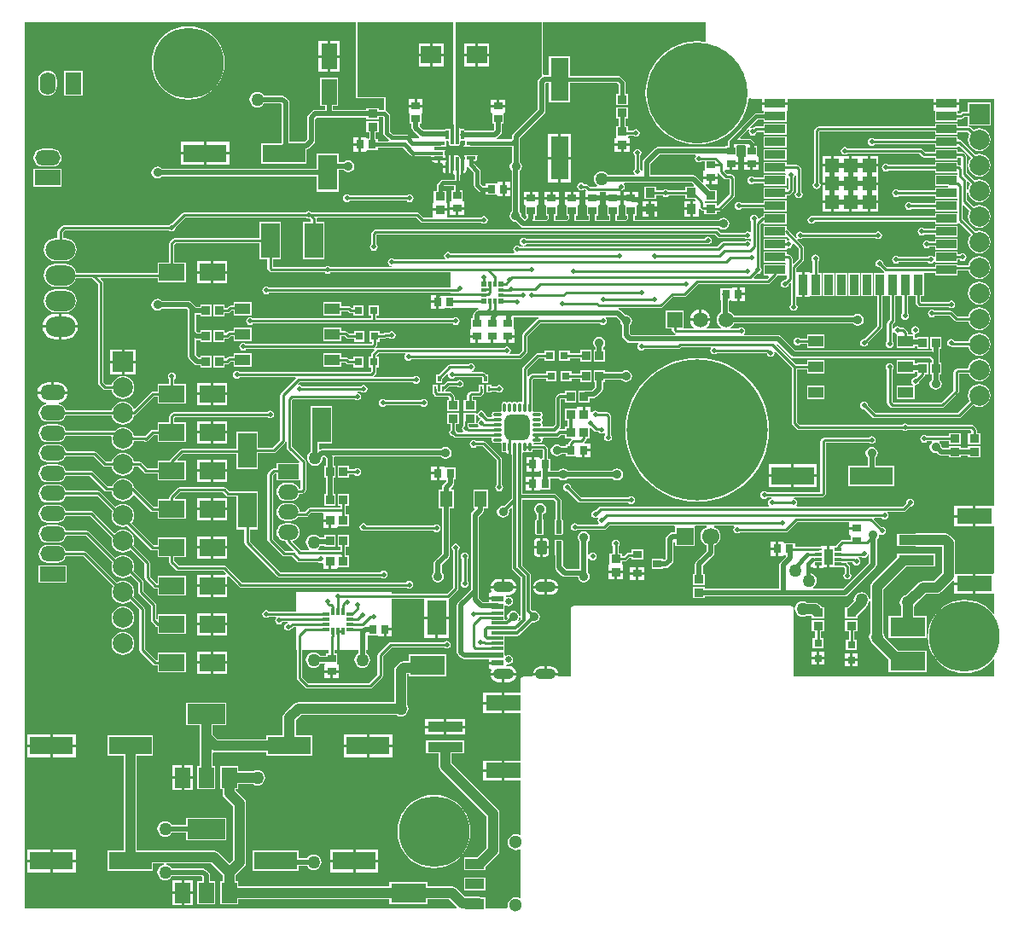
<source format=gtl>
G04*
G04 #@! TF.GenerationSoftware,Altium Limited,Altium Designer,22.7.1 (60)*
G04*
G04 Layer_Physical_Order=1*
G04 Layer_Color=255*
%FSLAX25Y25*%
%MOIN*%
G70*
G04*
G04 #@! TF.SameCoordinates,3A20C243-D036-4456-A015-6CD0820CEA74*
G04*
G04*
G04 #@! TF.FilePolarity,Positive*
G04*
G01*
G75*
%ADD10C,0.02000*%
%ADD12C,0.01000*%
%ADD20R,0.03347X0.03740*%
%ADD21R,0.09843X0.06693*%
%ADD22R,0.05200X0.05200*%
%ADD23R,0.03500X0.07900*%
%ADD24R,0.07900X0.03500*%
%ADD25R,0.06299X0.09843*%
%ADD26R,0.13400X0.05900*%
%ADD27R,0.13800X0.03900*%
%ADD28R,0.13780X0.07480*%
%ADD29R,0.03150X0.03543*%
%ADD30R,0.16929X0.07087*%
%ADD31R,0.03740X0.03347*%
%ADD32R,0.01063X0.02047*%
%ADD33R,0.01417X0.02047*%
%ADD34R,0.05906X0.04331*%
%ADD35R,0.04528X0.02362*%
%ADD36R,0.04528X0.01181*%
%ADD37R,0.03543X0.03150*%
%ADD38R,0.02913X0.01102*%
G04:AMPARAMS|DCode=39|XSize=29.13mil|YSize=11.02mil|CornerRadius=2.48mil|HoleSize=0mil|Usage=FLASHONLY|Rotation=0.000|XOffset=0mil|YOffset=0mil|HoleType=Round|Shape=RoundedRectangle|*
%AMROUNDEDRECTD39*
21,1,0.02913,0.00606,0,0,0.0*
21,1,0.02417,0.01102,0,0,0.0*
1,1,0.00496,0.01209,-0.00303*
1,1,0.00496,-0.01209,-0.00303*
1,1,0.00496,-0.01209,0.00303*
1,1,0.00496,0.01209,0.00303*
%
%ADD39ROUNDEDRECTD39*%
%ADD40R,0.04921X0.06496*%
%ADD41R,0.07480X0.13780*%
%ADD42R,0.01181X0.03347*%
G04:AMPARAMS|DCode=43|XSize=33.47mil|YSize=11.81mil|CornerRadius=2.95mil|HoleSize=0mil|Usage=FLASHONLY|Rotation=90.000|XOffset=0mil|YOffset=0mil|HoleType=Round|Shape=RoundedRectangle|*
%AMROUNDEDRECTD43*
21,1,0.03347,0.00591,0,0,90.0*
21,1,0.02756,0.01181,0,0,90.0*
1,1,0.00591,0.00295,0.01378*
1,1,0.00591,0.00295,-0.01378*
1,1,0.00591,-0.00295,-0.01378*
1,1,0.00591,-0.00295,0.01378*
%
%ADD43ROUNDEDRECTD43*%
G04:AMPARAMS|DCode=44|XSize=33.47mil|YSize=11.81mil|CornerRadius=2.95mil|HoleSize=0mil|Usage=FLASHONLY|Rotation=180.000|XOffset=0mil|YOffset=0mil|HoleType=Round|Shape=RoundedRectangle|*
%AMROUNDEDRECTD44*
21,1,0.03347,0.00591,0,0,180.0*
21,1,0.02756,0.01181,0,0,180.0*
1,1,0.00591,-0.01378,0.00295*
1,1,0.00591,0.01378,0.00295*
1,1,0.00591,0.01378,-0.00295*
1,1,0.00591,-0.01378,-0.00295*
%
%ADD44ROUNDEDRECTD44*%
G04:AMPARAMS|DCode=45|XSize=100.39mil|YSize=100.39mil|CornerRadius=25.1mil|HoleSize=0mil|Usage=FLASHONLY|Rotation=180.000|XOffset=0mil|YOffset=0mil|HoleType=Round|Shape=RoundedRectangle|*
%AMROUNDEDRECTD45*
21,1,0.10039,0.05020,0,0,180.0*
21,1,0.05020,0.10039,0,0,180.0*
1,1,0.05020,-0.02510,0.02510*
1,1,0.05020,0.02510,0.02510*
1,1,0.05020,0.02510,-0.02510*
1,1,0.05020,-0.02510,-0.02510*
%
%ADD45ROUNDEDRECTD45*%
%ADD46R,0.03150X0.03150*%
G04:AMPARAMS|DCode=47|XSize=23.23mil|YSize=51.18mil|CornerRadius=1.74mil|HoleSize=0mil|Usage=FLASHONLY|Rotation=0.000|XOffset=0mil|YOffset=0mil|HoleType=Round|Shape=RoundedRectangle|*
%AMROUNDEDRECTD47*
21,1,0.02323,0.04770,0,0,0.0*
21,1,0.01974,0.05118,0,0,0.0*
1,1,0.00348,0.00987,-0.02385*
1,1,0.00348,-0.00987,-0.02385*
1,1,0.00348,-0.00987,0.02385*
1,1,0.00348,0.00987,0.02385*
%
%ADD47ROUNDEDRECTD47*%
G04:AMPARAMS|DCode=48|XSize=38.98mil|YSize=51.18mil|CornerRadius=2.92mil|HoleSize=0mil|Usage=FLASHONLY|Rotation=0.000|XOffset=0mil|YOffset=0mil|HoleType=Round|Shape=RoundedRectangle|*
%AMROUNDEDRECTD48*
21,1,0.03898,0.04534,0,0,0.0*
21,1,0.03313,0.05118,0,0,0.0*
1,1,0.00585,0.01657,-0.02267*
1,1,0.00585,-0.01657,-0.02267*
1,1,0.00585,-0.01657,0.02267*
1,1,0.00585,0.01657,0.02267*
%
%ADD48ROUNDEDRECTD48*%
%ADD49R,0.02756X0.01378*%
%ADD50R,0.01378X0.02756*%
%ADD51R,0.03543X0.03937*%
%ADD52R,0.03543X0.03150*%
%ADD53R,0.07480X0.03937*%
%ADD54R,0.07874X0.07087*%
%ADD55R,0.07087X0.16929*%
G04:AMPARAMS|DCode=56|XSize=55.12mil|YSize=13.78mil|CornerRadius=3.45mil|HoleSize=0mil|Usage=FLASHONLY|Rotation=90.000|XOffset=0mil|YOffset=0mil|HoleType=Round|Shape=RoundedRectangle|*
%AMROUNDEDRECTD56*
21,1,0.05512,0.00689,0,0,90.0*
21,1,0.04823,0.01378,0,0,90.0*
1,1,0.00689,0.00345,0.02411*
1,1,0.00689,0.00345,-0.02411*
1,1,0.00689,-0.00345,-0.02411*
1,1,0.00689,-0.00345,0.02411*
%
%ADD56ROUNDEDRECTD56*%
G04:AMPARAMS|DCode=57|XSize=35.43mil|YSize=13.78mil|CornerRadius=3.45mil|HoleSize=0mil|Usage=FLASHONLY|Rotation=90.000|XOffset=0mil|YOffset=0mil|HoleType=Round|Shape=RoundedRectangle|*
%AMROUNDEDRECTD57*
21,1,0.03543,0.00689,0,0,90.0*
21,1,0.02854,0.01378,0,0,90.0*
1,1,0.00689,0.00345,0.01427*
1,1,0.00689,0.00345,-0.01427*
1,1,0.00689,-0.00345,-0.01427*
1,1,0.00689,-0.00345,0.01427*
%
%ADD57ROUNDEDRECTD57*%
G04:AMPARAMS|DCode=58|XSize=35.43mil|YSize=13.78mil|CornerRadius=3.45mil|HoleSize=0mil|Usage=FLASHONLY|Rotation=180.000|XOffset=0mil|YOffset=0mil|HoleType=Round|Shape=RoundedRectangle|*
%AMROUNDEDRECTD58*
21,1,0.03543,0.00689,0,0,180.0*
21,1,0.02854,0.01378,0,0,180.0*
1,1,0.00689,-0.01427,0.00345*
1,1,0.00689,0.01427,0.00345*
1,1,0.00689,0.01427,-0.00345*
1,1,0.00689,-0.01427,-0.00345*
%
%ADD58ROUNDEDRECTD58*%
%ADD59R,0.04331X0.01378*%
%ADD60R,0.14961X0.07874*%
%ADD61R,0.05906X0.07874*%
%ADD62R,0.03150X0.03150*%
%ADD63R,0.01378X0.01968*%
%ADD64R,0.01968X0.01378*%
%ADD65R,0.01968X0.01968*%
%ADD66R,0.01575X0.01968*%
%ADD116C,0.06693*%
%ADD117R,0.06693X0.06693*%
%ADD131R,0.03543X0.06299*%
%ADD132C,0.04000*%
%ADD133C,0.01200*%
%ADD134C,0.03000*%
%ADD135C,0.01400*%
%ADD136C,0.01500*%
%ADD137C,0.01968*%
%ADD138C,0.39370*%
%ADD139C,0.55118*%
%ADD140C,0.27559*%
%ADD141O,0.08268X0.04134*%
%ADD142C,0.02559*%
%ADD143O,0.07874X0.05906*%
%ADD144R,0.07874X0.05906*%
%ADD145C,0.05118*%
%ADD146C,0.05906*%
%ADD147R,0.05906X0.05906*%
%ADD148O,0.11811X0.07874*%
%ADD149R,0.09843X0.05906*%
%ADD150O,0.09843X0.05906*%
%ADD151R,0.06299X0.08858*%
%ADD152O,0.06299X0.08858*%
%ADD153C,0.07874*%
%ADD154R,0.07874X0.07874*%
%ADD155C,0.03600*%
%ADD156C,0.05000*%
G36*
X270188Y343025D02*
X269802Y342708D01*
X269526Y342762D01*
X266886Y342935D01*
X264246Y342762D01*
X261650Y342246D01*
X259145Y341396D01*
X256772Y340225D01*
X254572Y338755D01*
X252582Y337011D01*
X250838Y335021D01*
X249368Y332821D01*
X248197Y330448D01*
X247347Y327943D01*
X246831Y325347D01*
X246657Y322707D01*
X246831Y320067D01*
X247347Y317472D01*
X248197Y314966D01*
X249368Y312593D01*
X250838Y310393D01*
X252582Y308403D01*
X254572Y306659D01*
X256772Y305189D01*
X259145Y304018D01*
X261650Y303168D01*
X264246Y302652D01*
X266886Y302479D01*
X269526Y302652D01*
X272121Y303168D01*
X274627Y304018D01*
X277000Y305189D01*
X279200Y306659D01*
X281189Y308403D01*
X282934Y310393D01*
X284404Y312593D01*
X285574Y314966D01*
X286425Y317472D01*
X286941Y320067D01*
X286958Y320328D01*
X287474Y320549D01*
X287610Y320458D01*
X288000Y320380D01*
X292315D01*
Y318951D01*
X302215D01*
Y320380D01*
X359244D01*
Y318951D01*
X369144D01*
Y320380D01*
X382980D01*
X382980Y161524D01*
X382480Y161139D01*
X375503D01*
Y157189D01*
Y153239D01*
X382480D01*
X382703Y153239D01*
X382980Y152854D01*
Y135146D01*
X382480Y134761D01*
X375503D01*
Y130811D01*
Y126861D01*
X382480D01*
X382703Y126861D01*
X382980Y126476D01*
Y119226D01*
X382480Y119041D01*
X381380Y120329D01*
X379671Y121789D01*
X377755Y122963D01*
X375678Y123823D01*
X373493Y124348D01*
X371252Y124524D01*
X369011Y124348D01*
X366826Y123823D01*
X364749Y122963D01*
X362833Y121789D01*
X361124Y120329D01*
X359664Y118620D01*
X358489Y116704D01*
X357629Y114627D01*
X357105Y112442D01*
X356928Y110201D01*
X357105Y107960D01*
X357629Y105774D01*
X358489Y103698D01*
X359664Y101781D01*
X361124Y100072D01*
X362833Y98613D01*
X364749Y97438D01*
X366826Y96578D01*
X369011Y96053D01*
X371252Y95877D01*
X373493Y96053D01*
X375678Y96578D01*
X377755Y97438D01*
X379671Y98613D01*
X381380Y100072D01*
X382480Y101360D01*
X382980Y101176D01*
Y94520D01*
X304420Y94520D01*
Y121100D01*
X304342Y121490D01*
X304121Y121821D01*
X303790Y122042D01*
X303400Y122120D01*
X218600Y122120D01*
X218210Y122042D01*
X217879Y121821D01*
X217658Y121490D01*
X217580Y121100D01*
Y94520D01*
X212878D01*
X212520Y94992D01*
X207598D01*
X202677D01*
X202319Y94520D01*
X198900D01*
X198510Y94442D01*
X198179Y94221D01*
X197958Y93890D01*
X197880Y93500D01*
Y88139D01*
X191503D01*
Y84189D01*
Y80239D01*
X197880D01*
Y61761D01*
X191503D01*
Y57811D01*
Y53861D01*
X197880D01*
Y32696D01*
X197380Y32503D01*
X196704Y32783D01*
X195905Y32889D01*
X195107Y32783D01*
X194363Y32475D01*
X193724Y31985D01*
X193233Y31346D01*
X192925Y30602D01*
X192820Y29803D01*
X192925Y29005D01*
X193233Y28260D01*
X193724Y27621D01*
X194363Y27131D01*
X195107Y26823D01*
X195905Y26718D01*
X196704Y26823D01*
X197380Y27103D01*
X197880Y26910D01*
Y8090D01*
X197380Y7897D01*
X196704Y8177D01*
X195905Y8282D01*
X195107Y8177D01*
X194363Y7869D01*
X193724Y7379D01*
X193233Y6740D01*
X192925Y5995D01*
X192820Y5197D01*
X192909Y4520D01*
X192610Y4020D01*
X184201D01*
Y8157D01*
X182771D01*
X182475Y8355D01*
X181500Y8549D01*
X176056D01*
X172802Y11802D01*
X171976Y12355D01*
X171000Y12549D01*
X161390D01*
Y14240D01*
X146610D01*
Y12647D01*
X87508D01*
Y14535D01*
X86549D01*
Y16944D01*
X89802Y20198D01*
X90355Y21024D01*
X90549Y22000D01*
Y45000D01*
X90355Y45976D01*
X89802Y46802D01*
X86549Y50056D01*
Y50661D01*
X87508D01*
Y52451D01*
X93394D01*
X93487Y52380D01*
X94217Y52077D01*
X95000Y51974D01*
X95783Y52077D01*
X96513Y52380D01*
X97140Y52860D01*
X97620Y53487D01*
X97923Y54217D01*
X98026Y55000D01*
X97923Y55783D01*
X97620Y56513D01*
X97140Y57140D01*
X96513Y57621D01*
X95783Y57923D01*
X95000Y58026D01*
X94217Y57923D01*
X93487Y57621D01*
X93394Y57549D01*
X87508D01*
Y59535D01*
X80602D01*
Y50661D01*
X81451D01*
Y49000D01*
X81645Y48024D01*
X82198Y47198D01*
X85451Y43944D01*
Y23056D01*
X84000Y21605D01*
X79802Y25802D01*
X78975Y26355D01*
X78000Y26549D01*
X50500D01*
X50471Y26543D01*
X47903D01*
Y63457D01*
X54319D01*
Y71543D01*
X36390D01*
Y63457D01*
X42805D01*
Y26543D01*
X36390D01*
Y18457D01*
X54319D01*
Y21451D01*
X58398D01*
X58431Y20951D01*
X58217Y20923D01*
X57487Y20620D01*
X56860Y20140D01*
X56379Y19513D01*
X56077Y18783D01*
X55974Y18000D01*
X56077Y17217D01*
X56379Y16487D01*
X56860Y15860D01*
X57487Y15380D01*
X58217Y15077D01*
X59000Y14974D01*
X59783Y15077D01*
X60513Y15380D01*
X61140Y15860D01*
X61608Y16471D01*
X73195D01*
X73471Y16195D01*
Y14535D01*
X71547D01*
Y5661D01*
X78453D01*
Y14535D01*
X76529D01*
Y16828D01*
X76413Y17414D01*
X76081Y17910D01*
X74910Y19081D01*
X74414Y19413D01*
X73828Y19529D01*
X61608D01*
X61140Y20140D01*
X60513Y20620D01*
X59783Y20923D01*
X59569Y20951D01*
X59601Y21451D01*
X76944D01*
X81451Y16944D01*
Y14535D01*
X80602D01*
Y5661D01*
X87508D01*
Y7549D01*
X146610D01*
Y5760D01*
X161390D01*
Y7451D01*
X169944D01*
X172876Y4520D01*
X172669Y4020D01*
X4020D01*
X4020Y350280D01*
X133459D01*
Y321000D01*
X133617Y320617D01*
X134000Y320459D01*
X144459D01*
Y315833D01*
X142370D01*
Y316732D01*
X137630D01*
Y316088D01*
X124529D01*
Y317689D01*
X126650D01*
Y328532D01*
X119350D01*
Y317689D01*
X121471D01*
Y316088D01*
X117559D01*
X116974Y315972D01*
X116478Y315640D01*
X114919Y314081D01*
X114587Y313585D01*
X114471Y313000D01*
Y304633D01*
X113366Y303529D01*
X107529D01*
Y318828D01*
X107413Y319414D01*
X107081Y319910D01*
X105910Y321081D01*
X105414Y321413D01*
X104828Y321529D01*
X97608D01*
X97140Y322140D01*
X96513Y322621D01*
X95783Y322923D01*
X95000Y323026D01*
X94217Y322923D01*
X93487Y322621D01*
X92860Y322140D01*
X92379Y321513D01*
X92077Y320783D01*
X91974Y320000D01*
X92077Y319217D01*
X92379Y318487D01*
X92860Y317860D01*
X93487Y317379D01*
X94217Y317077D01*
X95000Y316974D01*
X95783Y317077D01*
X96513Y317379D01*
X97140Y317860D01*
X97608Y318471D01*
X104195D01*
X104471Y318195D01*
Y303214D01*
X104273Y303081D01*
X104247Y303043D01*
X96390D01*
Y294957D01*
X114319D01*
Y300534D01*
X114585Y300587D01*
X115081Y300919D01*
X117081Y302919D01*
X117413Y303415D01*
X117529Y304000D01*
Y312367D01*
X118193Y313030D01*
X137630D01*
Y312386D01*
X142370D01*
Y313285D01*
X144093D01*
X144226Y313153D01*
Y307000D01*
X144323Y306512D01*
X144599Y306099D01*
X146423Y304275D01*
X146417Y304176D01*
X146260Y303774D01*
X142035D01*
Y304772D01*
X141255D01*
Y307268D01*
X142370D01*
Y311614D01*
X137630D01*
Y307268D01*
X138706D01*
Y305125D01*
X138358Y304777D01*
X137865Y304802D01*
X137614Y305159D01*
Y305272D01*
X135539D01*
Y302500D01*
X135039D01*
D01*
X135539D01*
Y299728D01*
X137614D01*
Y299841D01*
X137886Y300228D01*
X138114Y300228D01*
X142035D01*
Y301225D01*
X151921D01*
X154948Y298199D01*
X155361Y297922D01*
X155849Y297826D01*
X156105Y297877D01*
X162740D01*
X162941Y297632D01*
X165853D01*
Y297131D01*
X166353D01*
Y295416D01*
X166892D01*
X167297Y295332D01*
X167382Y294927D01*
Y294387D01*
X169097D01*
Y293887D01*
X169597D01*
Y291120D01*
X169966Y291194D01*
X170078Y291269D01*
X170196Y291190D01*
X170565Y291116D01*
Y294868D01*
Y298619D01*
X170196Y298546D01*
X169752Y298249D01*
X169454Y297804D01*
X169350Y297279D01*
Y297101D01*
X169199Y296994D01*
X168721Y297152D01*
X168651Y297217D01*
Y297476D01*
X168546Y298001D01*
X168249Y298445D01*
X168099Y298546D01*
X168141Y298756D01*
Y299445D01*
X168099Y299654D01*
X168249Y299755D01*
X168546Y300199D01*
X168620Y300569D01*
X165853D01*
Y301569D01*
X168678D01*
X168908Y301848D01*
X168908D01*
Y303997D01*
X169441D01*
X169860Y303570D01*
Y302889D01*
X169925Y302560D01*
X170112Y302280D01*
X170391Y302094D01*
X170721Y302028D01*
X171410D01*
X171739Y302094D01*
X172019Y302280D01*
X172081D01*
X172360Y302094D01*
X172689Y302028D01*
X173378D01*
X173708Y302094D01*
X173987Y302280D01*
X174174Y302560D01*
X174239Y302889D01*
Y303570D01*
X174658Y303997D01*
X175347D01*
X175676Y304062D01*
X175827Y304163D01*
X176187Y303802D01*
X176126Y303711D01*
X176061Y303381D01*
Y302693D01*
X176102Y302483D01*
X175952Y302382D01*
X175655Y301938D01*
X175582Y301569D01*
X178349D01*
X181274D01*
X181434Y301763D01*
X194471D01*
Y295744D01*
X194342Y295658D01*
X193833Y294897D01*
X193655Y294000D01*
X193833Y293103D01*
X194342Y292342D01*
X194437Y292278D01*
Y276267D01*
X194275Y276158D01*
X193766Y275397D01*
X193588Y274500D01*
X193766Y273603D01*
X194275Y272842D01*
X195036Y272333D01*
X195933Y272155D01*
X196085Y272185D01*
X197852Y270419D01*
X198348Y270087D01*
X198933Y269971D01*
X275256D01*
X275342Y269842D01*
X276103Y269333D01*
X277000Y269155D01*
X277897Y269333D01*
X278658Y269842D01*
X279167Y270603D01*
X279345Y271500D01*
X279167Y272397D01*
X278658Y273158D01*
X277897Y273667D01*
X277000Y273845D01*
X276103Y273667D01*
X275342Y273158D01*
X275256Y273029D01*
X242505D01*
Y274465D01*
X243247D01*
Y278386D01*
X243247Y278614D01*
X243635Y278886D01*
X243747D01*
Y280961D01*
X240976D01*
X238204D01*
Y278886D01*
X238316D01*
X238704Y278614D01*
X238704Y278386D01*
Y274465D01*
X239446D01*
Y273609D01*
X238866Y273029D01*
X235481D01*
Y274465D01*
X236223D01*
Y278614D01*
X236610Y278886D01*
X236723D01*
Y280961D01*
X233951D01*
X231180D01*
Y278886D01*
X231292D01*
X231680Y278614D01*
Y274465D01*
X232422D01*
Y273085D01*
X232366Y273029D01*
X227505D01*
Y274465D01*
X228223D01*
Y278614D01*
X228610Y278886D01*
X228723D01*
Y280961D01*
X225951D01*
X223180D01*
Y278886D01*
X223292D01*
X223680Y278614D01*
Y274465D01*
X224446D01*
Y273029D01*
X219481D01*
Y274465D01*
X220223D01*
Y278386D01*
X220223Y278614D01*
X220610Y278886D01*
X220723D01*
Y280961D01*
X215180D01*
Y278886D01*
X215292D01*
X215680Y278614D01*
X215680Y278386D01*
Y274465D01*
X216422D01*
Y273585D01*
X215866Y273029D01*
X211481D01*
Y274465D01*
X212223D01*
Y278386D01*
X212223Y278614D01*
X212610Y278886D01*
X212723D01*
Y280961D01*
X207180D01*
Y278886D01*
X207292D01*
X207680Y278614D01*
X207680Y278386D01*
Y274465D01*
X208422D01*
Y273585D01*
X207867Y273029D01*
X203791D01*
X203474Y273416D01*
X203481Y273451D01*
Y274465D01*
X204223D01*
Y278386D01*
X204223Y278614D01*
X204610Y278886D01*
X204723D01*
Y280961D01*
X199180D01*
Y278886D01*
X199292D01*
X199680Y278614D01*
X199680Y278386D01*
Y274465D01*
X200132D01*
X200302Y273965D01*
X199467Y273129D01*
X198248Y274348D01*
X198278Y274500D01*
X198100Y275397D01*
X197591Y276158D01*
X197496Y276222D01*
Y292233D01*
X197658Y292342D01*
X198167Y293103D01*
X198345Y294000D01*
X198167Y294897D01*
X197658Y295658D01*
X197529Y295744D01*
Y304867D01*
X207081Y314419D01*
X207413Y314915D01*
X207529Y315500D01*
Y326195D01*
X207805Y326471D01*
X208981D01*
Y318890D01*
X217068D01*
Y326726D01*
X235472D01*
X236226Y325972D01*
Y322173D01*
X235130D01*
Y317827D01*
X239870D01*
Y322173D01*
X238774D01*
Y326500D01*
X238678Y326988D01*
X238401Y327401D01*
X236901Y328901D01*
X236488Y329177D01*
X236000Y329275D01*
X217068D01*
Y336819D01*
X208981D01*
Y329529D01*
X207172D01*
X207041Y329503D01*
X206549Y329887D01*
X206541Y329914D01*
Y350280D01*
X270188D01*
Y343025D01*
D02*
G37*
G36*
X171630Y309263D02*
X171565Y309211D01*
Y305301D01*
X170565D01*
Y309052D01*
X170196Y308979D01*
X169752Y308682D01*
X169651Y308531D01*
X169441Y308573D01*
X168752D01*
X168423Y308508D01*
X168143Y308321D01*
X168013Y308125D01*
X159986D01*
X158378Y309734D01*
Y310565D01*
X159120D01*
Y314486D01*
X159120Y314714D01*
X159508Y314986D01*
X159620D01*
Y317061D01*
X154077D01*
Y314986D01*
X154190D01*
X154577Y314714D01*
X154577Y314486D01*
Y310565D01*
X155319D01*
Y309100D01*
X155436Y308515D01*
X155767Y308019D01*
X158271Y305515D01*
X158293Y305500D01*
X158142Y305000D01*
X155302D01*
X154248Y306054D01*
X153835Y306330D01*
X153347Y306427D01*
X147875D01*
X146774Y307528D01*
Y313680D01*
X146677Y314168D01*
X146401Y314582D01*
X145522Y315460D01*
X145109Y315737D01*
X145000Y315758D01*
Y321000D01*
X134000D01*
Y350280D01*
X171630D01*
Y309263D01*
D02*
G37*
G36*
X206000Y328991D02*
X204919Y327910D01*
X204587Y327414D01*
X204471Y326828D01*
Y316133D01*
X194919Y306581D01*
X194587Y306085D01*
X194471Y305500D01*
Y304773D01*
X194198Y304500D01*
X188757D01*
X188605Y305000D01*
X188910Y305204D01*
X190081Y306375D01*
X190413Y306871D01*
X190529Y307457D01*
Y310465D01*
X191272D01*
Y314386D01*
X191272Y314614D01*
X191659Y314886D01*
X191772D01*
Y316961D01*
X186228D01*
Y314886D01*
X186341D01*
X186728Y314614D01*
X186728Y314386D01*
Y310465D01*
X187471D01*
Y308090D01*
X187195Y307814D01*
X176188D01*
X176142Y308042D01*
X175956Y308321D01*
X175676Y308508D01*
X175347Y308573D01*
X174658D01*
X174448Y308531D01*
X174348Y308682D01*
X173903Y308979D01*
X173534Y309052D01*
Y305301D01*
X172534D01*
Y309211D01*
X172500Y309238D01*
Y350280D01*
X206000D01*
Y328991D01*
D02*
G37*
%LPC*%
G36*
X127150Y342811D02*
X123500D01*
Y337390D01*
X127150D01*
Y342811D01*
D02*
G37*
G36*
X122500D02*
X118850D01*
Y337390D01*
X122500D01*
Y342811D01*
D02*
G37*
G36*
X127150Y336390D02*
X123500D01*
Y330968D01*
X127150D01*
Y336390D01*
D02*
G37*
G36*
X122500D02*
X118850D01*
Y330968D01*
X122500D01*
Y336390D01*
D02*
G37*
G36*
X26708Y331353D02*
X19409D01*
Y321495D01*
X26708D01*
Y331353D01*
D02*
G37*
G36*
X13059Y331384D02*
X12106Y331259D01*
X11218Y330891D01*
X10456Y330306D01*
X9871Y329544D01*
X9503Y328656D01*
X9378Y327703D01*
Y325144D01*
X9503Y324191D01*
X9871Y323304D01*
X10456Y322541D01*
X11218Y321956D01*
X12106Y321588D01*
X13059Y321463D01*
X14012Y321588D01*
X14899Y321956D01*
X15662Y322541D01*
X16247Y323304D01*
X16614Y324191D01*
X16740Y325144D01*
Y327703D01*
X16614Y328656D01*
X16247Y329544D01*
X15662Y330306D01*
X14899Y330891D01*
X14012Y331259D01*
X13059Y331384D01*
D02*
G37*
G36*
X68000Y348724D02*
X65759Y348547D01*
X63574Y348023D01*
X61497Y347163D01*
X59581Y345988D01*
X57872Y344528D01*
X56412Y342819D01*
X55238Y340903D01*
X54377Y338826D01*
X53853Y336641D01*
X53676Y334400D01*
X53853Y332159D01*
X54377Y329974D01*
X55238Y327897D01*
X56412Y325981D01*
X57872Y324272D01*
X59581Y322812D01*
X61497Y321638D01*
X63574Y320777D01*
X65759Y320253D01*
X68000Y320076D01*
X70241Y320253D01*
X72426Y320777D01*
X74503Y321638D01*
X76419Y322812D01*
X78128Y324272D01*
X79588Y325981D01*
X80762Y327897D01*
X81623Y329974D01*
X82147Y332159D01*
X82324Y334400D01*
X82147Y336641D01*
X81623Y338826D01*
X80762Y340903D01*
X79588Y342819D01*
X78128Y344528D01*
X76419Y345988D01*
X74503Y347163D01*
X72426Y348023D01*
X70241Y348547D01*
X68000Y348724D01*
D02*
G37*
G36*
X381437Y318837D02*
X372563D01*
Y315420D01*
X370900D01*
X370510Y315342D01*
X370179Y315121D01*
X369529Y314471D01*
X368644D01*
Y315701D01*
X369144D01*
Y317951D01*
X359244D01*
Y315701D01*
X359744D01*
Y311201D01*
X368644D01*
Y312432D01*
X369951D01*
X370341Y312509D01*
X370672Y312730D01*
X371322Y313380D01*
X372563D01*
Y310194D01*
X372563Y310194D01*
X372563D01*
X372554Y309732D01*
X372544Y309471D01*
X372456Y309471D01*
X368644D01*
Y310701D01*
X359744D01*
Y309520D01*
X314086D01*
X313696Y309442D01*
X313365Y309221D01*
X312779Y308635D01*
X312558Y308304D01*
X312480Y307914D01*
Y287690D01*
X312430Y287656D01*
X312102Y287165D01*
X311987Y286586D01*
X312102Y286007D01*
X312430Y285516D01*
X312921Y285188D01*
X313500Y285072D01*
X314079Y285188D01*
X314570Y285516D01*
X314898Y286007D01*
X315013Y286586D01*
X314898Y287165D01*
X314570Y287656D01*
X314520Y287690D01*
Y307480D01*
X359744D01*
Y306201D01*
X368644D01*
Y307432D01*
X372527D01*
X373209Y306749D01*
X373124Y306638D01*
X372677Y305558D01*
X372525Y304400D01*
X372677Y303242D01*
X373124Y302162D01*
X373835Y301236D01*
X374762Y300524D01*
X375842Y300077D01*
X377000Y299925D01*
X378158Y300077D01*
X379238Y300524D01*
X380165Y301236D01*
X380876Y302162D01*
X381323Y303242D01*
X381475Y304400D01*
X381323Y305558D01*
X380876Y306638D01*
X380165Y307564D01*
X379238Y308276D01*
X378158Y308723D01*
X377000Y308875D01*
X375842Y308723D01*
X374762Y308276D01*
X374651Y308191D01*
X373670Y309172D01*
X373339Y309393D01*
X373044Y309452D01*
X372949Y309471D01*
X372968Y309963D01*
X373060Y309963D01*
X373063Y309963D01*
X381437D01*
Y318837D01*
D02*
G37*
G36*
X302215Y317951D02*
X292315D01*
Y315701D01*
X292815D01*
Y314726D01*
X289951D01*
X289463Y314629D01*
X289050Y314352D01*
X279099Y304401D01*
X278822Y303988D01*
X278726Y303500D01*
Y302035D01*
X277728D01*
Y301490D01*
X267119D01*
X266921Y301529D01*
X251500D01*
X250915Y301413D01*
X250419Y301081D01*
X245919Y296581D01*
X245587Y296085D01*
X245471Y295500D01*
Y292264D01*
X244971Y292215D01*
X244898Y292579D01*
X244570Y293070D01*
X244520Y293104D01*
Y298103D01*
X244570Y298137D01*
X244898Y298628D01*
X245013Y299207D01*
X244898Y299786D01*
X244570Y300277D01*
X244079Y300605D01*
X243500Y300720D01*
X242921Y300605D01*
X242430Y300277D01*
X242102Y299786D01*
X241987Y299207D01*
X242102Y298628D01*
X242430Y298137D01*
X242480Y298103D01*
Y293104D01*
X242430Y293070D01*
X242102Y292579D01*
X241987Y292000D01*
X242102Y291421D01*
X242363Y291029D01*
X242246Y290673D01*
X242142Y290529D01*
X232108D01*
X231640Y291140D01*
X231013Y291620D01*
X230283Y291923D01*
X229500Y292026D01*
X228717Y291923D01*
X227987Y291620D01*
X227360Y291140D01*
X226880Y290513D01*
X226577Y289783D01*
X226474Y289000D01*
X226577Y288217D01*
X226880Y287487D01*
X227360Y286860D01*
X227804Y286520D01*
X227635Y286020D01*
X224827D01*
X224197Y286649D01*
X223866Y286870D01*
X223476Y286948D01*
X222710D01*
X222574Y287152D01*
X222083Y287480D01*
X221504Y287595D01*
X220925Y287480D01*
X220434Y287152D01*
X220106Y286661D01*
X219991Y286081D01*
X220106Y285502D01*
X220434Y285011D01*
X220925Y284683D01*
X221504Y284568D01*
X222083Y284683D01*
X222421Y284909D01*
X223054D01*
X223427Y284535D01*
X223220Y284035D01*
X223180D01*
Y281961D01*
X225951D01*
X228723D01*
Y283980D01*
X231180D01*
Y281961D01*
X233951D01*
X236723D01*
Y284035D01*
X236723Y284035D01*
X236903Y284461D01*
X236940Y284499D01*
X237000Y284487D01*
X237579Y284602D01*
X238070Y284930D01*
X238398Y285421D01*
X238513Y286000D01*
X238398Y286579D01*
X238137Y286971D01*
X238254Y287327D01*
X238358Y287471D01*
X264729D01*
X265626Y286573D01*
X265435Y286111D01*
X262298D01*
Y284662D01*
X255432D01*
X255079Y284898D01*
X254500Y285013D01*
X253921Y284898D01*
X253430Y284570D01*
X253396Y284520D01*
X250700D01*
Y286111D01*
X246157D01*
Y281174D01*
X250700D01*
Y282480D01*
X253396D01*
X253430Y282430D01*
X253921Y282102D01*
X254500Y281987D01*
X255079Y282102D01*
X255570Y282430D01*
X255699Y282623D01*
X262298D01*
Y281174D01*
X265900D01*
X266300Y280774D01*
X266108Y280312D01*
X265070D01*
Y277343D01*
Y274375D01*
X267341D01*
Y277120D01*
X267587Y277257D01*
X267842Y277302D01*
X268365Y276779D01*
X268696Y276558D01*
X269086Y276480D01*
X269630D01*
Y275268D01*
X274370D01*
Y276421D01*
X275414D01*
X275804Y276499D01*
X276135Y276720D01*
X281221Y281806D01*
X281442Y282137D01*
X281520Y282527D01*
Y289414D01*
X281442Y289804D01*
X281221Y290135D01*
X280635Y290721D01*
X280304Y290942D01*
X279914Y291020D01*
X278422D01*
X277477Y291965D01*
X277684Y292465D01*
X279500D01*
Y295039D01*
X280000D01*
Y295539D01*
X282772D01*
Y297614D01*
X282659D01*
X282272Y297886D01*
X282272Y298114D01*
Y302035D01*
X282693Y302225D01*
X285307D01*
X285728Y302035D01*
Y298114D01*
X285728Y297886D01*
X285341Y297614D01*
X285228D01*
Y295539D01*
X288000D01*
X290772D01*
Y297614D01*
X290659D01*
X290272Y297886D01*
X290272Y298114D01*
Y302035D01*
X289275D01*
Y302621D01*
X289177Y303109D01*
X288901Y303522D01*
X288022Y304401D01*
X287609Y304678D01*
X287121Y304774D01*
X283730D01*
X283539Y305236D01*
X286740Y308438D01*
X287128Y308119D01*
X287102Y308079D01*
X286987Y307500D01*
X287102Y306921D01*
X287430Y306430D01*
X287921Y306102D01*
X288500Y305987D01*
X289079Y306102D01*
X289570Y306430D01*
X289898Y306921D01*
X289977Y307319D01*
X290090Y307432D01*
X292815D01*
Y306201D01*
X301715D01*
Y310701D01*
X292815D01*
Y309471D01*
X289668D01*
X289277Y309393D01*
X288947Y309172D01*
X288740Y308966D01*
X288500Y309013D01*
X287921Y308898D01*
X287881Y308872D01*
X287562Y309260D01*
X290479Y312177D01*
X292815D01*
Y311201D01*
X301715D01*
Y315701D01*
X302215D01*
Y317951D01*
D02*
G37*
G36*
X239870Y317055D02*
X235130D01*
Y312709D01*
X236226D01*
Y309673D01*
X235130D01*
Y305555D01*
X235130Y305327D01*
X234742Y305055D01*
X234630D01*
Y302882D01*
X237500D01*
X240370D01*
Y305055D01*
X240258D01*
X239870Y305327D01*
X239870Y305480D01*
X240051Y305980D01*
X241810D01*
X241844Y305930D01*
X242335Y305602D01*
X242914Y305487D01*
X243493Y305602D01*
X243984Y305930D01*
X244312Y306421D01*
X244427Y307000D01*
X244312Y307579D01*
X243984Y308070D01*
X243493Y308398D01*
X242914Y308513D01*
X242335Y308398D01*
X241844Y308070D01*
X241810Y308020D01*
X239870D01*
Y309673D01*
X238774D01*
Y312709D01*
X239870D01*
Y317055D01*
D02*
G37*
G36*
X368644Y305701D02*
X359744D01*
Y304520D01*
X336104D01*
X336070Y304570D01*
X335579Y304898D01*
X335000Y305013D01*
X334421Y304898D01*
X333930Y304570D01*
X333602Y304079D01*
X333487Y303500D01*
X333602Y302921D01*
X333930Y302430D01*
X334421Y302102D01*
X335000Y301987D01*
X335579Y302102D01*
X336070Y302430D01*
X336104Y302480D01*
X359744D01*
Y301201D01*
X368644D01*
Y301761D01*
X369106Y301952D01*
X373687Y297371D01*
X373124Y296638D01*
X372677Y295558D01*
X372525Y294400D01*
X372677Y293242D01*
X373124Y292162D01*
X373835Y291235D01*
X374762Y290524D01*
X375842Y290077D01*
X377000Y289925D01*
X378158Y290077D01*
X379238Y290524D01*
X380165Y291235D01*
X380876Y292162D01*
X381323Y293242D01*
X381475Y294400D01*
X381323Y295558D01*
X380876Y296638D01*
X380165Y297565D01*
X379238Y298276D01*
X378158Y298723D01*
X377000Y298875D01*
X375842Y298723D01*
X375401Y298540D01*
X369779Y304163D01*
X369448Y304384D01*
X369058Y304461D01*
X368644D01*
Y305701D01*
D02*
G37*
G36*
X134539Y305272D02*
X132465D01*
Y303000D01*
X134539D01*
Y305272D01*
D02*
G37*
G36*
X301715Y305701D02*
X292815D01*
Y301201D01*
X301715D01*
Y305701D01*
D02*
G37*
G36*
X134539Y302000D02*
X132465D01*
Y299728D01*
X134539D01*
Y302000D01*
D02*
G37*
G36*
X240370Y301882D02*
X238000D01*
Y299709D01*
X240370D01*
Y301882D01*
D02*
G37*
G36*
X237000D02*
X234630D01*
Y299709D01*
X237000D01*
Y301882D01*
D02*
G37*
G36*
X181116Y300569D02*
X178349D01*
X175582D01*
X175655Y300199D01*
X175732Y300084D01*
X175655Y299969D01*
X175582Y299600D01*
X178349D01*
X181116D01*
X181042Y299969D01*
X180965Y300084D01*
X181042Y300199D01*
X181116Y300569D01*
D02*
G37*
G36*
X84110Y303543D02*
X75146D01*
Y299500D01*
X84110D01*
Y303543D01*
D02*
G37*
G36*
X74146D02*
X65181D01*
Y299500D01*
X74146D01*
Y303543D01*
D02*
G37*
G36*
X217568Y306610D02*
X213524D01*
Y297646D01*
X217568D01*
Y306610D01*
D02*
G37*
G36*
X212524D02*
X208481D01*
Y297646D01*
X212524D01*
Y306610D01*
D02*
G37*
G36*
X181116Y298600D02*
X178349D01*
X175582D01*
X175655Y298231D01*
X175952Y297786D01*
X176189Y297628D01*
X176159Y297476D01*
Y296990D01*
X176087Y296888D01*
X175797Y296659D01*
X175683Y296619D01*
X175502Y296655D01*
Y293887D01*
Y291120D01*
X175871Y291194D01*
X176316Y291491D01*
X176613Y291936D01*
X176718Y292460D01*
Y293960D01*
X176935Y294033D01*
X177218Y294043D01*
X177448Y293699D01*
X179574Y291572D01*
Y286600D01*
X179671Y286112D01*
X179948Y285699D01*
X181448Y284199D01*
X181861Y283923D01*
X182349Y283825D01*
X184313D01*
Y282828D01*
X188235D01*
X188463Y282828D01*
X188735Y282441D01*
Y282328D01*
X190809D01*
Y285100D01*
Y287872D01*
X188735D01*
Y287759D01*
X188463Y287372D01*
X188235Y287372D01*
X184313D01*
Y286374D01*
X182877D01*
X182123Y287128D01*
Y292100D01*
X182026Y292588D01*
X181750Y293001D01*
X179623Y295128D01*
Y295926D01*
X179874D01*
X180204Y295991D01*
X180483Y296178D01*
X180670Y296458D01*
X180735Y296787D01*
Y297476D01*
X180682Y297744D01*
X180745Y297786D01*
X181042Y298231D01*
X181116Y298600D01*
D02*
G37*
G36*
X301715Y300701D02*
X292815D01*
Y296201D01*
X301715D01*
Y300701D01*
D02*
G37*
G36*
X165353Y296632D02*
X163086D01*
X163159Y296262D01*
X163456Y295818D01*
X163901Y295520D01*
X164426Y295416D01*
X165353D01*
Y296632D01*
D02*
G37*
G36*
X334500Y298000D02*
Y294900D01*
X337600D01*
Y298000D01*
X334500D01*
D02*
G37*
G36*
X319051D02*
X315951D01*
Y294900D01*
X319051D01*
Y298000D01*
D02*
G37*
G36*
X84110Y298500D02*
X75146D01*
Y294457D01*
X84110D01*
Y298500D01*
D02*
G37*
G36*
X74146D02*
X65181D01*
Y294457D01*
X74146D01*
Y298500D01*
D02*
G37*
G36*
X324500Y301513D02*
X323921Y301398D01*
X323430Y301070D01*
X323102Y300579D01*
X322987Y300000D01*
X323102Y299421D01*
X323430Y298930D01*
X323921Y298602D01*
X324433Y298500D01*
X324384Y298000D01*
X323176Y298000D01*
X322676Y298000D01*
X320051D01*
Y294400D01*
X319551D01*
Y293900D01*
X315951D01*
Y291276D01*
X315951Y290800D01*
X315951Y290300D01*
Y287676D01*
X319551D01*
Y286676D01*
X315951D01*
Y284051D01*
X315951Y283576D01*
X315951Y283076D01*
Y280451D01*
X319551D01*
Y279951D01*
X320051D01*
Y276351D01*
X322676D01*
X323151Y276351D01*
X323651Y276351D01*
X326276D01*
Y279951D01*
X327276D01*
Y276351D01*
X329900D01*
X330376Y276351D01*
X330876Y276351D01*
X333500D01*
Y279951D01*
X334000D01*
Y280451D01*
X337600D01*
Y283076D01*
X337600Y283551D01*
X337600Y284051D01*
Y286676D01*
X334000D01*
Y287676D01*
X337600D01*
Y290300D01*
X337600Y290776D01*
X337600Y291276D01*
Y293900D01*
X334000D01*
Y294400D01*
X333500D01*
Y298000D01*
X330876D01*
X330400Y298000D01*
X329900Y298000D01*
X327276D01*
Y294400D01*
X326276D01*
Y298000D01*
X324616D01*
X324567Y298500D01*
X325079Y298602D01*
X325570Y298930D01*
X325604Y298980D01*
X353578D01*
X354828Y297730D01*
X355159Y297509D01*
X355549Y297431D01*
X359744D01*
Y296201D01*
X368644D01*
Y297431D01*
X369980D01*
Y294536D01*
X369480Y294324D01*
X369304Y294442D01*
X368914Y294520D01*
X368644D01*
Y295701D01*
X359744D01*
Y294471D01*
X341636D01*
X341570Y294570D01*
X341079Y294898D01*
X340500Y295013D01*
X339921Y294898D01*
X339430Y294570D01*
X339102Y294079D01*
X338987Y293500D01*
X339102Y292921D01*
X339430Y292430D01*
X339921Y292102D01*
X340500Y291987D01*
X341079Y292102D01*
X341570Y292430D01*
X341571Y292431D01*
X359744D01*
Y291201D01*
X368480D01*
Y290701D01*
X359744D01*
Y286201D01*
X364973D01*
X364752Y285701D01*
X359744D01*
Y284471D01*
X345637D01*
X345570Y284570D01*
X345079Y284898D01*
X344500Y285013D01*
X343921Y284898D01*
X343430Y284570D01*
X343102Y284079D01*
X342987Y283500D01*
X343102Y282921D01*
X343430Y282430D01*
X343921Y282102D01*
X344500Y281987D01*
X345079Y282102D01*
X345570Y282430D01*
X345571Y282432D01*
X359744D01*
Y281201D01*
X368480D01*
Y280701D01*
X359744D01*
Y279471D01*
X350672D01*
X350630Y279533D01*
X350581Y279581D01*
X350085Y279913D01*
X349500Y280029D01*
X348915Y279913D01*
X348419Y279581D01*
X348087Y279085D01*
X347971Y278500D01*
X348087Y277915D01*
X348419Y277419D01*
X348467Y277370D01*
X348964Y277038D01*
X349549Y276922D01*
X350134Y277038D01*
X350630Y277370D01*
X350672Y277432D01*
X359744D01*
Y276201D01*
X368480D01*
Y275701D01*
X359744D01*
Y274471D01*
X311951D01*
X311833Y274447D01*
X311500Y274513D01*
X310921Y274398D01*
X310430Y274070D01*
X310102Y273579D01*
X309987Y273000D01*
X310102Y272421D01*
X310430Y271930D01*
X310921Y271602D01*
X311500Y271487D01*
X312079Y271602D01*
X312570Y271930D01*
X312898Y272421D01*
X312900Y272431D01*
X359744D01*
Y271201D01*
X368644D01*
Y271707D01*
X369144Y271914D01*
X373687Y267371D01*
X373124Y266638D01*
X372677Y265558D01*
X372525Y264400D01*
X372677Y263242D01*
X373124Y262162D01*
X373835Y261235D01*
X374762Y260524D01*
X375842Y260077D01*
X377000Y259925D01*
X378158Y260077D01*
X379238Y260524D01*
X380165Y261235D01*
X380876Y262162D01*
X381323Y263242D01*
X381475Y264400D01*
X381323Y265558D01*
X380876Y266638D01*
X380165Y267565D01*
X379238Y268276D01*
X378158Y268723D01*
X377000Y268875D01*
X375842Y268723D01*
X375401Y268541D01*
X370520Y273422D01*
Y278785D01*
X370982Y278976D01*
X373209Y276749D01*
X373124Y276638D01*
X372677Y275558D01*
X372525Y274400D01*
X372677Y273242D01*
X373124Y272162D01*
X373835Y271235D01*
X374762Y270524D01*
X375842Y270077D01*
X377000Y269925D01*
X378158Y270077D01*
X379238Y270524D01*
X380165Y271235D01*
X380876Y272162D01*
X381323Y273242D01*
X381475Y274400D01*
X381323Y275558D01*
X380876Y276638D01*
X380165Y277565D01*
X379238Y278276D01*
X378158Y278723D01*
X377000Y278875D01*
X375842Y278723D01*
X374762Y278276D01*
X374651Y278191D01*
X372020Y280822D01*
Y287881D01*
X372520Y288088D01*
X373492Y287116D01*
X373124Y286638D01*
X372677Y285558D01*
X372525Y284400D01*
X372677Y283242D01*
X373124Y282162D01*
X373835Y281236D01*
X374762Y280524D01*
X375842Y280077D01*
X377000Y279925D01*
X378158Y280077D01*
X379238Y280524D01*
X380165Y281236D01*
X380876Y282162D01*
X381323Y283242D01*
X381475Y284400D01*
X381323Y285558D01*
X380876Y286638D01*
X380165Y287564D01*
X379238Y288276D01*
X378158Y288723D01*
X377000Y288875D01*
X375842Y288723D01*
X375083Y288409D01*
X372020Y291472D01*
Y297865D01*
X371942Y298255D01*
X371721Y298586D01*
X371135Y299172D01*
X370804Y299393D01*
X370414Y299471D01*
X368644D01*
Y300701D01*
X359744D01*
Y299471D01*
X355971D01*
X354721Y300721D01*
X354390Y300942D01*
X354000Y301020D01*
X325604D01*
X325570Y301070D01*
X325079Y301398D01*
X324500Y301513D01*
D02*
G37*
G36*
X14968Y300819D02*
X11032D01*
X10130Y300701D01*
X9290Y300353D01*
X8569Y299799D01*
X8016Y299078D01*
X7668Y298238D01*
X7549Y297337D01*
X7668Y296436D01*
X8016Y295596D01*
X8569Y294875D01*
X9290Y294321D01*
X10130Y293973D01*
X11032Y293854D01*
X14968D01*
X15870Y293973D01*
X16710Y294321D01*
X17431Y294875D01*
X17985Y295596D01*
X18332Y296436D01*
X18451Y297337D01*
X18332Y298238D01*
X17985Y299078D01*
X17431Y299799D01*
X16710Y300353D01*
X15870Y300701D01*
X14968Y300819D01*
D02*
G37*
G36*
X126740Y298890D02*
X118260D01*
Y293029D01*
X57744D01*
X57658Y293158D01*
X56897Y293667D01*
X56000Y293845D01*
X55103Y293667D01*
X54342Y293158D01*
X53834Y292397D01*
X53655Y291500D01*
X53834Y290603D01*
X54342Y289842D01*
X55103Y289333D01*
X56000Y289155D01*
X56897Y289333D01*
X57658Y289842D01*
X57744Y289971D01*
X118260D01*
Y284110D01*
X126740D01*
Y292471D01*
X128756D01*
X128842Y292342D01*
X129603Y291833D01*
X130500Y291655D01*
X131397Y291833D01*
X132158Y292342D01*
X132667Y293103D01*
X132845Y294000D01*
X132667Y294897D01*
X132158Y295658D01*
X131397Y296167D01*
X130500Y296345D01*
X129603Y296167D01*
X128842Y295658D01*
X128756Y295529D01*
X126740D01*
Y298890D01*
D02*
G37*
G36*
X290772Y294539D02*
X288500D01*
Y292465D01*
X290772D01*
Y294539D01*
D02*
G37*
G36*
X287500D02*
X285228D01*
Y292465D01*
X287500D01*
Y294539D01*
D02*
G37*
G36*
X282772D02*
X280500D01*
Y292465D01*
X282772D01*
Y294539D01*
D02*
G37*
G36*
X168597Y293387D02*
X167382D01*
Y292460D01*
X167486Y291936D01*
X167783Y291491D01*
X168228Y291194D01*
X168597Y291120D01*
Y293387D01*
D02*
G37*
G36*
X217568Y296646D02*
X213524D01*
Y287681D01*
X217568D01*
Y296646D01*
D02*
G37*
G36*
X212524D02*
X208481D01*
Y287681D01*
X212524D01*
Y296646D01*
D02*
G37*
G36*
X18421Y292916D02*
X7579D01*
Y286010D01*
X18421D01*
Y292916D01*
D02*
G37*
G36*
X193884Y287872D02*
X191809D01*
Y285600D01*
X193884D01*
Y287872D01*
D02*
G37*
G36*
X154500Y283013D02*
X153921Y282898D01*
X153430Y282570D01*
X153396Y282520D01*
X131104D01*
X131070Y282570D01*
X130579Y282898D01*
X130000Y283013D01*
X129421Y282898D01*
X128930Y282570D01*
X128602Y282079D01*
X128487Y281500D01*
X128602Y280921D01*
X128930Y280430D01*
X129421Y280102D01*
X130000Y279987D01*
X130579Y280102D01*
X131070Y280430D01*
X131104Y280480D01*
X153396D01*
X153430Y280430D01*
X153921Y280102D01*
X154500Y279987D01*
X155079Y280102D01*
X155570Y280430D01*
X155898Y280921D01*
X156013Y281500D01*
X155898Y282079D01*
X155570Y282570D01*
X155079Y282898D01*
X154500Y283013D01*
D02*
G37*
G36*
X193884Y284600D02*
X191809D01*
Y282328D01*
X193884D01*
Y284600D01*
D02*
G37*
G36*
X243747Y284035D02*
X241476D01*
Y281961D01*
X243747D01*
Y284035D01*
D02*
G37*
G36*
X240476D02*
X238204D01*
Y281961D01*
X240476D01*
Y284035D01*
D02*
G37*
G36*
X220723D02*
X218451D01*
Y281961D01*
X220723D01*
Y284035D01*
D02*
G37*
G36*
X217451D02*
X215180D01*
Y281961D01*
X217451D01*
Y284035D01*
D02*
G37*
G36*
X212723D02*
X210451D01*
Y281961D01*
X212723D01*
Y284035D01*
D02*
G37*
G36*
X209451D02*
X207180D01*
Y281961D01*
X209451D01*
Y284035D01*
D02*
G37*
G36*
X204723D02*
X202451D01*
Y281961D01*
X204723D01*
Y284035D01*
D02*
G37*
G36*
X201451D02*
X199180D01*
Y281961D01*
X201451D01*
Y284035D01*
D02*
G37*
G36*
X301715Y295701D02*
X292815D01*
Y291201D01*
X301116D01*
X301332Y291025D01*
X301407Y290810D01*
X301357Y290701D01*
X292815D01*
Y289471D01*
X289137D01*
X289070Y289570D01*
X288579Y289898D01*
X288000Y290013D01*
X287421Y289898D01*
X286930Y289570D01*
X286602Y289079D01*
X286487Y288500D01*
X286602Y287921D01*
X286930Y287430D01*
X287421Y287102D01*
X288000Y286987D01*
X288579Y287102D01*
X289070Y287430D01*
X289071Y287432D01*
X292815D01*
Y286201D01*
X301715D01*
Y289484D01*
X302197Y289643D01*
X302480Y289372D01*
Y285042D01*
X302203Y284823D01*
X301715Y285033D01*
Y285701D01*
X292815D01*
Y281201D01*
X301715D01*
Y282480D01*
X302500D01*
X302890Y282558D01*
X303221Y282779D01*
X304221Y283779D01*
X304442Y284110D01*
X304520Y284500D01*
Y289396D01*
X304570Y289430D01*
X304898Y289921D01*
X304952Y290191D01*
X304980Y290335D01*
X305445Y290289D01*
X305480Y290212D01*
Y284104D01*
X305430Y284070D01*
X305102Y283579D01*
X304987Y283000D01*
X305102Y282421D01*
X305430Y281930D01*
X305921Y281602D01*
X306500Y281487D01*
X307079Y281602D01*
X307570Y281930D01*
X307898Y282421D01*
X308013Y283000D01*
X307898Y283579D01*
X307570Y284070D01*
X307520Y284104D01*
Y292865D01*
X307442Y293255D01*
X307221Y293586D01*
X306635Y294172D01*
X306304Y294393D01*
X305914Y294471D01*
X301715D01*
Y295701D01*
D02*
G37*
G36*
Y280701D02*
X292815D01*
Y279520D01*
X284104D01*
X284070Y279570D01*
X283579Y279898D01*
X283000Y280013D01*
X282421Y279898D01*
X281930Y279570D01*
X281602Y279079D01*
X281487Y278500D01*
X281602Y277921D01*
X281930Y277430D01*
X282421Y277102D01*
X283000Y276987D01*
X283579Y277102D01*
X284070Y277430D01*
X284104Y277480D01*
X292815D01*
Y276201D01*
X301715D01*
Y280701D01*
D02*
G37*
G36*
X171565Y298619D02*
Y294868D01*
Y291064D01*
X172014Y290696D01*
Y288774D01*
X167520D01*
X167033Y288678D01*
X166619Y288401D01*
X165448Y287230D01*
X165171Y286816D01*
X165074Y286328D01*
Y284332D01*
X163979D01*
Y280214D01*
X163979Y279986D01*
X163591Y279714D01*
X163479D01*
Y277541D01*
X166349D01*
X169219D01*
Y279714D01*
X169106D01*
X168719Y279986D01*
X168719Y280214D01*
Y284332D01*
X167623D01*
Y285801D01*
X168048Y286226D01*
X171759D01*
Y284535D01*
X170728D01*
Y280614D01*
X170728Y280386D01*
X170341Y280114D01*
X170228D01*
Y278039D01*
X173000D01*
X175772D01*
Y280114D01*
X175659D01*
X175272Y280386D01*
X175272Y280614D01*
Y284535D01*
X174308D01*
Y288034D01*
X174211Y288522D01*
X174053Y288758D01*
Y290700D01*
X174502Y291068D01*
Y293887D01*
Y296780D01*
X174239Y296996D01*
Y297279D01*
X174174Y297609D01*
X173987Y297888D01*
X173708Y298075D01*
X173378Y298140D01*
X172689D01*
X172479Y298098D01*
X172379Y298249D01*
X171934Y298546D01*
X171565Y298619D01*
D02*
G37*
G36*
X251200Y280312D02*
X248928D01*
Y277843D01*
X251200D01*
Y280312D01*
D02*
G37*
G36*
X264070D02*
X261798D01*
Y277843D01*
X264070D01*
Y280312D01*
D02*
G37*
G36*
X247928D02*
X245656D01*
Y277843D01*
X247928D01*
Y280312D01*
D02*
G37*
G36*
X337600Y279451D02*
X334500D01*
Y276351D01*
X337600D01*
Y279451D01*
D02*
G37*
G36*
X319051D02*
X315951D01*
Y276351D01*
X319051D01*
Y279451D01*
D02*
G37*
G36*
X175772Y277039D02*
X173500D01*
Y274965D01*
X175772D01*
Y277039D01*
D02*
G37*
G36*
X172500D02*
X170228D01*
Y274965D01*
X172500D01*
Y277039D01*
D02*
G37*
G36*
X264070Y276843D02*
X261798D01*
Y274375D01*
X264070D01*
Y276843D01*
D02*
G37*
G36*
X251200D02*
X248928D01*
Y274375D01*
X251200D01*
Y276843D01*
D02*
G37*
G36*
X247928D02*
X245656D01*
Y274375D01*
X247928D01*
Y276843D01*
D02*
G37*
G36*
X169219Y276541D02*
X166349D01*
X163479D01*
Y274520D01*
X163479Y274368D01*
X163123Y274020D01*
X159922D01*
X158221Y275721D01*
X157890Y275942D01*
X157500Y276020D01*
X116104D01*
X116070Y276070D01*
X115579Y276398D01*
X115000Y276513D01*
X114421Y276398D01*
X113930Y276070D01*
X113896Y276020D01*
X66500D01*
X66110Y275942D01*
X65779Y275721D01*
X61560Y271501D01*
X61500Y271513D01*
X60921Y271398D01*
X60430Y271070D01*
X60396Y271020D01*
X19500D01*
X19110Y270942D01*
X18779Y270721D01*
X17279Y269221D01*
X17058Y268890D01*
X16980Y268500D01*
Y265875D01*
X16032D01*
X14873Y265723D01*
X13794Y265276D01*
X12867Y264564D01*
X12156Y263638D01*
X11709Y262558D01*
X11556Y261400D01*
X11709Y260242D01*
X12156Y259162D01*
X12867Y258236D01*
X13794Y257524D01*
X14873Y257077D01*
X16032Y256925D01*
X19969D01*
X21127Y257077D01*
X22206Y257524D01*
X23133Y258236D01*
X23844Y259162D01*
X24291Y260242D01*
X24444Y261400D01*
X24291Y262558D01*
X23844Y263638D01*
X23133Y264564D01*
X22206Y265276D01*
X21127Y265723D01*
X19969Y265875D01*
X19020D01*
Y268078D01*
X19922Y268980D01*
X60396D01*
X60430Y268930D01*
X60921Y268602D01*
X61500Y268487D01*
X62079Y268602D01*
X62570Y268930D01*
X62898Y269421D01*
X63013Y270000D01*
X63002Y270060D01*
X66922Y273980D01*
X113896D01*
X113930Y273930D01*
X114421Y273602D01*
X115000Y273487D01*
X115477Y273582D01*
X115980Y273078D01*
Y272390D01*
X112760D01*
Y257610D01*
X121240D01*
Y272390D01*
X118020D01*
Y273500D01*
X118434Y273980D01*
X157078D01*
X158779Y272279D01*
X159110Y272058D01*
X159500Y271980D01*
X182396D01*
X182430Y271930D01*
X182921Y271602D01*
X183500Y271487D01*
X184079Y271602D01*
X184570Y271930D01*
X184898Y272421D01*
X185013Y273000D01*
X184898Y273579D01*
X184570Y274070D01*
X184079Y274398D01*
X183500Y274513D01*
X182921Y274398D01*
X182430Y274070D01*
X182396Y274020D01*
X169575D01*
X169219Y274368D01*
X169219Y274520D01*
Y276541D01*
D02*
G37*
G36*
X301715Y275701D02*
X292815D01*
Y274471D01*
X292451D01*
X292061Y274393D01*
X291730Y274172D01*
X290997Y273439D01*
X290867Y273455D01*
X290486Y273635D01*
X290398Y274079D01*
X290070Y274570D01*
X289579Y274898D01*
X289000Y275013D01*
X288421Y274898D01*
X287930Y274570D01*
X287602Y274079D01*
X287487Y273500D01*
X287602Y272921D01*
X287930Y272430D01*
X287980Y272396D01*
Y268352D01*
X287808Y268233D01*
X287480Y268130D01*
X287079Y268398D01*
X286500Y268513D01*
X285921Y268398D01*
X285430Y268070D01*
X285396Y268020D01*
X275922D01*
X275021Y268921D01*
X274690Y269142D01*
X274300Y269220D01*
X141200D01*
X140810Y269142D01*
X140479Y268921D01*
X139779Y268221D01*
X139558Y267890D01*
X139480Y267500D01*
Y263604D01*
X139430Y263570D01*
X139102Y263079D01*
X138987Y262500D01*
X139102Y261921D01*
X139430Y261430D01*
X139921Y261102D01*
X140500Y260987D01*
X141079Y261102D01*
X141570Y261430D01*
X141898Y261921D01*
X142013Y262500D01*
X141898Y263079D01*
X141570Y263570D01*
X141520Y263604D01*
Y267078D01*
X141622Y267180D01*
X273878D01*
X274779Y266279D01*
X275110Y266058D01*
X275500Y265980D01*
X285396D01*
X285430Y265930D01*
X285921Y265602D01*
X286500Y265487D01*
X287079Y265602D01*
X287480Y265870D01*
X287808Y265767D01*
X287980Y265649D01*
Y264851D01*
X287808Y264733D01*
X287480Y264630D01*
X287079Y264898D01*
X286500Y265013D01*
X285921Y264898D01*
X285430Y264570D01*
X285396Y264520D01*
X277000D01*
X276610Y264442D01*
X276279Y264221D01*
X274578Y262520D01*
X199215Y262520D01*
X199165Y263020D01*
X199309Y263048D01*
X199579Y263102D01*
X200070Y263430D01*
X200104Y263480D01*
X270284D01*
X270657Y263555D01*
X271000Y263487D01*
X271579Y263602D01*
X272070Y263930D01*
X272398Y264421D01*
X272513Y265000D01*
X272398Y265579D01*
X272070Y266070D01*
X271579Y266398D01*
X271000Y266513D01*
X270421Y266398D01*
X269930Y266070D01*
X269602Y265579D01*
X269590Y265520D01*
X200104D01*
X200070Y265570D01*
X199579Y265898D01*
X199000Y266013D01*
X198421Y265898D01*
X197930Y265570D01*
X197602Y265079D01*
X197487Y264500D01*
X197602Y263921D01*
X197930Y263430D01*
X198421Y263102D01*
X198691Y263048D01*
X198835Y263020D01*
X198785Y262520D01*
X197604D01*
X197570Y262570D01*
X197079Y262898D01*
X196500Y263013D01*
X195921Y262898D01*
X195430Y262570D01*
X195102Y262079D01*
X194987Y261500D01*
X195102Y260921D01*
X195370Y260520D01*
X195267Y260192D01*
X195149Y260020D01*
X170604D01*
X170570Y260070D01*
X170079Y260398D01*
X169500Y260513D01*
X168921Y260398D01*
X168430Y260070D01*
X168102Y259579D01*
X167987Y259000D01*
X168102Y258421D01*
X168370Y258020D01*
X168267Y257692D01*
X168149Y257520D01*
X148604D01*
X148570Y257570D01*
X148079Y257898D01*
X147500Y258013D01*
X146921Y257898D01*
X146430Y257570D01*
X146102Y257079D01*
X145987Y256500D01*
X146102Y255921D01*
X146430Y255430D01*
X146921Y255102D01*
X147191Y255048D01*
X147335Y255020D01*
X147289Y254555D01*
X147212Y254520D01*
X123604D01*
X123570Y254570D01*
X123079Y254898D01*
X122500Y255013D01*
X121921Y254898D01*
X121430Y254570D01*
X121396Y254520D01*
X101020D01*
Y257610D01*
X104240D01*
Y272390D01*
X95760D01*
Y266020D01*
X62798D01*
X62407Y265942D01*
X62077Y265721D01*
X60905Y264549D01*
X60684Y264219D01*
X60606Y263828D01*
Y256347D01*
X56205D01*
Y252420D01*
X24310D01*
X24291Y252558D01*
X23844Y253638D01*
X23133Y254564D01*
X22206Y255276D01*
X21127Y255723D01*
X19969Y255875D01*
X16032D01*
X14873Y255723D01*
X13794Y255276D01*
X12867Y254564D01*
X12156Y253638D01*
X11709Y252558D01*
X11556Y251400D01*
X11709Y250242D01*
X12156Y249162D01*
X12867Y248236D01*
X13794Y247524D01*
X14873Y247077D01*
X16032Y246925D01*
X19969D01*
X21127Y247077D01*
X22206Y247524D01*
X23133Y248236D01*
X23844Y249162D01*
X24291Y250242D01*
X24310Y250380D01*
X30428D01*
X32730Y248078D01*
Y209250D01*
X32808Y208860D01*
X33029Y208529D01*
X34779Y206779D01*
X35110Y206558D01*
X35500Y206480D01*
X38159D01*
X38177Y206342D01*
X38624Y205262D01*
X39336Y204335D01*
X40262Y203624D01*
X41342Y203177D01*
X42500Y203025D01*
X43658Y203177D01*
X44738Y203624D01*
X45665Y204335D01*
X46376Y205262D01*
X46823Y206342D01*
X46975Y207500D01*
X46823Y208658D01*
X46376Y209738D01*
X45665Y210665D01*
X44738Y211376D01*
X43658Y211823D01*
X42500Y211975D01*
X41342Y211823D01*
X40262Y211376D01*
X39336Y210665D01*
X38624Y209738D01*
X38177Y208658D01*
X38159Y208520D01*
X35922D01*
X34770Y209672D01*
Y248500D01*
X34692Y248890D01*
X34471Y249221D01*
X33773Y249919D01*
X33965Y250380D01*
X56205D01*
Y248654D01*
X67047D01*
Y256347D01*
X62646D01*
Y263406D01*
X63220Y263980D01*
X95760D01*
Y257610D01*
X98980D01*
Y254086D01*
X99058Y253696D01*
X99279Y253365D01*
X99865Y252779D01*
X100196Y252558D01*
X100586Y252480D01*
X121396D01*
X121430Y252430D01*
X121921Y252102D01*
X122500Y251987D01*
X123079Y252102D01*
X123570Y252430D01*
X123604Y252480D01*
X170453D01*
X170500Y252000D01*
X170500D01*
Y246520D01*
X99604D01*
X99570Y246570D01*
X99079Y246898D01*
X98500Y247013D01*
X97921Y246898D01*
X97430Y246570D01*
X97102Y246079D01*
X96987Y245500D01*
X97102Y244921D01*
X97430Y244430D01*
X97921Y244102D01*
X98500Y243987D01*
X99079Y244102D01*
X99570Y244430D01*
X99604Y244480D01*
X170500D01*
Y243272D01*
X168184Y243272D01*
X167913Y243659D01*
Y243772D01*
X165838D01*
Y241000D01*
Y238228D01*
X167913D01*
Y238341D01*
X168184Y238728D01*
X168413Y238728D01*
X170500D01*
Y238228D01*
X170772Y238500D01*
X181303D01*
X181352Y238000D01*
X180915Y237913D01*
X180419Y237581D01*
X179717Y236880D01*
X179385Y236384D01*
X179269Y235798D01*
Y234535D01*
X178527D01*
Y230614D01*
X178527Y230386D01*
X178139Y230114D01*
X178027D01*
Y228039D01*
X180798D01*
Y227539D01*
X181298D01*
Y224965D01*
X183527D01*
X183570Y224965D01*
X184027D01*
X184070Y224965D01*
X186298D01*
Y227539D01*
X187298D01*
Y224965D01*
X189527D01*
X189570Y224965D01*
X190027D01*
X190070Y224965D01*
X192298D01*
Y227539D01*
X192798D01*
Y228039D01*
X195570D01*
Y230114D01*
X195457D01*
X195070Y230386D01*
X195070Y230614D01*
Y234535D01*
X195070D01*
X195227Y234971D01*
X204704D01*
X204754Y234471D01*
X204610Y234442D01*
X204279Y234221D01*
X198779Y228721D01*
X198558Y228390D01*
X198480Y228000D01*
Y221922D01*
X197078Y220520D01*
X193851D01*
X193733Y220692D01*
X193630Y221020D01*
X193898Y221421D01*
X194013Y222000D01*
X193898Y222579D01*
X193570Y223070D01*
X193079Y223398D01*
X192500Y223513D01*
X191921Y223398D01*
X191430Y223070D01*
X191396Y223020D01*
X142000D01*
X141610Y222942D01*
X141553Y222904D01*
X141234Y223292D01*
X141485Y223543D01*
X141706Y223874D01*
X141783Y224264D01*
Y225425D01*
X142839D01*
Y226480D01*
X144500D01*
X144890Y226558D01*
X145221Y226779D01*
X145422Y226980D01*
X146396D01*
X146430Y226930D01*
X146921Y226602D01*
X147500Y226487D01*
X148079Y226602D01*
X148570Y226930D01*
X148898Y227421D01*
X149013Y228000D01*
X148898Y228579D01*
X148570Y229070D01*
X148079Y229398D01*
X147500Y229513D01*
X146921Y229398D01*
X146430Y229070D01*
X146396Y229020D01*
X145000D01*
X144610Y228942D01*
X144279Y228721D01*
X144078Y228520D01*
X142839D01*
Y229575D01*
X138689D01*
Y225425D01*
X139744D01*
Y224686D01*
X139578Y224520D01*
X90604D01*
X90570Y224570D01*
X90079Y224898D01*
X89500Y225013D01*
X88921Y224898D01*
X88430Y224570D01*
X88102Y224079D01*
X87987Y223500D01*
X88102Y222921D01*
X88430Y222430D01*
X88921Y222102D01*
X89500Y221987D01*
X90079Y222102D01*
X90570Y222430D01*
X90604Y222480D01*
X140000D01*
X140390Y222558D01*
X140447Y222596D01*
X140766Y222207D01*
X139779Y221221D01*
X139558Y220890D01*
X139480Y220500D01*
Y219575D01*
X138378D01*
Y215425D01*
X139433D01*
Y213875D01*
X139078Y213520D01*
X88104D01*
X88070Y213570D01*
X87579Y213898D01*
X87000Y214013D01*
X86421Y213898D01*
X85930Y213570D01*
X85602Y213079D01*
X85487Y212500D01*
X85602Y211921D01*
X85930Y211430D01*
X86421Y211102D01*
X87000Y210987D01*
X87579Y211102D01*
X88070Y211430D01*
X88104Y211480D01*
X109831D01*
X110038Y210980D01*
X104279Y205221D01*
X104058Y204890D01*
X103980Y204500D01*
Y186922D01*
X101078Y184020D01*
X95240D01*
Y190390D01*
X86760D01*
Y183520D01*
X65500D01*
X65110Y183442D01*
X64779Y183221D01*
X60779Y179221D01*
X60558Y178890D01*
X60549Y178847D01*
X56205D01*
Y176020D01*
X51922D01*
X49721Y178221D01*
X49390Y178442D01*
X49000Y178520D01*
X46841D01*
X46823Y178658D01*
X46376Y179738D01*
X45665Y180665D01*
X44738Y181376D01*
X43658Y181823D01*
X42500Y181975D01*
X41342Y181823D01*
X40262Y181376D01*
X39336Y180665D01*
X38624Y179738D01*
X38177Y178658D01*
X38159Y178520D01*
X35922D01*
X32221Y182221D01*
X31890Y182442D01*
X31500Y182520D01*
X20366D01*
X20332Y182772D01*
X19985Y183611D01*
X19431Y184333D01*
X18710Y184886D01*
X17870Y185234D01*
X16969Y185353D01*
X13032D01*
X12130Y185234D01*
X11290Y184886D01*
X10569Y184333D01*
X10016Y183611D01*
X9668Y182772D01*
X9549Y181870D01*
X9668Y180969D01*
X10016Y180129D01*
X10569Y179408D01*
X11290Y178854D01*
X12130Y178506D01*
X13032Y178388D01*
X16969D01*
X17870Y178506D01*
X18710Y178854D01*
X19431Y179408D01*
X19985Y180129D01*
X20130Y180480D01*
X31078D01*
X34779Y176779D01*
X35110Y176558D01*
X35500Y176480D01*
X38159D01*
X38177Y176342D01*
X38624Y175262D01*
X39336Y174336D01*
X40262Y173624D01*
X41342Y173177D01*
X42500Y173025D01*
X43658Y173177D01*
X44738Y173624D01*
X45665Y174336D01*
X46376Y175262D01*
X46823Y176342D01*
X46841Y176480D01*
X48578D01*
X50779Y174279D01*
X51110Y174058D01*
X51500Y173980D01*
X56205D01*
Y171153D01*
X67047D01*
Y178847D01*
X63942D01*
X63750Y179308D01*
X65922Y181480D01*
X86760D01*
Y175610D01*
X95240D01*
Y181980D01*
X101500D01*
X101890Y182058D01*
X102221Y182279D01*
X105721Y185779D01*
X105942Y186110D01*
X105980Y186303D01*
X106480Y186254D01*
Y184000D01*
X106558Y183610D01*
X106779Y183279D01*
X111516Y178542D01*
X111276Y178075D01*
X111004Y178075D01*
X102563D01*
Y176020D01*
X101500D01*
X101110Y175942D01*
X100779Y175721D01*
X99279Y174221D01*
X99058Y173890D01*
X98980Y173500D01*
Y148000D01*
X99058Y147610D01*
X99279Y147279D01*
X104779Y141779D01*
X105110Y141558D01*
X105500Y141480D01*
X108578D01*
X110432Y139626D01*
X110763Y139405D01*
X111153Y139327D01*
X118951D01*
X119289Y139102D01*
X119868Y138987D01*
X120268Y139066D01*
X120768Y138761D01*
Y136630D01*
X122941D01*
Y139500D01*
X123941D01*
Y136630D01*
X126114D01*
Y136742D01*
X126386Y137130D01*
X130732D01*
Y141870D01*
X129579D01*
Y145130D01*
X130732D01*
Y149870D01*
X126386D01*
Y145130D01*
X127540D01*
Y144020D01*
X118865D01*
X118695Y144520D01*
X119140Y144860D01*
X119621Y145487D01*
X119717Y145721D01*
X121268D01*
Y145130D01*
X125614D01*
Y149870D01*
X121268D01*
Y148779D01*
X119416D01*
X119140Y149140D01*
X118513Y149620D01*
X117783Y149923D01*
X117000Y150026D01*
X116217Y149923D01*
X115487Y149620D01*
X114860Y149140D01*
X114380Y148513D01*
X114077Y147783D01*
X113974Y147000D01*
X114077Y146217D01*
X114380Y145487D01*
X114860Y144860D01*
X115305Y144520D01*
X115135Y144020D01*
X111922D01*
X108768Y147174D01*
X108976Y147673D01*
X109725Y147984D01*
X110447Y148538D01*
X111000Y149259D01*
X111348Y150099D01*
X111467Y151000D01*
X111348Y151901D01*
X111000Y152741D01*
X110447Y153463D01*
X109725Y154016D01*
X108886Y154364D01*
X107984Y154482D01*
X106016D01*
X105114Y154364D01*
X104274Y154016D01*
X103553Y153463D01*
X103000Y152741D01*
X102652Y151901D01*
X102533Y151000D01*
X102652Y150099D01*
X103000Y149259D01*
X103553Y148538D01*
X104274Y147984D01*
X105114Y147636D01*
X105980Y147522D01*
Y147500D01*
X106058Y147110D01*
X106279Y146779D01*
X109056Y144002D01*
X109052Y143965D01*
X108831Y143520D01*
X105922D01*
X101020Y148422D01*
Y173078D01*
X101922Y173980D01*
X102563D01*
Y171169D01*
X111437D01*
Y177377D01*
X111869Y177650D01*
X111937Y177657D01*
X111980Y177631D01*
Y168105D01*
X111159D01*
X111000Y168489D01*
X110447Y169211D01*
X109725Y169764D01*
X108886Y170112D01*
X107984Y170231D01*
X106016D01*
X105114Y170112D01*
X104274Y169764D01*
X103553Y169211D01*
X103000Y168489D01*
X102652Y167649D01*
X102533Y166748D01*
X102652Y165847D01*
X103000Y165007D01*
X103553Y164286D01*
X104274Y163732D01*
X105114Y163384D01*
X106016Y163266D01*
X107984D01*
X108886Y163384D01*
X109725Y163732D01*
X110447Y164286D01*
X111000Y165007D01*
X111348Y165847D01*
X111377Y166066D01*
X112414D01*
X112804Y166144D01*
X113135Y166365D01*
X113721Y166951D01*
X113942Y167281D01*
X114020Y167672D01*
Y178500D01*
X113942Y178890D01*
X113721Y179221D01*
X108520Y184422D01*
Y202578D01*
X108922Y202980D01*
X132896D01*
X132930Y202930D01*
X133421Y202602D01*
X134000Y202487D01*
X134579Y202602D01*
X135070Y202930D01*
X135398Y203421D01*
X135513Y204000D01*
X135398Y204579D01*
X135070Y205070D01*
X134579Y205398D01*
X134309Y205452D01*
X134166Y205480D01*
X134211Y205945D01*
X134288Y205980D01*
X135396D01*
X135430Y205930D01*
X135921Y205602D01*
X136500Y205487D01*
X137079Y205602D01*
X137570Y205930D01*
X137898Y206421D01*
X138013Y207000D01*
X137898Y207579D01*
X137570Y208070D01*
X137079Y208398D01*
X136500Y208513D01*
X135921Y208398D01*
X135430Y208070D01*
X135396Y208020D01*
X112604D01*
X112570Y208070D01*
X112079Y208398D01*
X111500Y208513D01*
X111079Y208430D01*
X110832Y208890D01*
X111422Y209480D01*
X155896D01*
X155930Y209430D01*
X156421Y209102D01*
X157000Y208987D01*
X157579Y209102D01*
X158070Y209430D01*
X158398Y209921D01*
X158513Y210500D01*
X158398Y211079D01*
X158070Y211570D01*
X157579Y211898D01*
X157000Y212013D01*
X156421Y211898D01*
X155930Y211570D01*
X155896Y211520D01*
X140669D01*
X140462Y212020D01*
X141174Y212732D01*
X141395Y213063D01*
X141472Y213453D01*
Y215425D01*
X142528D01*
Y219575D01*
X141520D01*
Y220078D01*
X142422Y220980D01*
X152648D01*
X152767Y220808D01*
X152870Y220480D01*
X152602Y220079D01*
X152487Y219500D01*
X152602Y218921D01*
X152930Y218430D01*
X153421Y218102D01*
X154000Y217987D01*
X154579Y218102D01*
X155070Y218430D01*
X155104Y218480D01*
X197500D01*
X197890Y218558D01*
X198221Y218779D01*
X200221Y220779D01*
X200442Y221110D01*
X200520Y221500D01*
Y227578D01*
X205422Y232480D01*
X228896D01*
X228930Y232430D01*
X229421Y232102D01*
X230000Y231987D01*
X230579Y232102D01*
X231070Y232430D01*
X231398Y232921D01*
X231513Y233500D01*
X231398Y234079D01*
X231137Y234471D01*
X231254Y234826D01*
X231358Y234971D01*
X235164D01*
X236660Y233475D01*
X236833Y232603D01*
X237342Y231842D01*
X237471Y231756D01*
Y228000D01*
X237587Y227415D01*
X237919Y226919D01*
X239419Y225419D01*
X239915Y225087D01*
X240500Y224971D01*
X243642D01*
X243746Y224827D01*
X243863Y224471D01*
X243602Y224079D01*
X243487Y223500D01*
X243602Y222921D01*
X243930Y222430D01*
X244421Y222102D01*
X245000Y221987D01*
X245579Y222102D01*
X246070Y222430D01*
X246104Y222480D01*
X259405D01*
X259795Y222558D01*
X260126Y222779D01*
X260728Y223380D01*
X272063D01*
X272303Y222880D01*
X272102Y222579D01*
X271987Y222000D01*
X272102Y221421D01*
X272430Y220930D01*
X272921Y220602D01*
X273500Y220487D01*
X274079Y220602D01*
X274570Y220930D01*
X274604Y220980D01*
X293861D01*
X294023Y220819D01*
X294102Y220421D01*
X294430Y219930D01*
X294921Y219602D01*
X295500Y219487D01*
X296079Y219602D01*
X296570Y219930D01*
X296898Y220421D01*
X297013Y221000D01*
X296930Y221422D01*
X297390Y221668D01*
X303882Y215176D01*
Y193598D01*
X303960Y193208D01*
X304181Y192877D01*
X305779Y191279D01*
X306110Y191058D01*
X306500Y190980D01*
X346896D01*
X346930Y190930D01*
X347421Y190602D01*
X348000Y190487D01*
X348579Y190602D01*
X349070Y190930D01*
X349104Y190980D01*
X373578D01*
X373980Y190578D01*
Y189732D01*
X372630D01*
Y185386D01*
X377370D01*
Y189732D01*
X376020D01*
Y191000D01*
X375942Y191390D01*
X375721Y191721D01*
X374721Y192721D01*
X374390Y192942D01*
X374000Y193020D01*
X349104D01*
X349070Y193070D01*
X348579Y193398D01*
X348000Y193513D01*
X347421Y193398D01*
X346930Y193070D01*
X346896Y193020D01*
X306922D01*
X305921Y194021D01*
Y214579D01*
X309724D01*
Y212933D01*
X316630D01*
Y218264D01*
X309724D01*
Y216618D01*
X305324D01*
X297747Y224195D01*
X297918Y224731D01*
X298078Y224759D01*
X303419Y219419D01*
X303915Y219087D01*
X304500Y218971D01*
X357926D01*
X358530Y218367D01*
Y217370D01*
X357886D01*
Y212630D01*
X358530D01*
Y210784D01*
X358342Y210658D01*
X357833Y209897D01*
X357655Y209000D01*
X357833Y208103D01*
X358342Y207342D01*
X359103Y206833D01*
X360000Y206655D01*
X360897Y206833D01*
X361658Y207342D01*
X362167Y208103D01*
X362345Y209000D01*
X362167Y209897D01*
X361658Y210658D01*
X361588Y210705D01*
Y212630D01*
X362232D01*
Y217370D01*
X361588D01*
Y222630D01*
X362232D01*
Y227370D01*
X357886D01*
Y222630D01*
X358530D01*
Y222029D01*
X305134D01*
X299581Y227581D01*
X299085Y227913D01*
X298500Y228029D01*
X285358D01*
X285254Y228173D01*
X285137Y228529D01*
X285398Y228921D01*
X285513Y229500D01*
X285398Y230079D01*
X285070Y230570D01*
X284579Y230898D01*
X284000Y231013D01*
X283421Y230898D01*
X282930Y230570D01*
X282896Y230520D01*
X279927D01*
X279789Y230864D01*
X279788Y231020D01*
X280463Y231538D01*
X281016Y232259D01*
X281104Y232471D01*
X327756D01*
X327842Y232342D01*
X328603Y231833D01*
X329500Y231655D01*
X330397Y231833D01*
X331158Y232342D01*
X331667Y233103D01*
X331845Y234000D01*
X331667Y234897D01*
X331158Y235658D01*
X330397Y236167D01*
X329500Y236345D01*
X328603Y236167D01*
X327842Y235658D01*
X327756Y235529D01*
X281104D01*
X281016Y235741D01*
X280463Y236462D01*
X279741Y237016D01*
X279299Y237199D01*
Y241375D01*
X279643Y241719D01*
X280138Y241694D01*
X280386Y241341D01*
Y241228D01*
X282461D01*
Y244000D01*
X282961D01*
D01*
X282461D01*
Y246772D01*
X280386D01*
Y246659D01*
X280114Y246272D01*
X279886Y246272D01*
X275965D01*
Y241728D01*
X276240D01*
Y237002D01*
X275537Y236462D01*
X274984Y235741D01*
X274636Y234901D01*
X274517Y234000D01*
X274636Y233099D01*
X274984Y232259D01*
X275537Y231538D01*
X276212Y231020D01*
X276211Y230864D01*
X276073Y230520D01*
X270779D01*
X270609Y231020D01*
X270819Y231181D01*
X271453Y232007D01*
X271851Y232968D01*
X271921Y233500D01*
X264079D01*
X264149Y232968D01*
X264547Y232007D01*
X265181Y231181D01*
X265391Y231020D01*
X265221Y230520D01*
X261941D01*
X261453Y230547D01*
Y237453D01*
X254547D01*
Y230547D01*
X256980D01*
Y230086D01*
X257058Y229696D01*
X257279Y229365D01*
X257865Y228779D01*
X258196Y228558D01*
X258340Y228529D01*
X258290Y228029D01*
X241133D01*
X240529Y228633D01*
Y231756D01*
X240658Y231842D01*
X241167Y232603D01*
X241345Y233500D01*
X241167Y234397D01*
X240658Y235158D01*
X239897Y235667D01*
X239000Y235845D01*
X238679Y235781D01*
X236879Y237581D01*
X236383Y237913D01*
X236044Y237980D01*
X236093Y238480D01*
X252500D01*
X252890Y238558D01*
X253221Y238779D01*
X257422Y242980D01*
X261894D01*
X262284Y243058D01*
X262615Y243279D01*
X267316Y247980D01*
X294500D01*
X294890Y248058D01*
X295221Y248279D01*
X297986Y251044D01*
X298091Y251201D01*
X301480D01*
X301715Y251201D01*
X301980Y250811D01*
Y250422D01*
X301060Y249501D01*
X301000Y249513D01*
X300421Y249398D01*
X299930Y249070D01*
X299602Y248579D01*
X299487Y248000D01*
X299602Y247421D01*
X299930Y246930D01*
X300421Y246602D01*
X301000Y246487D01*
X301579Y246602D01*
X302070Y246930D01*
X302398Y247421D01*
X302513Y248000D01*
X302502Y248060D01*
X303018Y248576D01*
X303480Y248385D01*
Y240104D01*
X303430Y240070D01*
X303102Y239579D01*
X302987Y239000D01*
X303102Y238421D01*
X303430Y237930D01*
X303921Y237602D01*
X304500Y237487D01*
X305079Y237602D01*
X305570Y237930D01*
X305898Y238421D01*
X306013Y239000D01*
X305898Y239579D01*
X305570Y240070D01*
X305520Y240104D01*
Y242827D01*
X307730D01*
Y247777D01*
Y252727D01*
X305520D01*
Y254078D01*
X308221Y256779D01*
X308442Y257110D01*
X308520Y257500D01*
Y262309D01*
X308442Y262699D01*
X308221Y263030D01*
X305907Y265344D01*
X306226Y265732D01*
X306421Y265602D01*
X307000Y265487D01*
X307579Y265602D01*
X308070Y265930D01*
X308104Y265980D01*
X336396D01*
X336430Y265930D01*
X336921Y265602D01*
X337500Y265487D01*
X338079Y265602D01*
X338570Y265930D01*
X338898Y266421D01*
X339013Y267000D01*
X338898Y267579D01*
X338570Y268070D01*
X338079Y268398D01*
X337500Y268513D01*
X336921Y268398D01*
X336430Y268070D01*
X336396Y268020D01*
X308104D01*
X308070Y268070D01*
X307579Y268398D01*
X307000Y268513D01*
X306421Y268398D01*
X305930Y268070D01*
X305602Y267579D01*
X305487Y267000D01*
X305602Y266421D01*
X305732Y266226D01*
X305344Y265907D01*
X302079Y269172D01*
X301748Y269393D01*
X301715Y269400D01*
Y270701D01*
X292815D01*
Y266201D01*
X301715D01*
Y266201D01*
X302034Y266333D01*
X302929Y265438D01*
X302683Y264977D01*
X302500Y265013D01*
X302215Y264957D01*
X301715Y265316D01*
Y265701D01*
X292815D01*
Y261201D01*
X301715D01*
Y261684D01*
X302215Y262043D01*
X302500Y261987D01*
X303079Y262102D01*
X303570Y262430D01*
X303898Y262921D01*
X304013Y263500D01*
X303977Y263683D01*
X304438Y263930D01*
X306480Y261887D01*
Y257922D01*
X304482Y255924D01*
X304020Y256115D01*
Y257865D01*
X303942Y258256D01*
X303721Y258586D01*
X303135Y259172D01*
X302804Y259393D01*
X302414Y259471D01*
X301715D01*
Y260701D01*
X292815D01*
Y256201D01*
X301196D01*
X301333Y256007D01*
X301150Y255701D01*
X292815D01*
Y251201D01*
X294606D01*
X294797Y250739D01*
X294078Y250020D01*
X289115D01*
X288924Y250482D01*
X290440Y251998D01*
X290500Y251987D01*
X291079Y252102D01*
X291570Y252430D01*
X291898Y252921D01*
X292013Y253500D01*
X291898Y254079D01*
X291570Y254570D01*
X291520Y254604D01*
Y257140D01*
X291564Y257362D01*
Y271122D01*
X292353Y271911D01*
X292815Y271720D01*
Y271201D01*
X301715D01*
Y275701D01*
D02*
G37*
G36*
X368644Y270701D02*
X359744D01*
Y269471D01*
X355672D01*
X355630Y269532D01*
X355581Y269581D01*
X355085Y269913D01*
X354500Y270029D01*
X353915Y269913D01*
X353419Y269581D01*
X353087Y269085D01*
X352971Y268500D01*
X353087Y267915D01*
X353419Y267419D01*
X353467Y267370D01*
X353964Y267038D01*
X354549Y266922D01*
X355134Y267038D01*
X355630Y267370D01*
X355672Y267431D01*
X359744D01*
Y266201D01*
X368644D01*
Y270701D01*
D02*
G37*
G36*
Y265701D02*
X359744D01*
Y264520D01*
X357604D01*
X357570Y264570D01*
X357079Y264898D01*
X356500Y265013D01*
X355921Y264898D01*
X355430Y264570D01*
X355102Y264079D01*
X354987Y263500D01*
X355102Y262921D01*
X355430Y262430D01*
X355921Y262102D01*
X356500Y261987D01*
X357079Y262102D01*
X357570Y262430D01*
X357604Y262480D01*
X359744D01*
Y261201D01*
X368644D01*
Y265701D01*
D02*
G37*
G36*
Y260701D02*
X359744D01*
Y258461D01*
X359244Y258310D01*
X359070Y258570D01*
X358579Y258898D01*
X358000Y259013D01*
X357421Y258898D01*
X356930Y258570D01*
X356896Y258520D01*
X345604D01*
X345570Y258570D01*
X345079Y258898D01*
X344500Y259013D01*
X343921Y258898D01*
X343430Y258570D01*
X343102Y258079D01*
X342987Y257500D01*
X343102Y256921D01*
X343430Y256430D01*
X343921Y256102D01*
X344500Y255987D01*
X345079Y256102D01*
X345570Y256430D01*
X345604Y256480D01*
X356896D01*
X356930Y256430D01*
X357421Y256102D01*
X358000Y255987D01*
X358579Y256102D01*
X359070Y256430D01*
X359244Y256690D01*
X359744Y256539D01*
Y256201D01*
X368644D01*
Y257480D01*
X369396D01*
X369430Y257430D01*
X369921Y257102D01*
X370500Y256987D01*
X371079Y257102D01*
X371570Y257430D01*
X371898Y257921D01*
X372013Y258500D01*
X371898Y259079D01*
X371570Y259570D01*
X371079Y259898D01*
X370500Y260013D01*
X369921Y259898D01*
X369430Y259570D01*
X369396Y259520D01*
X368644D01*
Y260701D01*
D02*
G37*
G36*
X377000Y258875D02*
X375842Y258723D01*
X374762Y258276D01*
X373835Y257564D01*
X373124Y256638D01*
X372677Y255558D01*
X372659Y255420D01*
X368644D01*
Y255701D01*
X359744D01*
Y254471D01*
X340971D01*
X339502Y255940D01*
X339513Y256000D01*
X339398Y256579D01*
X339070Y257070D01*
X338579Y257398D01*
X338000Y257513D01*
X337421Y257398D01*
X336930Y257070D01*
X336602Y256579D01*
X336487Y256000D01*
X336602Y255421D01*
X336930Y254930D01*
X337421Y254602D01*
X338000Y254487D01*
X338060Y254499D01*
X339828Y252730D01*
X339832Y252727D01*
X339681Y252227D01*
X335980D01*
Y243327D01*
X337210D01*
Y231652D01*
X332060Y226501D01*
X332000Y226513D01*
X331421Y226398D01*
X330930Y226070D01*
X330602Y225579D01*
X330487Y225000D01*
X330602Y224421D01*
X330930Y223930D01*
X331421Y223602D01*
X332000Y223487D01*
X332579Y223602D01*
X333070Y223930D01*
X333398Y224421D01*
X333513Y225000D01*
X333502Y225060D01*
X338950Y230508D01*
X339172Y230839D01*
X339249Y231229D01*
Y243327D01*
X340479D01*
Y251447D01*
X340973Y251925D01*
X340980Y251925D01*
Y243327D01*
X342210D01*
Y234152D01*
X341279Y233221D01*
X341058Y232890D01*
X340980Y232500D01*
Y225604D01*
X340930Y225570D01*
X340602Y225079D01*
X340487Y224500D01*
X340602Y223921D01*
X340930Y223430D01*
X341421Y223102D01*
X342000Y222987D01*
X342579Y223102D01*
X343070Y223430D01*
X343398Y223921D01*
X343513Y224500D01*
X343398Y225079D01*
X343070Y225570D01*
X343020Y225604D01*
Y229785D01*
X343520Y229835D01*
X343548Y229691D01*
X343602Y229421D01*
X343930Y228930D01*
X344421Y228602D01*
X344764Y228264D01*
X344764Y228063D01*
Y222933D01*
X351669D01*
Y223770D01*
X352768D01*
Y222630D01*
X357114D01*
Y227370D01*
X352768D01*
Y226829D01*
X351669D01*
Y228043D01*
X351963Y228437D01*
X352071Y228501D01*
X352579Y228602D01*
X353070Y228930D01*
X353398Y229421D01*
X353513Y230000D01*
X353398Y230579D01*
X353070Y231070D01*
X352579Y231398D01*
X352000Y231513D01*
X351421Y231398D01*
X350930Y231070D01*
X350602Y230579D01*
X350487Y230000D01*
X350602Y229421D01*
X350930Y228930D01*
X351179Y228764D01*
X351027Y228264D01*
X349236D01*
Y228783D01*
X349159Y229174D01*
X348938Y229504D01*
X348106Y230336D01*
X348095Y230390D01*
X347874Y230721D01*
X347543Y230942D01*
X347153Y231020D01*
X346104D01*
X346070Y231070D01*
X345579Y231398D01*
X345000Y231513D01*
X344421Y231398D01*
X343930Y231070D01*
X343602Y230579D01*
X343548Y230309D01*
X343520Y230166D01*
X343020Y230215D01*
Y232078D01*
X343951Y233009D01*
X344172Y233339D01*
X344249Y233730D01*
Y243327D01*
X345479D01*
Y251648D01*
X345729Y251791D01*
X345979Y251648D01*
Y243327D01*
X346980D01*
Y236604D01*
X346930Y236570D01*
X346602Y236079D01*
X346487Y235500D01*
X346602Y234921D01*
X346930Y234430D01*
X347421Y234102D01*
X348000Y233987D01*
X348579Y234102D01*
X349070Y234430D01*
X349398Y234921D01*
X349513Y235500D01*
X349398Y236079D01*
X349070Y236570D01*
X349020Y236604D01*
Y243327D01*
X350480D01*
Y251648D01*
X350729Y251791D01*
X350979Y251648D01*
Y243327D01*
X352210D01*
Y240586D01*
X352288Y240196D01*
X352508Y239865D01*
X353094Y239279D01*
X353425Y239058D01*
X353815Y238980D01*
X364996D01*
X365030Y238930D01*
X365521Y238602D01*
X366100Y238487D01*
X366679Y238602D01*
X367170Y238930D01*
X367498Y239421D01*
X367613Y240000D01*
X367498Y240579D01*
X367170Y241070D01*
X366679Y241398D01*
X366100Y241513D01*
X365521Y241398D01*
X365030Y241070D01*
X364996Y241020D01*
X354249D01*
Y243327D01*
X355480D01*
Y251932D01*
X355480Y252227D01*
X355895Y252432D01*
X359744D01*
Y251201D01*
X368644D01*
Y253380D01*
X372659D01*
X372677Y253242D01*
X373124Y252162D01*
X373835Y251236D01*
X374762Y250524D01*
X375842Y250077D01*
X377000Y249925D01*
X378158Y250077D01*
X379238Y250524D01*
X380165Y251236D01*
X380876Y252162D01*
X381323Y253242D01*
X381475Y254400D01*
X381323Y255558D01*
X380876Y256638D01*
X380165Y257564D01*
X379238Y258276D01*
X378158Y258723D01*
X377000Y258875D01*
D02*
G37*
G36*
X83295Y256846D02*
X77874D01*
Y253000D01*
X83295D01*
Y256846D01*
D02*
G37*
G36*
X76874D02*
X71453D01*
Y253000D01*
X76874D01*
Y256846D01*
D02*
G37*
G36*
X313000Y259513D02*
X312421Y259398D01*
X311930Y259070D01*
X311602Y258579D01*
X311487Y258000D01*
X311602Y257421D01*
X311930Y256930D01*
X311980Y256896D01*
Y252227D01*
X310980D01*
Y252727D01*
X308730D01*
Y247777D01*
Y242827D01*
X310980D01*
Y243327D01*
X315479D01*
Y252227D01*
X314020D01*
Y256896D01*
X314070Y256930D01*
X314398Y257421D01*
X314513Y258000D01*
X314398Y258579D01*
X314070Y259070D01*
X313579Y259398D01*
X313000Y259513D01*
D02*
G37*
G36*
X83295Y252000D02*
X77874D01*
Y248153D01*
X83295D01*
Y252000D01*
D02*
G37*
G36*
X76874D02*
X71453D01*
Y248153D01*
X76874D01*
Y252000D01*
D02*
G37*
G36*
X285535Y246772D02*
X283461D01*
Y244500D01*
X285535D01*
Y246772D01*
D02*
G37*
G36*
X335479Y252227D02*
X330979D01*
Y243327D01*
X335479D01*
Y252227D01*
D02*
G37*
G36*
X330480D02*
X325979D01*
Y243327D01*
X330480D01*
Y252227D01*
D02*
G37*
G36*
X325480D02*
X320979D01*
Y243327D01*
X325480D01*
Y252227D01*
D02*
G37*
G36*
X320479D02*
X315980D01*
Y243327D01*
X320479D01*
Y252227D01*
D02*
G37*
G36*
X164838Y243772D02*
X162763D01*
Y241500D01*
X164838D01*
Y243772D01*
D02*
G37*
G36*
X285535Y243500D02*
X283461D01*
Y241228D01*
X285535D01*
Y243500D01*
D02*
G37*
G36*
X377000Y248875D02*
X375842Y248723D01*
X374762Y248276D01*
X373835Y247565D01*
X373124Y246638D01*
X372677Y245558D01*
X372525Y244400D01*
X372677Y243242D01*
X373124Y242162D01*
X373835Y241235D01*
X374762Y240524D01*
X375842Y240077D01*
X377000Y239925D01*
X378158Y240077D01*
X379238Y240524D01*
X380165Y241235D01*
X380876Y242162D01*
X381323Y243242D01*
X381475Y244400D01*
X381323Y245558D01*
X380876Y246638D01*
X380165Y247565D01*
X379238Y248276D01*
X378158Y248723D01*
X377000Y248875D01*
D02*
G37*
G36*
X92730Y240964D02*
X85824D01*
Y239520D01*
X84500D01*
X84110Y239442D01*
X83779Y239221D01*
X83078Y238520D01*
X82232D01*
Y239870D01*
X77886D01*
Y235130D01*
X82232D01*
Y236480D01*
X83500D01*
X83890Y236558D01*
X84221Y236779D01*
X84922Y237480D01*
X85824D01*
Y235633D01*
X92730D01*
Y240964D01*
D02*
G37*
G36*
X164838Y240500D02*
X162763D01*
Y238228D01*
X164838D01*
Y240500D01*
D02*
G37*
G36*
X19969Y245875D02*
X16032D01*
X14873Y245723D01*
X13794Y245276D01*
X12867Y244565D01*
X12156Y243638D01*
X11709Y242558D01*
X11556Y241400D01*
X11709Y240242D01*
X12156Y239162D01*
X12867Y238235D01*
X13794Y237524D01*
X14873Y237077D01*
X16032Y236925D01*
X19969D01*
X21127Y237077D01*
X22206Y237524D01*
X23133Y238235D01*
X23844Y239162D01*
X24291Y240242D01*
X24444Y241400D01*
X24291Y242558D01*
X23844Y243638D01*
X23133Y244565D01*
X22206Y245276D01*
X21127Y245723D01*
X19969Y245875D01*
D02*
G37*
G36*
X127769Y240964D02*
X120864D01*
Y235633D01*
X127769D01*
Y237279D01*
X130279D01*
X130779Y236779D01*
X131110Y236558D01*
X131500Y236480D01*
X132448D01*
Y235456D01*
X136597D01*
Y239605D01*
X132448D01*
Y238520D01*
X131922D01*
X131422Y239019D01*
X131092Y239240D01*
X130702Y239318D01*
X127769D01*
Y240964D01*
D02*
G37*
G36*
X377000Y238875D02*
X375842Y238723D01*
X374762Y238276D01*
X373835Y237564D01*
X373124Y236638D01*
X372677Y235558D01*
X372659Y235420D01*
X368427D01*
X366626Y237221D01*
X366295Y237442D01*
X365905Y237520D01*
X359604D01*
X359570Y237570D01*
X359079Y237898D01*
X358500Y238013D01*
X357921Y237898D01*
X357430Y237570D01*
X357102Y237079D01*
X356987Y236500D01*
X357102Y235921D01*
X357430Y235430D01*
X357921Y235102D01*
X358500Y234987D01*
X359079Y235102D01*
X359570Y235430D01*
X359604Y235480D01*
X365482D01*
X367284Y233679D01*
X367615Y233458D01*
X368005Y233380D01*
X372659D01*
X372677Y233242D01*
X373124Y232162D01*
X373835Y231236D01*
X374762Y230524D01*
X375842Y230077D01*
X377000Y229925D01*
X378158Y230077D01*
X379238Y230524D01*
X380165Y231236D01*
X380876Y232162D01*
X381323Y233242D01*
X381475Y234400D01*
X381323Y235558D01*
X380876Y236638D01*
X380165Y237564D01*
X379238Y238276D01*
X378158Y238723D01*
X377000Y238875D01*
D02*
G37*
G36*
X56000Y242174D02*
X55103Y241995D01*
X54342Y241487D01*
X53834Y240726D01*
X53655Y239828D01*
X53834Y238931D01*
X54342Y238170D01*
X55103Y237662D01*
X56000Y237483D01*
X56897Y237662D01*
X57658Y238170D01*
X57744Y238299D01*
X67538D01*
X67971Y237866D01*
Y229086D01*
Y219672D01*
X68087Y219086D01*
X68419Y218590D01*
X70393Y216615D01*
X70890Y216284D01*
X71475Y216167D01*
X72768D01*
Y215130D01*
X77114D01*
Y219870D01*
X72768D01*
Y219226D01*
X72108D01*
X71029Y220305D01*
Y225924D01*
X71086Y225971D01*
X72768D01*
Y225130D01*
X77114D01*
Y229870D01*
X72768D01*
Y229029D01*
X71719D01*
X71029Y229719D01*
Y235971D01*
X72768D01*
Y235130D01*
X77114D01*
Y239870D01*
X72768D01*
Y239029D01*
X71134D01*
X69253Y240910D01*
X68757Y241241D01*
X68172Y241358D01*
X57744D01*
X57658Y241487D01*
X56897Y241995D01*
X56000Y242174D01*
D02*
G37*
G36*
X142503Y239605D02*
X138353D01*
Y235456D01*
X139408D01*
Y234520D01*
X93204D01*
X93170Y234570D01*
X92679Y234898D01*
X92100Y235013D01*
X91521Y234898D01*
X91030Y234570D01*
X90702Y234079D01*
X90587Y233500D01*
X90702Y232921D01*
X91030Y232430D01*
X91521Y232102D01*
X92100Y231987D01*
X92679Y232102D01*
X93170Y232430D01*
X93204Y232480D01*
X171396D01*
X171430Y232430D01*
X171921Y232102D01*
X172500Y231987D01*
X173079Y232102D01*
X173570Y232430D01*
X173898Y232921D01*
X174013Y233500D01*
X173898Y234079D01*
X173570Y234570D01*
X173079Y234898D01*
X172500Y235013D01*
X171921Y234898D01*
X171430Y234570D01*
X171396Y234520D01*
X141447D01*
Y235456D01*
X142503D01*
Y239605D01*
D02*
G37*
G36*
X268500Y237921D02*
Y234500D01*
X271921D01*
X271851Y235032D01*
X271453Y235993D01*
X270819Y236819D01*
X269993Y237453D01*
X269032Y237851D01*
X268500Y237921D01*
D02*
G37*
G36*
X267500D02*
X266968Y237851D01*
X266007Y237453D01*
X265181Y236819D01*
X264547Y235993D01*
X264149Y235032D01*
X264079Y234500D01*
X267500D01*
Y237921D01*
D02*
G37*
G36*
X19969Y236380D02*
X18500D01*
Y231900D01*
X24882D01*
X24778Y232689D01*
X24281Y233890D01*
X23490Y234921D01*
X22458Y235713D01*
X21257Y236210D01*
X19969Y236380D01*
D02*
G37*
G36*
X17500D02*
X16032D01*
X14743Y236210D01*
X13542Y235713D01*
X12510Y234921D01*
X11719Y233890D01*
X11222Y232689D01*
X11118Y231900D01*
X17500D01*
Y236380D01*
D02*
G37*
G36*
X92730Y230964D02*
X85824D01*
Y229520D01*
X84000D01*
X83610Y229442D01*
X83279Y229221D01*
X82732Y228674D01*
X82232Y228881D01*
Y229870D01*
X77886D01*
Y225130D01*
X82232D01*
Y226480D01*
X83000D01*
X83390Y226558D01*
X83721Y226779D01*
X84422Y227480D01*
X85824D01*
Y225633D01*
X92730D01*
Y230964D01*
D02*
G37*
G36*
X316630Y228264D02*
X309724D01*
Y226520D01*
X307104D01*
X307070Y226570D01*
X306579Y226898D01*
X306000Y227013D01*
X305421Y226898D01*
X304930Y226570D01*
X304602Y226079D01*
X304487Y225500D01*
X304602Y224921D01*
X304930Y224430D01*
X305421Y224102D01*
X306000Y223987D01*
X306579Y224102D01*
X307070Y224430D01*
X307104Y224480D01*
X309724D01*
Y222933D01*
X316630D01*
Y228264D01*
D02*
G37*
G36*
X24882Y230900D02*
X18500D01*
Y226420D01*
X19969D01*
X21257Y226590D01*
X22458Y227087D01*
X23490Y227879D01*
X24281Y228910D01*
X24778Y230111D01*
X24882Y230900D01*
D02*
G37*
G36*
X17500D02*
X11118D01*
X11222Y230111D01*
X11719Y228910D01*
X12510Y227879D01*
X13542Y227087D01*
X14743Y226590D01*
X16032Y226420D01*
X17500D01*
Y230900D01*
D02*
G37*
G36*
X377000Y228875D02*
X375842Y228723D01*
X374762Y228276D01*
X373835Y227565D01*
X373124Y226638D01*
X372677Y225558D01*
X372666Y225470D01*
X367420D01*
X367398Y225579D01*
X367070Y226070D01*
X366579Y226398D01*
X366000Y226513D01*
X365421Y226398D01*
X364930Y226070D01*
X364602Y225579D01*
X364487Y225000D01*
X364602Y224421D01*
X364930Y223930D01*
X365421Y223602D01*
X366000Y223487D01*
X366148Y223516D01*
X366160Y223508D01*
X366550Y223430D01*
X372652D01*
X372677Y223242D01*
X373124Y222162D01*
X373835Y221235D01*
X374762Y220524D01*
X375842Y220077D01*
X377000Y219925D01*
X378158Y220077D01*
X379238Y220524D01*
X380165Y221235D01*
X380876Y222162D01*
X381323Y223242D01*
X381475Y224400D01*
X381323Y225558D01*
X380876Y226638D01*
X380165Y227565D01*
X379238Y228276D01*
X378158Y228723D01*
X377000Y228875D01*
D02*
G37*
G36*
X127769Y230964D02*
X120864D01*
Y225633D01*
X127769D01*
Y227480D01*
X129078D01*
X129779Y226779D01*
X130110Y226558D01*
X130500Y226480D01*
X132783D01*
Y225425D01*
X136933D01*
Y229575D01*
X132783D01*
Y228520D01*
X130922D01*
X130221Y229221D01*
X129890Y229442D01*
X129500Y229520D01*
X127769D01*
Y230964D01*
D02*
G37*
G36*
X195570Y227039D02*
X193298D01*
Y224965D01*
X195570D01*
Y227039D01*
D02*
G37*
G36*
X180298D02*
X178027D01*
Y224965D01*
X180298D01*
Y227039D01*
D02*
G37*
G36*
X225614Y222370D02*
X221268D01*
Y220989D01*
X217053D01*
Y222044D01*
X212903D01*
Y217895D01*
X217053D01*
Y218950D01*
X221268D01*
Y217630D01*
X225614D01*
Y222370D01*
D02*
G37*
G36*
X92730Y220964D02*
X85824D01*
Y219520D01*
X84000D01*
X83610Y219442D01*
X83279Y219221D01*
X82732Y218674D01*
X82232Y218881D01*
Y219870D01*
X77886D01*
Y215130D01*
X82232D01*
Y216480D01*
X83000D01*
X83390Y216558D01*
X83721Y216779D01*
X84422Y217480D01*
X85824D01*
Y215633D01*
X92730D01*
Y220964D01*
D02*
G37*
G36*
X47437Y222437D02*
X43000D01*
Y218000D01*
X47437D01*
Y222437D01*
D02*
G37*
G36*
X42000D02*
X37563D01*
Y218000D01*
X42000D01*
Y222437D01*
D02*
G37*
G36*
X211147Y222044D02*
X206997D01*
Y220989D01*
X204469D01*
X204079Y220911D01*
X203748Y220690D01*
X198693Y215635D01*
X198472Y215304D01*
X198395Y214914D01*
Y207902D01*
X198433Y207708D01*
Y202176D01*
X198340Y202076D01*
X197933Y201835D01*
X197780Y201866D01*
X197189D01*
X196879Y201804D01*
X196616Y201628D01*
X196384D01*
X196121Y201804D01*
X195811Y201866D01*
X195220D01*
X194910Y201804D01*
X194903Y201800D01*
X194532Y201669D01*
X194160Y201800D01*
X194153Y201804D01*
X193842Y201866D01*
X193252D01*
X192942Y201804D01*
X192679Y201628D01*
X192447D01*
X192184Y201804D01*
X191874Y201866D01*
X191284D01*
X190973Y201804D01*
X190710Y201628D01*
X190534Y201365D01*
X190473Y201055D01*
Y198483D01*
X190302Y198198D01*
X190017Y198027D01*
X187445D01*
X187135Y197966D01*
X186872Y197790D01*
X186696Y197527D01*
X186634Y197216D01*
Y196626D01*
X186665Y196472D01*
X186424Y196065D01*
X186324Y195972D01*
X184970D01*
X184002Y196940D01*
X184013Y197000D01*
X183898Y197579D01*
X183570Y198070D01*
X183079Y198398D01*
X182500Y198513D01*
X181921Y198398D01*
X181430Y198070D01*
X181102Y197579D01*
X180987Y197000D01*
X181102Y196421D01*
X181430Y195930D01*
X181921Y195602D01*
X182087Y195569D01*
X182146Y195453D01*
X181921Y194898D01*
X181430Y194570D01*
X181102Y194079D01*
X180987Y193500D01*
X181102Y192921D01*
X181360Y192535D01*
X181233Y192163D01*
X181138Y192035D01*
X177907D01*
X177898Y192079D01*
X177649Y192451D01*
Y193268D01*
X180370D01*
Y197614D01*
X175630D01*
Y194366D01*
X175610Y194268D01*
Y192691D01*
X175430Y192570D01*
X175102Y192079D01*
X174987Y191500D01*
X175102Y190921D01*
X175370Y190520D01*
X175267Y190192D01*
X175148Y190020D01*
X173009D01*
X172898Y190579D01*
X172570Y191070D01*
X172520Y191104D01*
Y193268D01*
X173870D01*
Y197614D01*
X169130D01*
Y193268D01*
X170480D01*
Y191104D01*
X170430Y191070D01*
X170102Y190579D01*
X169987Y190000D01*
X170102Y189421D01*
X170430Y188930D01*
X170921Y188602D01*
X171500Y188487D01*
X171560Y188498D01*
X171779Y188279D01*
X172110Y188058D01*
X172500Y187980D01*
X186292D01*
X186378Y187918D01*
X186655Y187480D01*
X186634Y187374D01*
Y186784D01*
X186696Y186473D01*
X186872Y186210D01*
X187135Y186034D01*
X187445Y185973D01*
X190201D01*
X190488Y185737D01*
Y182150D01*
X192226D01*
X192318Y182011D01*
X192747Y181725D01*
X193047Y181665D01*
Y184323D01*
X194047D01*
Y181509D01*
X194394Y181224D01*
Y163980D01*
X191633Y161219D01*
X191000Y161345D01*
X190103Y161167D01*
X189342Y160658D01*
X188833Y159897D01*
X188655Y159000D01*
X188833Y158103D01*
X189342Y157342D01*
X190103Y156833D01*
X191000Y156655D01*
X191897Y156833D01*
X192658Y157342D01*
X193167Y158103D01*
X193345Y159000D01*
X193219Y159633D01*
X193932Y160346D01*
X194394Y160155D01*
Y136984D01*
X194394Y136984D01*
X194480Y136555D01*
X194723Y136191D01*
X197878Y133035D01*
Y116965D01*
X197267Y116353D01*
X196879Y116672D01*
X197167Y117103D01*
X197345Y118000D01*
X197167Y118897D01*
X196658Y119658D01*
X195897Y120167D01*
X195000Y120345D01*
X194103Y120167D01*
X193342Y119658D01*
X192833Y118897D01*
X192655Y118000D01*
X192781Y117367D01*
X192142Y116728D01*
X191642Y116935D01*
Y122118D01*
X192142Y122385D01*
X192416Y122202D01*
X193110Y122064D01*
X193805Y122202D01*
X194393Y122595D01*
X194787Y123184D01*
X194925Y123878D01*
X194787Y124572D01*
X194393Y125161D01*
X193805Y125554D01*
X193110Y125692D01*
X192642Y125599D01*
X192142Y125927D01*
Y126415D01*
X193209D01*
X194009Y126520D01*
X194755Y126829D01*
X195396Y127321D01*
X195888Y127961D01*
X196197Y128707D01*
X196236Y129008D01*
X191142D01*
X186047D01*
X186087Y128707D01*
X186396Y127961D01*
X186535Y127779D01*
X186289Y127279D01*
X185614D01*
Y125598D01*
X188878D01*
Y124598D01*
X185614D01*
Y123659D01*
X183133D01*
X181529Y125263D01*
Y128000D01*
Y157079D01*
X183121Y158670D01*
X183452Y159167D01*
X183569Y159752D01*
Y160252D01*
X185252D01*
Y167748D01*
X179331D01*
Y160252D01*
X179723D01*
X179914Y159790D01*
X178919Y158794D01*
X178587Y158298D01*
X178471Y157713D01*
Y128633D01*
X173419Y123581D01*
X173087Y123085D01*
X172971Y122500D01*
Y104042D01*
X173087Y103456D01*
X173419Y102960D01*
X174590Y101789D01*
X175086Y101457D01*
X175672Y101341D01*
X185614D01*
Y100402D01*
X188878D01*
Y99402D01*
X185614D01*
Y97720D01*
X186289D01*
X186535Y97220D01*
X186396Y97039D01*
X186087Y96293D01*
X186047Y95992D01*
X191142D01*
X196236D01*
X196197Y96293D01*
X195888Y97039D01*
X195396Y97680D01*
X194755Y98171D01*
X194009Y98480D01*
X193209Y98585D01*
X192142D01*
Y99073D01*
X192642Y99401D01*
X193110Y99308D01*
X193805Y99446D01*
X194393Y99839D01*
X194787Y100428D01*
X194925Y101122D01*
X194787Y101816D01*
X194393Y102405D01*
X193805Y102798D01*
X193110Y102936D01*
X192416Y102798D01*
X192142Y102615D01*
X191642Y102882D01*
Y106488D01*
Y110394D01*
X196516D01*
X196516Y110394D01*
X196945Y110480D01*
X197309Y110723D01*
X202367Y115781D01*
X203000Y115655D01*
X203897Y115833D01*
X204658Y116342D01*
X205167Y117103D01*
X205345Y118000D01*
X205167Y118897D01*
X204658Y119658D01*
X203897Y120167D01*
X203000Y120345D01*
X202367Y120219D01*
X201822Y120765D01*
Y134300D01*
X201822Y134300D01*
X201736Y134729D01*
X201493Y135093D01*
X201493Y135093D01*
X198606Y137980D01*
Y163691D01*
X210723D01*
X211650Y162764D01*
Y156116D01*
X211521Y156091D01*
X211298Y155942D01*
X211149Y155719D01*
X211097Y155456D01*
Y150686D01*
X211149Y150423D01*
X211298Y150200D01*
X211521Y150051D01*
X211785Y149999D01*
X213759D01*
X214022Y150051D01*
X214245Y150200D01*
X214394Y150423D01*
X214446Y150686D01*
Y155456D01*
X214394Y155719D01*
X214245Y155942D01*
X214022Y156091D01*
X213893Y156116D01*
Y163228D01*
X213808Y163657D01*
X213565Y164021D01*
X213565Y164021D01*
X211980Y165606D01*
X211616Y165849D01*
X211187Y165934D01*
X211187Y165934D01*
X198652D01*
X198606Y165980D01*
Y181801D01*
X199106Y182144D01*
X199158Y182134D01*
X199748D01*
X200058Y182196D01*
X200321Y182371D01*
X200553D01*
X200816Y182196D01*
X201126Y182134D01*
X201716D01*
X202027Y182196D01*
X202290Y182371D01*
X202466Y182635D01*
X202527Y182945D01*
Y183303D01*
X206400D01*
X206480Y183223D01*
Y180125D01*
X206127Y179772D01*
X205425Y179772D01*
X205153Y180159D01*
Y180272D01*
X203079D01*
Y177500D01*
Y174728D01*
X205153D01*
Y174841D01*
X205207Y174917D01*
X205840Y174966D01*
X205931Y174875D01*
Y172625D01*
X205808Y172502D01*
X205192Y172548D01*
X205114Y172659D01*
Y172772D01*
X203039D01*
Y170000D01*
Y167228D01*
X205114D01*
Y167341D01*
X205386Y167728D01*
X205614Y167728D01*
X209535D01*
Y171971D01*
X212756D01*
X212842Y171842D01*
X213603Y171333D01*
X214500Y171155D01*
X215397Y171333D01*
X216158Y171842D01*
X216244Y171971D01*
X233756D01*
X233842Y171842D01*
X234603Y171333D01*
X235500Y171155D01*
X236397Y171333D01*
X237158Y171842D01*
X237667Y172603D01*
X237845Y173500D01*
X237667Y174397D01*
X237158Y175158D01*
X236397Y175667D01*
X235500Y175845D01*
X234603Y175667D01*
X233842Y175158D01*
X233756Y175029D01*
X216244D01*
X216158Y175158D01*
X215397Y175667D01*
X214500Y175845D01*
X213603Y175667D01*
X212842Y175158D01*
X212756Y175029D01*
X209992D01*
X209575Y175228D01*
Y179772D01*
X208520D01*
Y183646D01*
X208442Y184036D01*
X208221Y184367D01*
X207544Y185044D01*
X207213Y185265D01*
X206823Y185342D01*
X203099D01*
X202967Y185498D01*
X202972Y185634D01*
X203185Y185973D01*
X204100D01*
X204177Y185957D01*
X204255Y185973D01*
X205555D01*
X205865Y186034D01*
X206129Y186210D01*
X206304Y186473D01*
X206366Y186784D01*
Y187374D01*
X206356Y187426D01*
X206698Y187926D01*
X212047D01*
X212047Y187926D01*
X212476Y188011D01*
X212840Y188254D01*
X213465Y188878D01*
X215268D01*
Y187630D01*
X217481D01*
X217688Y187130D01*
X216779Y186221D01*
X216558Y185890D01*
X216480Y185500D01*
Y185272D01*
X215465D01*
Y184529D01*
X213744D01*
X213658Y184658D01*
X212897Y185167D01*
X212000Y185345D01*
X211103Y185167D01*
X210342Y184658D01*
X209833Y183897D01*
X209655Y183000D01*
X209833Y182103D01*
X210342Y181342D01*
X211103Y180833D01*
X212000Y180655D01*
X212897Y180833D01*
X213658Y181342D01*
X213744Y181471D01*
X215465D01*
Y180728D01*
X219614D01*
X219886Y180341D01*
Y180228D01*
X221961D01*
Y183000D01*
X222461D01*
Y183500D01*
X225035D01*
Y185772D01*
X222991D01*
X222784Y186272D01*
X223377Y186865D01*
X223598Y187196D01*
X223675Y187586D01*
Y187630D01*
X224732D01*
Y191687D01*
X225119Y192005D01*
X225209Y191987D01*
X225268Y191999D01*
X226835Y190432D01*
X227165Y190211D01*
X227556Y190134D01*
X228294D01*
X228430Y189930D01*
X228921Y189602D01*
X229500Y189487D01*
X230079Y189602D01*
X230480Y189870D01*
X230808Y189767D01*
X230980Y189648D01*
Y189104D01*
X230930Y189070D01*
X230602Y188579D01*
X230487Y188000D01*
X230602Y187421D01*
X230930Y186930D01*
X231421Y186602D01*
X232000Y186487D01*
X232579Y186602D01*
X233070Y186930D01*
X233398Y187421D01*
X233513Y188000D01*
X233398Y188579D01*
X233070Y189070D01*
X233020Y189104D01*
Y196414D01*
X232942Y196804D01*
X232721Y197135D01*
X232135Y197721D01*
X231804Y197942D01*
X231414Y198020D01*
X228104D01*
X228070Y198070D01*
X227579Y198398D01*
X227000Y198513D01*
X226421Y198398D01*
X225930Y198070D01*
X225732Y197774D01*
X225232Y197926D01*
Y199870D01*
X223059D01*
Y197000D01*
X222059D01*
Y199870D01*
X219886D01*
Y199758D01*
X219614Y199370D01*
X219386Y199370D01*
X215268D01*
Y194630D01*
X216319D01*
Y192370D01*
X215268D01*
Y191122D01*
X213415D01*
X213208Y191622D01*
X213293Y191707D01*
X213293Y191707D01*
X213536Y192071D01*
X213622Y192500D01*
X213621Y192500D01*
Y202833D01*
X213667Y202878D01*
X215268D01*
Y201630D01*
X219614D01*
Y206370D01*
X215268D01*
Y205121D01*
X213203D01*
X213203Y205122D01*
X212774Y205036D01*
X212410Y204793D01*
X212410Y204793D01*
X211707Y204090D01*
X211464Y203726D01*
X211378Y203297D01*
X211379Y203297D01*
Y192965D01*
X210551Y192137D01*
X206698D01*
X206356Y192637D01*
X206366Y192689D01*
Y193280D01*
X206304Y193590D01*
X206299Y193597D01*
X206169Y193968D01*
X206299Y194340D01*
X206304Y194347D01*
X206366Y194658D01*
Y195248D01*
X206304Y195558D01*
X206129Y195821D01*
Y196053D01*
X206304Y196316D01*
X206366Y196626D01*
Y197216D01*
X206304Y197527D01*
X206129Y197790D01*
X205865Y197966D01*
X205555Y198027D01*
X202983D01*
X202698Y198198D01*
X202527Y198483D01*
Y201055D01*
X202466Y201365D01*
X202441Y201403D01*
Y210499D01*
X202922Y210980D01*
X207661D01*
Y209925D01*
X211811D01*
Y214075D01*
X207661D01*
Y213020D01*
X202500D01*
X202110Y212942D01*
X201779Y212721D01*
X200934Y211876D01*
X200434Y212083D01*
Y214492D01*
X204892Y218950D01*
X206997D01*
Y217895D01*
X211147D01*
Y222044D01*
D02*
G37*
G36*
X228500Y227345D02*
X227603Y227167D01*
X226842Y226658D01*
X226333Y225897D01*
X226155Y225000D01*
X226333Y224103D01*
X226842Y223342D01*
X227000Y223236D01*
Y222370D01*
X226386D01*
Y217630D01*
X230732D01*
Y222370D01*
X230059D01*
Y223275D01*
X230158Y223342D01*
X230667Y224103D01*
X230845Y225000D01*
X230667Y225897D01*
X230158Y226658D01*
X229397Y227167D01*
X228500Y227345D01*
D02*
G37*
G36*
X127769Y220964D02*
X120864D01*
Y215633D01*
X127769D01*
Y217279D01*
X129279D01*
X129779Y216779D01*
X130110Y216558D01*
X130500Y216480D01*
X132472D01*
Y215425D01*
X136622D01*
Y219575D01*
X132472D01*
Y218520D01*
X130922D01*
X130422Y219019D01*
X130092Y219240D01*
X129702Y219318D01*
X127769D01*
Y220964D01*
D02*
G37*
G36*
X225614Y214370D02*
X221268D01*
Y213020D01*
X217717D01*
Y214075D01*
X213567D01*
Y209925D01*
X217717D01*
Y210980D01*
X221268D01*
Y209630D01*
X225614D01*
Y214370D01*
D02*
G37*
G36*
X351669Y218264D02*
X344764D01*
Y212933D01*
X351669D01*
Y213770D01*
X352768D01*
Y212630D01*
X352768D01*
X352954Y212180D01*
X352240Y211466D01*
X352000Y211513D01*
X351421Y211398D01*
X350930Y211070D01*
X350602Y210579D01*
X350487Y210000D01*
X350602Y209421D01*
X350930Y208930D01*
X351179Y208764D01*
X351027Y208264D01*
X344764D01*
Y202933D01*
X351669D01*
Y208043D01*
X351963Y208437D01*
X352071Y208501D01*
X352579Y208602D01*
X353070Y208930D01*
X353398Y209421D01*
X353477Y209819D01*
X355437Y211779D01*
X355659Y212110D01*
X355736Y212500D01*
Y212630D01*
X357114D01*
Y217370D01*
X352768D01*
Y216829D01*
X351669D01*
Y218264D01*
D02*
G37*
G36*
X47437Y217000D02*
X43000D01*
Y212563D01*
X47437D01*
Y217000D01*
D02*
G37*
G36*
X42000D02*
X37563D01*
Y212563D01*
X42000D01*
Y217000D01*
D02*
G37*
G36*
X230732Y214370D02*
X226386D01*
Y209630D01*
X226971D01*
Y207633D01*
X225737Y206399D01*
X223232D01*
X223084Y206370D01*
X220386D01*
Y201630D01*
X224732D01*
Y203341D01*
X226370D01*
X226955Y203457D01*
X227451Y203789D01*
X229581Y205919D01*
X229913Y206415D01*
X230029Y207000D01*
Y209630D01*
X230732D01*
Y210471D01*
X237256D01*
X237342Y210342D01*
X238103Y209833D01*
X239000Y209655D01*
X239897Y209833D01*
X240658Y210342D01*
X241167Y211103D01*
X241345Y212000D01*
X241167Y212897D01*
X240658Y213658D01*
X239897Y214167D01*
X239000Y214345D01*
X238103Y214167D01*
X237342Y213658D01*
X237256Y213529D01*
X230732D01*
Y214370D01*
D02*
G37*
G36*
X178500Y217013D02*
X177921Y216898D01*
X177430Y216570D01*
X177396Y216520D01*
X170256D01*
X169866Y216442D01*
X169535Y216221D01*
X165767Y212453D01*
X164791D01*
Y209405D01*
X167209D01*
Y211011D01*
X169046Y212848D01*
X169507Y212602D01*
X169487Y212500D01*
X169602Y211921D01*
X169930Y211430D01*
X170421Y211102D01*
X171000Y210987D01*
X171579Y211102D01*
X172070Y211430D01*
X172104Y211480D01*
X182772D01*
Y211138D01*
X182791Y211039D01*
Y209405D01*
X185209D01*
Y212453D01*
X184634D01*
X184512Y212635D01*
X183926Y213221D01*
X183596Y213442D01*
X183205Y213520D01*
X178788D01*
X178711Y213555D01*
X178665Y214020D01*
X178809Y214048D01*
X179079Y214102D01*
X179570Y214430D01*
X179898Y214921D01*
X180013Y215500D01*
X179898Y216079D01*
X179570Y216570D01*
X179079Y216898D01*
X178500Y217013D01*
D02*
G37*
G36*
X174000Y210513D02*
X173421Y210398D01*
X172930Y210070D01*
X172896Y210020D01*
X169504D01*
X169114Y209942D01*
X168783Y209721D01*
X167676Y208614D01*
X167606D01*
X167508Y208594D01*
X166543D01*
Y206020D01*
X165476D01*
Y207039D01*
X165457Y207138D01*
Y208594D01*
X163394D01*
Y205547D01*
X163438D01*
X163515Y205164D01*
X163736Y204833D01*
X164290Y204279D01*
X164621Y204058D01*
X165011Y203980D01*
X169578D01*
X169980Y203578D01*
Y202732D01*
X169130D01*
Y198386D01*
X173870D01*
Y202732D01*
X172020D01*
Y204000D01*
X171942Y204390D01*
X171721Y204721D01*
X170721Y205721D01*
X170390Y205942D01*
X170000Y206020D01*
X168606D01*
Y206731D01*
X168819Y206873D01*
X169926Y207980D01*
X172896D01*
X172930Y207930D01*
X173421Y207602D01*
X174000Y207487D01*
X174579Y207602D01*
X175070Y207930D01*
X175398Y208421D01*
X175513Y209000D01*
X175398Y209579D01*
X175070Y210070D01*
X174579Y210398D01*
X174000Y210513D01*
D02*
G37*
G36*
X16969Y209479D02*
X15500D01*
Y205992D01*
X20889D01*
X20820Y206524D01*
X20421Y207486D01*
X19788Y208311D01*
X18962Y208945D01*
X18000Y209343D01*
X16969Y209479D01*
D02*
G37*
G36*
X14500D02*
X13032D01*
X12000Y209343D01*
X11038Y208945D01*
X10212Y208311D01*
X9579Y207486D01*
X9181Y206524D01*
X9110Y205992D01*
X14500D01*
Y209479D01*
D02*
G37*
G36*
X83295Y209347D02*
X77874D01*
Y205500D01*
X83295D01*
Y209347D01*
D02*
G37*
G36*
X76874D02*
X71453D01*
Y205500D01*
X76874D01*
Y209347D01*
D02*
G37*
G36*
X186606Y208594D02*
X184543D01*
Y205547D01*
X186606D01*
Y205980D01*
X188396D01*
X188430Y205930D01*
X188921Y205602D01*
X189500Y205487D01*
X190079Y205602D01*
X190570Y205930D01*
X190898Y206421D01*
X191013Y207000D01*
X190898Y207579D01*
X190570Y208070D01*
X190079Y208398D01*
X189500Y208513D01*
X188921Y208398D01*
X188430Y208070D01*
X188396Y208020D01*
X186606D01*
Y208594D01*
D02*
G37*
G36*
X316630Y208264D02*
X309724D01*
Y202933D01*
X316630D01*
Y208264D01*
D02*
G37*
G36*
X160000Y203013D02*
X159421Y202898D01*
X158930Y202570D01*
X158896Y202520D01*
X145104D01*
X145070Y202570D01*
X144579Y202898D01*
X144000Y203013D01*
X143421Y202898D01*
X142930Y202570D01*
X142602Y202079D01*
X142487Y201500D01*
X142602Y200921D01*
X142930Y200430D01*
X143421Y200102D01*
X144000Y199987D01*
X144579Y200102D01*
X145070Y200430D01*
X145104Y200480D01*
X158896D01*
X158930Y200430D01*
X159421Y200102D01*
X160000Y199987D01*
X160579Y200102D01*
X161070Y200430D01*
X161398Y200921D01*
X161513Y201500D01*
X161398Y202079D01*
X161070Y202570D01*
X160579Y202898D01*
X160000Y203013D01*
D02*
G37*
G36*
X377000Y218875D02*
X375842Y218723D01*
X374762Y218276D01*
X373835Y217565D01*
X373124Y216638D01*
X372677Y215558D01*
X372606Y215020D01*
X368586D01*
X368196Y214942D01*
X367865Y214721D01*
X367279Y214135D01*
X367058Y213804D01*
X366980Y213414D01*
Y206422D01*
X362078Y201520D01*
X343422D01*
X343020Y201922D01*
Y214396D01*
X343070Y214430D01*
X343398Y214921D01*
X343513Y215500D01*
X343398Y216079D01*
X343070Y216570D01*
X342579Y216898D01*
X342000Y217013D01*
X341421Y216898D01*
X340930Y216570D01*
X340602Y216079D01*
X340487Y215500D01*
X340602Y214921D01*
X340930Y214430D01*
X340980Y214396D01*
Y201500D01*
X341058Y201110D01*
X341279Y200779D01*
X342279Y199779D01*
X342610Y199558D01*
X343000Y199480D01*
X362500D01*
X362890Y199558D01*
X363221Y199779D01*
X368721Y205279D01*
X368942Y205610D01*
X369020Y206000D01*
Y212980D01*
X372785D01*
X373124Y212162D01*
X373835Y211235D01*
X374762Y210524D01*
X375842Y210077D01*
X377000Y209925D01*
X378158Y210077D01*
X379238Y210524D01*
X380165Y211235D01*
X380876Y212162D01*
X381323Y213242D01*
X381475Y214400D01*
X381323Y215558D01*
X380876Y216638D01*
X380165Y217565D01*
X379238Y218276D01*
X378158Y218723D01*
X377000Y218875D01*
D02*
G37*
G36*
X83295Y204500D02*
X77874D01*
Y200654D01*
X83295D01*
Y204500D01*
D02*
G37*
G36*
X76874D02*
X71453D01*
Y200654D01*
X76874D01*
Y204500D01*
D02*
G37*
G36*
X61626Y213387D02*
X61047Y213272D01*
X60556Y212944D01*
X60228Y212453D01*
X60113Y211874D01*
X60228Y211295D01*
X60556Y210804D01*
X60606Y210770D01*
Y208846D01*
X56205D01*
Y206020D01*
X54172D01*
X53781Y205942D01*
X53451Y205721D01*
X47014Y199284D01*
X46523Y199381D01*
X46376Y199738D01*
X45665Y200664D01*
X44738Y201376D01*
X43658Y201823D01*
X42500Y201975D01*
X41342Y201823D01*
X40262Y201376D01*
X39336Y200664D01*
X38624Y199738D01*
X38177Y198658D01*
X38167Y198579D01*
X20308D01*
X19985Y199359D01*
X19431Y200081D01*
X18710Y200634D01*
X17870Y200982D01*
X17347Y201051D01*
Y201555D01*
X18000Y201641D01*
X18962Y202039D01*
X19788Y202673D01*
X20421Y203499D01*
X20820Y204460D01*
X20889Y204992D01*
X15000D01*
X9110D01*
X9181Y204460D01*
X9579Y203499D01*
X10212Y202673D01*
X11038Y202039D01*
X12000Y201641D01*
X12653Y201555D01*
Y201051D01*
X12130Y200982D01*
X11290Y200634D01*
X10569Y200081D01*
X10016Y199359D01*
X9668Y198520D01*
X9549Y197618D01*
X9668Y196717D01*
X10016Y195877D01*
X10569Y195156D01*
X11290Y194602D01*
X12130Y194254D01*
X13032Y194136D01*
X16969D01*
X17870Y194254D01*
X18710Y194602D01*
X19431Y195156D01*
X19985Y195877D01*
X20259Y196539D01*
X38151D01*
X38177Y196342D01*
X38624Y195262D01*
X39336Y194335D01*
X40262Y193624D01*
X41342Y193177D01*
X42500Y193025D01*
X43658Y193177D01*
X44738Y193624D01*
X45665Y194335D01*
X46376Y195262D01*
X46823Y196342D01*
X46846Y196515D01*
X47062Y196558D01*
X47392Y196779D01*
X54594Y203980D01*
X56205D01*
Y201153D01*
X67047D01*
Y208846D01*
X62646D01*
Y210770D01*
X62696Y210804D01*
X63024Y211295D01*
X63139Y211874D01*
X63024Y212453D01*
X62696Y212944D01*
X62205Y213272D01*
X61626Y213387D01*
D02*
G37*
G36*
X183457Y208594D02*
X181394D01*
Y207138D01*
X181374Y207039D01*
Y206020D01*
X178586D01*
X178196Y205942D01*
X177865Y205721D01*
X177279Y205135D01*
X177058Y204804D01*
X176980Y204414D01*
Y202732D01*
X175630D01*
Y198386D01*
X180370D01*
Y202732D01*
X179020D01*
Y203980D01*
X181808D01*
X182198Y204058D01*
X182529Y204279D01*
X183115Y204865D01*
X183336Y205196D01*
X183406Y205547D01*
X183457D01*
Y208594D01*
D02*
G37*
G36*
X377000Y208875D02*
X375842Y208723D01*
X374762Y208276D01*
X373835Y207564D01*
X373124Y206638D01*
X372677Y205558D01*
X372525Y204400D01*
X372677Y203242D01*
X373124Y202162D01*
X373166Y202108D01*
X368578Y197520D01*
X336422D01*
X333502Y200440D01*
X333513Y200500D01*
X333398Y201079D01*
X333070Y201570D01*
X332579Y201898D01*
X332000Y202013D01*
X331421Y201898D01*
X330930Y201570D01*
X330602Y201079D01*
X330487Y200500D01*
X330602Y199921D01*
X330930Y199430D01*
X331421Y199102D01*
X332000Y198987D01*
X332060Y198998D01*
X335279Y195779D01*
X335610Y195558D01*
X336000Y195480D01*
X369000D01*
X369390Y195558D01*
X369721Y195779D01*
X374595Y200653D01*
X374762Y200524D01*
X375842Y200077D01*
X377000Y199925D01*
X378158Y200077D01*
X379238Y200524D01*
X380165Y201236D01*
X380876Y202162D01*
X381323Y203242D01*
X381475Y204400D01*
X381323Y205558D01*
X380876Y206638D01*
X380165Y207564D01*
X379238Y208276D01*
X378158Y208723D01*
X377000Y208875D01*
D02*
G37*
G36*
X100000Y198513D02*
X99421Y198398D01*
X98930Y198070D01*
X98896Y198020D01*
X62500D01*
X62110Y197942D01*
X61779Y197721D01*
X60905Y196847D01*
X60684Y196516D01*
X60606Y196126D01*
Y193846D01*
X56205D01*
Y191020D01*
X54000D01*
X53610Y190942D01*
X53279Y190721D01*
X51065Y188507D01*
X51000Y188520D01*
X46841D01*
X46823Y188658D01*
X46376Y189738D01*
X45665Y190665D01*
X44738Y191376D01*
X43658Y191823D01*
X42500Y191975D01*
X41342Y191823D01*
X40262Y191376D01*
X39465Y190764D01*
X20283D01*
X19985Y191485D01*
X19431Y192207D01*
X18710Y192760D01*
X17870Y193108D01*
X16969Y193227D01*
X13032D01*
X12130Y193108D01*
X11290Y192760D01*
X10569Y192207D01*
X10016Y191485D01*
X9668Y190646D01*
X9549Y189744D01*
X9668Y188843D01*
X10016Y188003D01*
X10569Y187282D01*
X11290Y186728D01*
X12130Y186380D01*
X13032Y186262D01*
X16969D01*
X17870Y186380D01*
X18710Y186728D01*
X19431Y187282D01*
X19985Y188003D01*
X20283Y188725D01*
X37682D01*
X38120Y188224D01*
X38025Y187500D01*
X38177Y186342D01*
X38624Y185262D01*
X39336Y184335D01*
X40262Y183624D01*
X41342Y183177D01*
X42500Y183025D01*
X43658Y183177D01*
X44738Y183624D01*
X45665Y184335D01*
X46376Y185262D01*
X46823Y186342D01*
X46841Y186480D01*
X50683D01*
X50696Y186472D01*
X51086Y186395D01*
X51414D01*
X51804Y186472D01*
X52135Y186693D01*
X54422Y188980D01*
X56205D01*
Y186153D01*
X67047D01*
Y193846D01*
X62646D01*
Y195704D01*
X62922Y195980D01*
X98896D01*
X98930Y195930D01*
X99421Y195602D01*
X100000Y195487D01*
X100579Y195602D01*
X101070Y195930D01*
X101398Y196421D01*
X101513Y197000D01*
X101398Y197579D01*
X101070Y198070D01*
X100579Y198398D01*
X100000Y198513D01*
D02*
G37*
G36*
X83295Y194346D02*
X77874D01*
Y190500D01*
X83295D01*
Y194346D01*
D02*
G37*
G36*
X76874D02*
X71453D01*
Y190500D01*
X76874D01*
Y194346D01*
D02*
G37*
G36*
X369870Y189732D02*
X365130D01*
Y188579D01*
X356557D01*
X356079Y188898D01*
X355500Y189013D01*
X354921Y188898D01*
X354430Y188570D01*
X354102Y188079D01*
X353987Y187500D01*
X354102Y186921D01*
X354430Y186430D01*
X354921Y186102D01*
X355500Y185987D01*
X356079Y186102D01*
X356570Y186430D01*
X356643Y186539D01*
X358373D01*
X358525Y186039D01*
X358342Y185917D01*
X357833Y185157D01*
X357655Y184259D01*
X357833Y183362D01*
X358342Y182601D01*
X359103Y182092D01*
X360000Y181914D01*
X360513Y182016D01*
X361170Y181360D01*
X361666Y181028D01*
X362251Y180912D01*
X365130D01*
Y180268D01*
X369870D01*
Y180912D01*
X372630D01*
Y180268D01*
X377370D01*
Y184614D01*
X372630D01*
Y183970D01*
X369870D01*
Y184614D01*
X365130D01*
Y183970D01*
X362885D01*
X362283Y184572D01*
X362167Y185157D01*
X361658Y185917D01*
X361475Y186039D01*
X361627Y186539D01*
X365130D01*
Y185386D01*
X369870D01*
Y189732D01*
D02*
G37*
G36*
X83295Y189500D02*
X77874D01*
Y185653D01*
X83295D01*
Y189500D01*
D02*
G37*
G36*
X76874D02*
X71453D01*
Y185653D01*
X76874D01*
Y189500D01*
D02*
G37*
G36*
X335000Y188513D02*
X334421Y188398D01*
X333930Y188070D01*
X333896Y188020D01*
X316586D01*
X316196Y187942D01*
X315865Y187721D01*
X315279Y187135D01*
X315058Y186804D01*
X314980Y186414D01*
Y166520D01*
X294104D01*
X294070Y166570D01*
X293579Y166898D01*
X293000Y167013D01*
X292421Y166898D01*
X291930Y166570D01*
X291602Y166079D01*
X291487Y165500D01*
X291602Y164921D01*
X291930Y164430D01*
X292421Y164102D01*
X293000Y163987D01*
X293579Y164102D01*
X294070Y164430D01*
X294104Y164480D01*
X295712D01*
X295789Y164445D01*
X295834Y163980D01*
X295691Y163952D01*
X295421Y163898D01*
X294930Y163570D01*
X294602Y163079D01*
X294487Y162500D01*
X294602Y161921D01*
X294870Y161520D01*
X294767Y161192D01*
X294649Y161020D01*
X229000D01*
X228610Y160942D01*
X228279Y160721D01*
X227060Y159502D01*
X227000Y159513D01*
X226421Y159398D01*
X225930Y159070D01*
X225602Y158579D01*
X225487Y158000D01*
X225602Y157421D01*
X225930Y156930D01*
X226421Y156602D01*
X227000Y156487D01*
X227579Y156602D01*
X227833Y156772D01*
X227947Y156848D01*
X228308Y156487D01*
X228238Y156383D01*
X228102Y156179D01*
X227987Y155600D01*
X228102Y155021D01*
X228430Y154530D01*
X228445Y154520D01*
X228294Y154020D01*
X220104D01*
X220070Y154070D01*
X219579Y154398D01*
X219000Y154513D01*
X218421Y154398D01*
X217930Y154070D01*
X217602Y153579D01*
X217487Y153000D01*
X217602Y152421D01*
X217930Y151930D01*
X218421Y151602D01*
X219000Y151487D01*
X219579Y151602D01*
X220070Y151930D01*
X220104Y151980D01*
X230500D01*
X230890Y152058D01*
X231221Y152279D01*
X232422Y153480D01*
X257751D01*
X258154Y153246D01*
X258154Y152980D01*
Y150929D01*
X257172D01*
X256586Y150813D01*
X256090Y150481D01*
X254919Y149310D01*
X254587Y148814D01*
X254471Y148228D01*
Y140633D01*
X254046Y140208D01*
X253546Y140416D01*
Y140635D01*
X249002D01*
Y136485D01*
X253546D01*
Y136971D01*
X254500D01*
X255085Y137087D01*
X255581Y137419D01*
X257081Y138919D01*
X257413Y139415D01*
X257529Y140000D01*
Y147229D01*
X257653Y147312D01*
X258154Y147045D01*
Y145554D01*
X265846D01*
Y152980D01*
X265846Y153246D01*
X266249Y153480D01*
X270493D01*
X270593Y152980D01*
X270060Y152760D01*
X269257Y152143D01*
X268640Y151340D01*
X268253Y150404D01*
X268120Y149400D01*
X268253Y148396D01*
X268640Y147460D01*
X269257Y146657D01*
X270060Y146040D01*
X270471Y145870D01*
Y143633D01*
X266419Y139581D01*
X266087Y139085D01*
X265971Y138500D01*
Y134732D01*
X265130D01*
Y130386D01*
X269870D01*
Y134732D01*
X269029D01*
Y137866D01*
X273081Y141919D01*
X273413Y142415D01*
X273529Y143000D01*
Y145870D01*
X273940Y146040D01*
X274743Y146657D01*
X275360Y147460D01*
X275747Y148396D01*
X275880Y149400D01*
X275747Y150404D01*
X275360Y151340D01*
X274743Y152143D01*
X273940Y152760D01*
X273407Y152980D01*
X273507Y153480D01*
X281149D01*
X281267Y153308D01*
X281370Y152980D01*
X281102Y152579D01*
X280987Y152000D01*
X281102Y151421D01*
X281430Y150930D01*
X281921Y150602D01*
X282500Y150487D01*
X283079Y150602D01*
X283570Y150930D01*
X283604Y150980D01*
X301500D01*
X301890Y151058D01*
X302221Y151279D01*
X305922Y154980D01*
X326228D01*
Y152961D01*
X329000D01*
Y151961D01*
X326228D01*
Y149886D01*
X326341D01*
X326728Y149614D01*
Y148020D01*
X323500D01*
X323110Y147942D01*
X322779Y147721D01*
X321157Y146099D01*
X321048Y145935D01*
X320772Y145550D01*
X318500D01*
Y143565D01*
X317500D01*
Y145550D01*
X315228D01*
Y145404D01*
X312165D01*
Y145372D01*
X305035D01*
Y146772D01*
X301114D01*
X300886Y146772D01*
X300614Y147159D01*
Y147272D01*
X298539D01*
Y144500D01*
Y141728D01*
X300614D01*
Y141841D01*
X300886Y142228D01*
X300971D01*
X301426Y141912D01*
X301453Y141413D01*
X299419Y139379D01*
X299087Y138882D01*
X298971Y138297D01*
Y128970D01*
X269870D01*
Y129614D01*
X265130D01*
Y125268D01*
X269870D01*
Y125912D01*
X324577D01*
X325162Y126028D01*
X325658Y126359D01*
X336581Y137283D01*
X336913Y137779D01*
X337029Y138364D01*
Y148256D01*
X337158Y148342D01*
X337667Y149103D01*
X337825Y149899D01*
X338129Y150100D01*
X338321Y150168D01*
X338421Y150102D01*
X339000Y149987D01*
X339579Y150102D01*
X340070Y150430D01*
X340398Y150921D01*
X340513Y151500D01*
X340398Y152079D01*
X340070Y152570D01*
X339579Y152898D01*
X339000Y153013D01*
X338940Y153001D01*
X335924Y156018D01*
X336115Y156480D01*
X338896D01*
X338930Y156430D01*
X339421Y156102D01*
X340000Y155987D01*
X340579Y156102D01*
X341070Y156430D01*
X341398Y156921D01*
X341513Y157500D01*
X341398Y158079D01*
X341130Y158480D01*
X341233Y158808D01*
X341352Y158980D01*
X347500D01*
X347890Y159058D01*
X348221Y159279D01*
X349940Y160998D01*
X350000Y160987D01*
X350579Y161102D01*
X351070Y161430D01*
X351398Y161921D01*
X351513Y162500D01*
X351398Y163079D01*
X351070Y163570D01*
X350579Y163898D01*
X350000Y164013D01*
X349421Y163898D01*
X348930Y163570D01*
X348602Y163079D01*
X348487Y162500D01*
X348499Y162440D01*
X347078Y161020D01*
X305807D01*
X305689Y161192D01*
X305586Y161520D01*
X305854Y161921D01*
X305969Y162500D01*
X305854Y163079D01*
X305526Y163570D01*
X305035Y163898D01*
X304764Y163952D01*
X304621Y163980D01*
X304667Y164445D01*
X304743Y164480D01*
X315414D01*
X315804Y164558D01*
X316135Y164779D01*
X316721Y165365D01*
X316942Y165696D01*
X317020Y166086D01*
Y185980D01*
X333896D01*
X333930Y185930D01*
X334421Y185602D01*
X335000Y185487D01*
X335579Y185602D01*
X336070Y185930D01*
X336398Y186421D01*
X336513Y187000D01*
X336398Y187579D01*
X336070Y188070D01*
X335579Y188398D01*
X335000Y188513D01*
D02*
G37*
G36*
X225035Y182500D02*
X222961D01*
Y180228D01*
X225035D01*
Y182500D01*
D02*
G37*
G36*
X124240Y200390D02*
X115760D01*
Y185610D01*
X115971D01*
Y182608D01*
X115360Y182140D01*
X114880Y181513D01*
X114577Y180783D01*
X114474Y180000D01*
X114577Y179217D01*
X114880Y178487D01*
X115360Y177860D01*
X115987Y177380D01*
X116717Y177077D01*
X117500Y176974D01*
X118283Y177077D01*
X119013Y177380D01*
X119640Y177860D01*
X120121Y178487D01*
X120423Y179217D01*
X120526Y180000D01*
X120520Y180045D01*
X120945Y180471D01*
X121195D01*
X121912Y179754D01*
Y176870D01*
X121268D01*
Y172130D01*
X121912D01*
Y165870D01*
X121268D01*
Y161130D01*
X125614D01*
Y165870D01*
X124970D01*
Y172130D01*
X125614D01*
Y176870D01*
X124970D01*
Y180387D01*
X125039Y180471D01*
X166756D01*
X166842Y180342D01*
X167603Y179833D01*
X168500Y179655D01*
X169397Y179833D01*
X170158Y180342D01*
X170667Y181103D01*
X170845Y182000D01*
X170667Y182897D01*
X170158Y183658D01*
X169397Y184167D01*
X168500Y184345D01*
X167603Y184167D01*
X166842Y183658D01*
X166756Y183529D01*
X120312D01*
X119727Y183413D01*
X119529Y183281D01*
X119029Y183548D01*
Y185610D01*
X124240D01*
Y200390D01*
D02*
G37*
G36*
X202079Y180272D02*
X200004D01*
Y178000D01*
X202079D01*
Y180272D01*
D02*
G37*
G36*
X83295Y179347D02*
X77874D01*
Y175500D01*
X83295D01*
Y179347D01*
D02*
G37*
G36*
X76874D02*
X71453D01*
Y175500D01*
X76874D01*
Y179347D01*
D02*
G37*
G36*
X202079Y177000D02*
X200004D01*
Y174728D01*
X202079D01*
Y177000D01*
D02*
G37*
G36*
X165039Y176772D02*
X162965D01*
Y174500D01*
X165039D01*
Y176772D01*
D02*
G37*
G36*
X313610Y177543D02*
X304646D01*
Y173500D01*
X313610D01*
Y177543D01*
D02*
G37*
G36*
X303646D02*
X294681D01*
Y173500D01*
X303646D01*
Y177543D01*
D02*
G37*
G36*
X130732Y176870D02*
X126386D01*
Y172130D01*
X130732D01*
Y173480D01*
X132896D01*
X132930Y173430D01*
X133421Y173102D01*
X134000Y172987D01*
X134579Y173102D01*
X135070Y173430D01*
X135398Y173921D01*
X135513Y174500D01*
X135398Y175079D01*
X135070Y175570D01*
X134579Y175898D01*
X134000Y176013D01*
X133421Y175898D01*
X132930Y175570D01*
X132896Y175520D01*
X130732D01*
Y176870D01*
D02*
G37*
G36*
X165039Y173500D02*
X162965D01*
Y171228D01*
X165039D01*
Y173500D01*
D02*
G37*
G36*
X83295Y174500D02*
X77874D01*
Y170653D01*
X83295D01*
Y174500D01*
D02*
G37*
G36*
X76874D02*
X71453D01*
Y170653D01*
X76874D01*
Y174500D01*
D02*
G37*
G36*
X202039Y172772D02*
X199965D01*
Y170500D01*
X202039D01*
Y172772D01*
D02*
G37*
G36*
X335000Y184345D02*
X334103Y184167D01*
X333342Y183658D01*
X332833Y182897D01*
X332655Y182000D01*
X332833Y181103D01*
X333342Y180342D01*
X333471Y180256D01*
Y177043D01*
X325890D01*
Y168957D01*
X343819D01*
Y177043D01*
X336529D01*
Y180256D01*
X336658Y180342D01*
X337167Y181103D01*
X337345Y182000D01*
X337167Y182897D01*
X336658Y183658D01*
X335897Y184167D01*
X335000Y184345D01*
D02*
G37*
G36*
X313610Y172500D02*
X304646D01*
Y168457D01*
X313610D01*
Y172500D01*
D02*
G37*
G36*
X303646D02*
X294681D01*
Y168457D01*
X303646D01*
Y172500D01*
D02*
G37*
G36*
X202039Y169500D02*
X199965D01*
Y167228D01*
X202039D01*
Y169500D01*
D02*
G37*
G36*
X179500Y187013D02*
X178921Y186898D01*
X178430Y186570D01*
X178102Y186079D01*
X177987Y185500D01*
X178102Y184921D01*
X178430Y184430D01*
X178921Y184102D01*
X179500Y183987D01*
X180079Y184102D01*
X180570Y184430D01*
X180604Y184480D01*
X183078D01*
X188480Y179078D01*
Y169604D01*
X188430Y169570D01*
X188102Y169079D01*
X187987Y168500D01*
X188102Y167921D01*
X188430Y167430D01*
X188921Y167102D01*
X189500Y166987D01*
X190079Y167102D01*
X190570Y167430D01*
X190898Y167921D01*
X191013Y168500D01*
X190898Y169079D01*
X190570Y169570D01*
X190520Y169604D01*
Y179500D01*
X190442Y179890D01*
X190221Y180221D01*
X184221Y186221D01*
X183890Y186442D01*
X183500Y186520D01*
X180604D01*
X180570Y186570D01*
X180079Y186898D01*
X179500Y187013D01*
D02*
G37*
G36*
X266885Y219047D02*
X263738Y218870D01*
X260631Y218342D01*
X257603Y217470D01*
X254691Y216264D01*
X251933Y214739D01*
X249363Y212915D01*
X247013Y210815D01*
X244913Y208465D01*
X243089Y205895D01*
X241564Y203137D01*
X240358Y200225D01*
X239486Y197197D01*
X238958Y194090D01*
X238781Y190943D01*
X238958Y187797D01*
X239486Y184690D01*
X240358Y181661D01*
X241564Y178750D01*
X243089Y175991D01*
X244913Y173421D01*
X247013Y171071D01*
X249363Y168971D01*
X251933Y167148D01*
X254691Y165623D01*
X257603Y164417D01*
X260631Y163545D01*
X263738Y163017D01*
X266885Y162840D01*
X270031Y163017D01*
X273138Y163545D01*
X276167Y164417D01*
X279078Y165623D01*
X281837Y167148D01*
X284407Y168971D01*
X286757Y171071D01*
X288857Y173421D01*
X290680Y175991D01*
X292205Y178750D01*
X293411Y181661D01*
X294283Y184690D01*
X294811Y187797D01*
X294988Y190943D01*
X294811Y194090D01*
X294283Y197197D01*
X293411Y200225D01*
X292205Y203137D01*
X290680Y205895D01*
X288857Y208465D01*
X286757Y210815D01*
X284407Y212915D01*
X281837Y214739D01*
X279078Y216264D01*
X276167Y217470D01*
X273138Y218342D01*
X270031Y218870D01*
X266885Y219047D01*
D02*
G37*
G36*
X216000Y170013D02*
X215421Y169898D01*
X214930Y169570D01*
X214602Y169079D01*
X214487Y168500D01*
X214602Y167921D01*
X214930Y167430D01*
X215421Y167102D01*
X216000Y166987D01*
X216060Y166999D01*
X220279Y162779D01*
X220610Y162558D01*
X221000Y162480D01*
X239896D01*
X239930Y162430D01*
X240421Y162102D01*
X241000Y161987D01*
X241579Y162102D01*
X242070Y162430D01*
X242398Y162921D01*
X242513Y163500D01*
X242398Y164079D01*
X242070Y164570D01*
X241579Y164898D01*
X241000Y165013D01*
X240421Y164898D01*
X239930Y164570D01*
X239896Y164520D01*
X221422D01*
X217501Y168440D01*
X217513Y168500D01*
X217398Y169079D01*
X217070Y169570D01*
X216579Y169898D01*
X216000Y170013D01*
D02*
G37*
G36*
X83295Y164347D02*
X77874D01*
Y160500D01*
X83295D01*
Y164347D01*
D02*
G37*
G36*
X76874D02*
X71453D01*
Y160500D01*
X76874D01*
Y164347D01*
D02*
G37*
G36*
X130732Y165870D02*
X126386D01*
Y161130D01*
X127540D01*
Y160520D01*
X115500D01*
X115110Y160442D01*
X114779Y160221D01*
X113578Y159020D01*
X111448D01*
X111348Y159775D01*
X111000Y160615D01*
X110447Y161337D01*
X109725Y161890D01*
X108886Y162238D01*
X107984Y162356D01*
X106016D01*
X105114Y162238D01*
X104274Y161890D01*
X103553Y161337D01*
X103000Y160615D01*
X102652Y159775D01*
X102533Y158874D01*
X102652Y157973D01*
X103000Y157133D01*
X103553Y156412D01*
X104274Y155858D01*
X105114Y155510D01*
X106016Y155392D01*
X107984D01*
X108886Y155510D01*
X109725Y155858D01*
X110447Y156412D01*
X110883Y156980D01*
X114000D01*
X114390Y157058D01*
X114721Y157279D01*
X115922Y158480D01*
X120313D01*
X120768Y158370D01*
X120768Y157980D01*
Y156000D01*
X123441D01*
Y155500D01*
X123941D01*
Y152630D01*
X126114D01*
Y152742D01*
X126386Y153130D01*
X126614Y153130D01*
X130732D01*
Y157870D01*
X129579D01*
Y161130D01*
X130732D01*
Y165870D01*
D02*
G37*
G36*
X374503Y161139D02*
X367303D01*
Y157689D01*
X374503D01*
Y161139D01*
D02*
G37*
G36*
X83295Y159500D02*
X77874D01*
Y155654D01*
X83295D01*
Y159500D01*
D02*
G37*
G36*
X76874D02*
X71453D01*
Y155654D01*
X76874D01*
Y159500D01*
D02*
G37*
G36*
X374503Y156689D02*
X367303D01*
Y153239D01*
X374503D01*
Y156689D01*
D02*
G37*
G36*
X122941Y155000D02*
X120768D01*
Y152630D01*
X122941D01*
Y155000D01*
D02*
G37*
G36*
X136500Y154513D02*
X135921Y154398D01*
X135430Y154070D01*
X135102Y153579D01*
X134987Y153000D01*
X135102Y152421D01*
X135430Y151930D01*
X135921Y151602D01*
X136500Y151487D01*
X136734Y151533D01*
X137000Y151480D01*
X163896D01*
X163930Y151430D01*
X164421Y151102D01*
X165000Y150987D01*
X165579Y151102D01*
X166070Y151430D01*
X166398Y151921D01*
X166513Y152500D01*
X166398Y153079D01*
X166070Y153570D01*
X165579Y153898D01*
X165000Y154013D01*
X164421Y153898D01*
X163930Y153570D01*
X163896Y153520D01*
X137910D01*
X137898Y153579D01*
X137570Y154070D01*
X137079Y154398D01*
X136500Y154513D01*
D02*
G37*
G36*
X205500Y162345D02*
X204603Y162167D01*
X203842Y161658D01*
X203333Y160897D01*
X203155Y160000D01*
X203333Y159103D01*
X203842Y158342D01*
X204235Y158079D01*
Y156143D01*
X204225D01*
X203962Y156091D01*
X203739Y155942D01*
X203590Y155719D01*
X203538Y155456D01*
Y150686D01*
X203590Y150423D01*
X203739Y150200D01*
X203962Y150051D01*
X204225Y149999D01*
X206200D01*
X206463Y150051D01*
X206686Y150200D01*
X206835Y150423D01*
X206887Y150686D01*
Y155456D01*
X206835Y155719D01*
X206686Y155942D01*
X206478Y156081D01*
Y157887D01*
X207158Y158342D01*
X207667Y159103D01*
X207845Y160000D01*
X207667Y160897D01*
X207158Y161658D01*
X206397Y162167D01*
X205500Y162345D01*
D02*
G37*
G36*
X207657Y148584D02*
X206500D01*
Y145500D01*
X208974D01*
Y147267D01*
X208874Y147771D01*
X208588Y148198D01*
X208161Y148484D01*
X207657Y148584D01*
D02*
G37*
G36*
X205500D02*
X204344D01*
X203839Y148484D01*
X203412Y148198D01*
X203126Y147771D01*
X203026Y147267D01*
Y145500D01*
X205500D01*
Y148584D01*
D02*
G37*
G36*
X83295Y149346D02*
X77874D01*
Y145500D01*
X83295D01*
Y149346D01*
D02*
G37*
G36*
X76874D02*
X71453D01*
Y145500D01*
X76874D01*
Y149346D01*
D02*
G37*
G36*
X297539Y147272D02*
X295465D01*
Y145000D01*
X297539D01*
Y147272D01*
D02*
G37*
G36*
Y144000D02*
X295465D01*
Y141728D01*
X297539D01*
Y144000D01*
D02*
G37*
G36*
X208974Y144500D02*
X206500D01*
Y141416D01*
X207657D01*
X208161Y141516D01*
X208588Y141802D01*
X208874Y142229D01*
X208974Y142733D01*
Y144500D01*
D02*
G37*
G36*
X205500D02*
X203026D01*
Y142733D01*
X203126Y142229D01*
X203412Y141802D01*
X203839Y141516D01*
X204344Y141416D01*
X205500D01*
Y144500D01*
D02*
G37*
G36*
X83295Y144500D02*
X77874D01*
Y140654D01*
X83295D01*
Y144500D01*
D02*
G37*
G36*
X76874D02*
X71453D01*
Y140654D01*
X76874D01*
Y144500D01*
D02*
G37*
G36*
X235000Y148013D02*
X234421Y147898D01*
X233930Y147570D01*
X233602Y147079D01*
X233487Y146500D01*
X233602Y145921D01*
X233930Y145430D01*
X233980Y145396D01*
Y142732D01*
X232630D01*
Y138614D01*
X232630Y138386D01*
X232242Y138114D01*
X232130D01*
Y135941D01*
X235000D01*
Y135441D01*
D01*
Y135941D01*
X237870D01*
Y138114D01*
X237758D01*
X237370Y138386D01*
X237370Y138614D01*
Y139480D01*
X238500D01*
X238890Y139558D01*
X239221Y139779D01*
X240422Y140980D01*
X241128D01*
Y140225D01*
X245672D01*
Y144375D01*
X241128D01*
Y143020D01*
X240000D01*
X239610Y142942D01*
X239279Y142721D01*
X238078Y141520D01*
X237370D01*
Y142732D01*
X236020D01*
Y145396D01*
X236070Y145430D01*
X236398Y145921D01*
X236513Y146500D01*
X236398Y147079D01*
X236070Y147570D01*
X235579Y147898D01*
X235000Y148013D01*
D02*
G37*
G36*
X222500Y151345D02*
X221603Y151167D01*
X220842Y150658D01*
X220333Y149897D01*
X220155Y149000D01*
X220333Y148103D01*
X220842Y147342D01*
X220971Y147256D01*
Y136529D01*
X215691D01*
X214415Y137805D01*
Y142459D01*
X214446Y142615D01*
Y147385D01*
X214394Y147648D01*
X214245Y147871D01*
X214022Y148020D01*
X213759Y148072D01*
X211785D01*
X211521Y148020D01*
X211298Y147871D01*
X211149Y147648D01*
X211097Y147385D01*
Y142615D01*
X211149Y142352D01*
X211298Y142129D01*
X211356Y142090D01*
Y137172D01*
X211473Y136586D01*
X211804Y136090D01*
X213976Y133919D01*
X214472Y133587D01*
X215057Y133471D01*
X220201D01*
X220333Y132803D01*
X220842Y132042D01*
X221603Y131533D01*
X222500Y131355D01*
X223397Y131533D01*
X224158Y132042D01*
X224667Y132803D01*
X224845Y133700D01*
X224667Y134597D01*
X224158Y135358D01*
X224029Y135444D01*
Y140803D01*
X224159Y141249D01*
X224160Y141249D01*
Y141249D01*
X224529Y141285D01*
X224539Y141235D01*
X224602Y140921D01*
X224930Y140430D01*
X225421Y140102D01*
X226000Y139987D01*
X226579Y140102D01*
X227070Y140430D01*
X227398Y140921D01*
X227513Y141500D01*
X227398Y142079D01*
X227070Y142570D01*
X226579Y142898D01*
X226000Y143013D01*
X225421Y142898D01*
X224930Y142570D01*
X224602Y142079D01*
X224539Y141765D01*
X224529Y141715D01*
X224160Y141751D01*
Y141751D01*
X224159Y141751D01*
X224029Y142197D01*
Y147256D01*
X224158Y147342D01*
X224667Y148103D01*
X224845Y149000D01*
X224667Y149897D01*
X224158Y150658D01*
X223397Y151167D01*
X222500Y151345D01*
D02*
G37*
G36*
X246172Y137394D02*
X243900D01*
Y135320D01*
X246172D01*
Y137394D01*
D02*
G37*
G36*
X242900D02*
X240628D01*
Y135320D01*
X242900D01*
Y137394D01*
D02*
G37*
G36*
X16969Y177479D02*
X13032D01*
X12130Y177360D01*
X11290Y177012D01*
X10569Y176459D01*
X10016Y175737D01*
X9668Y174897D01*
X9549Y173996D01*
X9668Y173095D01*
X10016Y172255D01*
X10569Y171534D01*
X11290Y170980D01*
X12130Y170632D01*
X13032Y170513D01*
X16969D01*
X17870Y170632D01*
X18710Y170980D01*
X19431Y171534D01*
X19985Y172255D01*
X20285Y172980D01*
X29578D01*
X35279Y167279D01*
X35610Y167058D01*
X36000Y166980D01*
X38093D01*
X38177Y166342D01*
X38624Y165262D01*
X39336Y164336D01*
X40262Y163624D01*
X41342Y163177D01*
X42500Y163025D01*
X43658Y163177D01*
X44738Y163624D01*
X45665Y164336D01*
X46376Y165262D01*
X46473Y165497D01*
X46963Y165595D01*
X53279Y159279D01*
X53610Y159058D01*
X54000Y158980D01*
X56205D01*
Y156154D01*
X67047D01*
Y163847D01*
X62990D01*
X62788Y164347D01*
X64922Y166480D01*
X81578D01*
X82889Y165169D01*
X83220Y164948D01*
X83610Y164870D01*
X86760D01*
Y152110D01*
X89980D01*
Y147000D01*
X90058Y146610D01*
X90279Y146279D01*
X102879Y133679D01*
X103210Y133458D01*
X103600Y133380D01*
X143274D01*
X143308Y133330D01*
X143799Y133002D01*
X144378Y132887D01*
X144957Y133002D01*
X145448Y133330D01*
X145776Y133821D01*
X145891Y134400D01*
X145776Y134979D01*
X145448Y135470D01*
X144957Y135798D01*
X144378Y135913D01*
X143799Y135798D01*
X143308Y135470D01*
X143274Y135420D01*
X104022D01*
X92020Y147422D01*
Y152110D01*
X95240D01*
Y166890D01*
X87858D01*
X87760Y166909D01*
X84033D01*
X82721Y168221D01*
X82390Y168442D01*
X82000Y168520D01*
X64500D01*
X64110Y168442D01*
X63779Y168221D01*
X60905Y165347D01*
X60684Y165016D01*
X60606Y164626D01*
Y163847D01*
X56205D01*
Y161020D01*
X54422D01*
X46829Y168613D01*
X46823Y168658D01*
X46376Y169738D01*
X45665Y170665D01*
X44738Y171376D01*
X43658Y171823D01*
X42500Y171975D01*
X41342Y171823D01*
X40262Y171376D01*
X39336Y170665D01*
X38624Y169738D01*
X38327Y169020D01*
X36422D01*
X30721Y174721D01*
X30390Y174942D01*
X30000Y175020D01*
X20282D01*
X19985Y175737D01*
X19431Y176459D01*
X18710Y177012D01*
X17870Y177360D01*
X16969Y177479D01*
D02*
G37*
G36*
X237870Y134941D02*
X235500D01*
Y132768D01*
X237870D01*
Y134941D01*
D02*
G37*
G36*
X234500D02*
X232130D01*
Y132768D01*
X234500D01*
Y134941D01*
D02*
G37*
G36*
X246172Y134320D02*
X243900D01*
Y132245D01*
X246172D01*
Y134320D01*
D02*
G37*
G36*
X242900D02*
X240628D01*
Y132245D01*
X242900D01*
Y134320D01*
D02*
G37*
G36*
X168114Y176772D02*
X166039D01*
Y174000D01*
Y171228D01*
X168114D01*
Y171341D01*
X168120Y171350D01*
X168799Y171457D01*
X168931Y171360D01*
Y170805D01*
X167627Y169501D01*
X167296Y169005D01*
X167179Y168420D01*
Y167748D01*
X165748D01*
Y160252D01*
X167179D01*
Y142738D01*
X164419Y139977D01*
X164087Y139481D01*
X163971Y138896D01*
Y135444D01*
X163842Y135358D01*
X163333Y134597D01*
X163155Y133700D01*
X163333Y132803D01*
X163842Y132042D01*
X164603Y131533D01*
X165500Y131355D01*
X166397Y131533D01*
X167158Y132042D01*
X167667Y132803D01*
X167845Y133700D01*
X167667Y134597D01*
X167158Y135358D01*
X167029Y135444D01*
Y138262D01*
X169790Y141023D01*
X170122Y141519D01*
X170238Y142104D01*
Y160252D01*
X171669D01*
Y167748D01*
X170907D01*
X170700Y168248D01*
X171542Y169090D01*
X171874Y169586D01*
X171990Y170172D01*
Y171728D01*
X172535D01*
Y176272D01*
X168614D01*
X168386Y176272D01*
X168114Y176659D01*
Y176772D01*
D02*
G37*
G36*
X363828Y150486D02*
X352365D01*
X351867Y150387D01*
X344965D01*
Y145487D01*
X351867D01*
X352365Y145388D01*
X362451D01*
Y135056D01*
X359292Y131897D01*
X355119D01*
X354143Y131703D01*
X353316Y131151D01*
X348645Y126479D01*
X348217Y126423D01*
X347487Y126120D01*
X346860Y125640D01*
X346379Y125013D01*
X346077Y124283D01*
X345974Y123500D01*
X346077Y122717D01*
X346379Y121987D01*
X346451Y121894D01*
Y118240D01*
X341610D01*
Y109760D01*
X356390D01*
Y118240D01*
X351549D01*
Y121894D01*
X351621Y121987D01*
X351803Y122428D01*
X356175Y126799D01*
X360348D01*
X361324Y126993D01*
X362151Y127546D01*
X366802Y132198D01*
X366824Y132230D01*
X367303Y132085D01*
Y131311D01*
X374503D01*
Y134761D01*
X367549D01*
Y146765D01*
X367355Y147741D01*
X366802Y148568D01*
X365631Y149739D01*
X364804Y150292D01*
X363828Y150486D01*
D02*
G37*
G36*
X20421Y138079D02*
X9579D01*
Y131173D01*
X20421D01*
Y138079D01*
D02*
G37*
G36*
X76874Y134346D02*
X71453D01*
Y130500D01*
X76874D01*
Y134346D01*
D02*
G37*
G36*
X193209Y132601D02*
X191642D01*
Y130008D01*
X196236D01*
X196197Y130308D01*
X195888Y131055D01*
X195396Y131695D01*
X194755Y132187D01*
X194009Y132496D01*
X193209Y132601D01*
D02*
G37*
G36*
X209567Y132502D02*
X208099D01*
Y130008D01*
X212495D01*
X212459Y130283D01*
X212160Y131005D01*
X211684Y131625D01*
X211064Y132101D01*
X210342Y132400D01*
X209567Y132502D01*
D02*
G37*
G36*
X207099D02*
X205630D01*
X204855Y132400D01*
X204133Y132101D01*
X203513Y131625D01*
X203037Y131005D01*
X202738Y130283D01*
X202702Y130008D01*
X207099D01*
Y132502D01*
D02*
G37*
G36*
X190642Y132601D02*
X189075D01*
X188274Y132496D01*
X187528Y132187D01*
X186887Y131695D01*
X186396Y131055D01*
X186087Y130308D01*
X186047Y130008D01*
X190642D01*
Y132601D01*
D02*
G37*
G36*
X176000Y143013D02*
X175421Y142898D01*
X174930Y142570D01*
X174602Y142079D01*
X174487Y141500D01*
X174602Y140921D01*
X174930Y140430D01*
X174980Y140396D01*
Y131904D01*
X174930Y131870D01*
X174602Y131379D01*
X174487Y130800D01*
X174602Y130221D01*
X174930Y129730D01*
X175421Y129402D01*
X176000Y129287D01*
X176579Y129402D01*
X177070Y129730D01*
X177398Y130221D01*
X177513Y130800D01*
X177398Y131379D01*
X177070Y131870D01*
X177020Y131904D01*
Y140396D01*
X177070Y140430D01*
X177398Y140921D01*
X177513Y141500D01*
X177398Y142079D01*
X177070Y142570D01*
X176579Y142898D01*
X176000Y143013D01*
D02*
G37*
G36*
X16969Y169605D02*
X13032D01*
X12130Y169486D01*
X11290Y169138D01*
X10569Y168585D01*
X10016Y167863D01*
X9668Y167023D01*
X9549Y166122D01*
X9668Y165221D01*
X10016Y164381D01*
X10569Y163660D01*
X11290Y163106D01*
X12130Y162758D01*
X13032Y162639D01*
X16969D01*
X17870Y162758D01*
X18710Y163106D01*
X19431Y163660D01*
X19985Y164381D01*
X20283Y165103D01*
X32455D01*
X38389Y159169D01*
X38177Y158658D01*
X38025Y157500D01*
X38177Y156342D01*
X38624Y155262D01*
X39336Y154335D01*
X40262Y153624D01*
X41342Y153177D01*
X42500Y153025D01*
X43658Y153177D01*
X44169Y153389D01*
X53278Y144279D01*
X53609Y144058D01*
X53999Y143980D01*
X56205D01*
Y141154D01*
X60606D01*
Y139374D01*
X60684Y138984D01*
X60905Y138653D01*
X63279Y136279D01*
X63610Y136058D01*
X64000Y135980D01*
X81578D01*
X82750Y134808D01*
X82558Y134346D01*
X77874D01*
Y130500D01*
X83295D01*
Y133609D01*
X83757Y133801D01*
X87879Y129679D01*
X88210Y129458D01*
X88600Y129380D01*
X153274D01*
X153308Y129330D01*
X153799Y129002D01*
X154378Y128887D01*
X154957Y129002D01*
X155448Y129330D01*
X155776Y129821D01*
X155891Y130400D01*
X155776Y130979D01*
X155448Y131470D01*
X154957Y131798D01*
X154378Y131913D01*
X153799Y131798D01*
X153308Y131470D01*
X153274Y131420D01*
X89022D01*
X82721Y137721D01*
X82390Y137942D01*
X82000Y138020D01*
X64422D01*
X62646Y139796D01*
Y141154D01*
X67047D01*
Y148846D01*
X56205D01*
Y146020D01*
X54422D01*
X45856Y154585D01*
X46376Y155262D01*
X46823Y156342D01*
X46975Y157500D01*
X46823Y158658D01*
X46376Y159738D01*
X45665Y160664D01*
X44738Y161376D01*
X43658Y161823D01*
X42500Y161975D01*
X41342Y161823D01*
X40262Y161376D01*
X39585Y160856D01*
X33598Y166843D01*
X33267Y167064D01*
X32877Y167142D01*
X20283D01*
X19985Y167863D01*
X19431Y168585D01*
X18710Y169138D01*
X17870Y169486D01*
X16969Y169605D01*
D02*
G37*
G36*
X172500Y146513D02*
X171921Y146398D01*
X171430Y146070D01*
X171102Y145579D01*
X170987Y145000D01*
X171102Y144421D01*
X171430Y143930D01*
X171480Y143896D01*
Y129422D01*
X169078Y127020D01*
X147535D01*
Y127465D01*
X147500Y127500D01*
X126567D01*
X126500Y127513D01*
X126433Y127500D01*
X110000D01*
Y119996D01*
X99620D01*
X99570Y120070D01*
X99079Y120398D01*
X98500Y120513D01*
X97921Y120398D01*
X97430Y120070D01*
X97102Y119579D01*
X96987Y119000D01*
X97102Y118421D01*
X97430Y117930D01*
X97921Y117602D01*
X98500Y117487D01*
X99079Y117602D01*
X99570Y117930D01*
X99588Y117957D01*
X102133D01*
X102215Y117850D01*
X102354Y117457D01*
X102102Y117079D01*
X101987Y116500D01*
X102102Y115921D01*
X102430Y115430D01*
X102921Y115102D01*
X103500Y114987D01*
X104079Y115102D01*
X104570Y115430D01*
X104898Y115921D01*
X104910Y115980D01*
X106712D01*
X106789Y115945D01*
X106834Y115480D01*
X106691Y115452D01*
X106421Y115398D01*
X105930Y115070D01*
X105602Y114579D01*
X105487Y114000D01*
X105602Y113421D01*
X105930Y112930D01*
X106421Y112602D01*
X107000Y112487D01*
X107579Y112602D01*
X108070Y112930D01*
X108258Y113211D01*
X108260Y113211D01*
X108590Y113432D01*
X109155Y113996D01*
X110000D01*
Y105000D01*
X110480D01*
Y94000D01*
X110558Y93610D01*
X110779Y93279D01*
X113779Y90279D01*
X114110Y90058D01*
X114500Y89980D01*
X139000D01*
X139390Y90058D01*
X139721Y90279D01*
X143721Y94279D01*
X143942Y94610D01*
X144020Y95000D01*
Y102578D01*
X147422Y105980D01*
X167896D01*
X167930Y105930D01*
X168421Y105602D01*
X169000Y105487D01*
X169579Y105602D01*
X170070Y105930D01*
X170398Y106421D01*
X170513Y107000D01*
X170398Y107579D01*
X170070Y108070D01*
X169579Y108398D01*
X169000Y108513D01*
X168421Y108398D01*
X167930Y108070D01*
X167896Y108020D01*
X148095D01*
X147971Y108044D01*
X147846Y108020D01*
X147000D01*
X146610Y107942D01*
X146279Y107721D01*
X142279Y103721D01*
X142058Y103390D01*
X141980Y103000D01*
Y95422D01*
X138578Y92020D01*
X114922D01*
X112520Y94422D01*
Y105000D01*
X122980D01*
Y103535D01*
X121728D01*
Y102760D01*
X119431D01*
X119140Y103140D01*
X118513Y103621D01*
X117783Y103923D01*
X117000Y104026D01*
X116217Y103923D01*
X115487Y103621D01*
X114860Y103140D01*
X114380Y102513D01*
X114077Y101783D01*
X113974Y101000D01*
X114077Y100217D01*
X114380Y99487D01*
X114860Y98860D01*
X115487Y98379D01*
X116217Y98077D01*
X117000Y97974D01*
X117783Y98077D01*
X118513Y98379D01*
X119140Y98860D01*
X119621Y99487D01*
X119709Y99701D01*
X121307D01*
X121334Y99614D01*
X121228Y99114D01*
X121228D01*
Y97039D01*
X124000D01*
X126772D01*
Y99114D01*
X126659D01*
X126272Y99386D01*
X126272Y99614D01*
Y103535D01*
X125020D01*
Y105000D01*
X134471D01*
Y103608D01*
X133860Y103140D01*
X133379Y102513D01*
X133077Y101783D01*
X132974Y101000D01*
X133077Y100217D01*
X133379Y99487D01*
X133860Y98860D01*
X134487Y98379D01*
X135217Y98077D01*
X136000Y97974D01*
X136783Y98077D01*
X137513Y98379D01*
X138140Y98860D01*
X138620Y99487D01*
X138923Y100217D01*
X139026Y101000D01*
X138923Y101783D01*
X138620Y102513D01*
X138140Y103140D01*
X137529Y103608D01*
Y105000D01*
X138039D01*
Y110728D01*
X142114D01*
X142386Y110341D01*
Y110228D01*
X144461D01*
Y113000D01*
X144961D01*
Y113500D01*
X147535D01*
Y115772D01*
Y124980D01*
X160260D01*
Y118000D01*
X165000D01*
X169740D01*
Y125028D01*
X169890Y125058D01*
X170221Y125279D01*
X173221Y128279D01*
X173442Y128610D01*
X173520Y129000D01*
Y143896D01*
X173570Y143930D01*
X173898Y144421D01*
X174013Y145000D01*
X173898Y145579D01*
X173570Y146070D01*
X173079Y146398D01*
X172500Y146513D01*
D02*
G37*
G36*
X374503Y130311D02*
X367303D01*
Y126861D01*
X374503D01*
Y130311D01*
D02*
G37*
G36*
X212495Y129008D02*
X208099D01*
Y126514D01*
X209567D01*
X210342Y126616D01*
X211064Y126915D01*
X211684Y127391D01*
X212160Y128011D01*
X212459Y128733D01*
X212495Y129008D01*
D02*
G37*
G36*
X207099D02*
X202702D01*
X202738Y128733D01*
X203037Y128011D01*
X203513Y127391D01*
X204133Y126915D01*
X204855Y126616D01*
X205630Y126514D01*
X207099D01*
Y129008D01*
D02*
G37*
G36*
X16969Y161731D02*
X13032D01*
X12130Y161612D01*
X11290Y161264D01*
X10569Y160711D01*
X10016Y159989D01*
X9668Y159149D01*
X9549Y158248D01*
X9668Y157347D01*
X10016Y156507D01*
X10569Y155786D01*
X11290Y155232D01*
X12130Y154884D01*
X13032Y154765D01*
X16969D01*
X17870Y154884D01*
X18710Y155232D01*
X19431Y155786D01*
X19985Y156507D01*
X20283Y157228D01*
X29744D01*
X38217Y148755D01*
X38177Y148658D01*
X38025Y147500D01*
X38177Y146342D01*
X38624Y145262D01*
X39336Y144335D01*
X40262Y143624D01*
X41342Y143177D01*
X42500Y143025D01*
X43658Y143177D01*
X44738Y143624D01*
X45415Y144144D01*
X50980Y138578D01*
Y133163D01*
X51058Y132773D01*
X51279Y132442D01*
X54442Y129279D01*
X54773Y129058D01*
X55163Y128980D01*
X56205D01*
Y126154D01*
X67047D01*
Y133846D01*
X56205D01*
Y131020D01*
X55585D01*
X53020Y133585D01*
Y139000D01*
X52942Y139390D01*
X52721Y139721D01*
X46611Y145831D01*
X46823Y146342D01*
X46975Y147500D01*
X46823Y148658D01*
X46376Y149738D01*
X45665Y150664D01*
X44738Y151376D01*
X43658Y151823D01*
X42500Y151975D01*
X41342Y151823D01*
X40262Y151376D01*
X39336Y150664D01*
X39200Y150656D01*
X30887Y158969D01*
X30556Y159190D01*
X30166Y159268D01*
X20283D01*
X19985Y159989D01*
X19431Y160711D01*
X18710Y161264D01*
X17870Y161612D01*
X16969Y161731D01*
D02*
G37*
G36*
X83295Y129500D02*
X77874D01*
Y125654D01*
X83295D01*
Y129500D01*
D02*
G37*
G36*
X76874D02*
X71453D01*
Y125654D01*
X76874D01*
Y129500D01*
D02*
G37*
G36*
X352365Y142612D02*
X347515D01*
X347017Y142513D01*
X344965D01*
Y141118D01*
X335198Y131350D01*
X334645Y130524D01*
X334451Y129548D01*
Y125101D01*
X333951Y125069D01*
X333923Y125283D01*
X333621Y126013D01*
X333140Y126640D01*
X332513Y127120D01*
X331783Y127423D01*
X331000Y127526D01*
X330217Y127423D01*
X329487Y127120D01*
X328860Y126640D01*
X328380Y126013D01*
X328077Y125283D01*
X327974Y124500D01*
X328016Y124180D01*
X325668Y121832D01*
X325602Y121732D01*
X324630D01*
Y117386D01*
X329370D01*
Y118324D01*
X332802Y121757D01*
X333355Y122584D01*
X333370Y122661D01*
X333621Y122987D01*
X333923Y123717D01*
X333951Y123931D01*
X334451Y123898D01*
Y111606D01*
X334380Y111513D01*
X334077Y110783D01*
X333974Y110000D01*
X334077Y109217D01*
X334380Y108487D01*
X334860Y107860D01*
X335254Y107558D01*
X335389Y107357D01*
X341610Y101135D01*
Y96260D01*
X356390D01*
Y104740D01*
X345215D01*
X340018Y109938D01*
X340026Y110000D01*
X339923Y110783D01*
X339620Y111513D01*
X339549Y111606D01*
Y128492D01*
X348571Y137514D01*
X352365D01*
X352863Y137613D01*
X359765D01*
Y142513D01*
X352863D01*
X352365Y142612D01*
D02*
G37*
G36*
X308000Y124026D02*
X307217Y123923D01*
X306487Y123620D01*
X305860Y123140D01*
X305380Y122513D01*
X305077Y121783D01*
X304974Y121000D01*
X305077Y120217D01*
X305380Y119487D01*
X305860Y118860D01*
X306487Y118379D01*
X307217Y118077D01*
X308000Y117974D01*
X308783Y118077D01*
X309224Y118260D01*
X311630D01*
Y117386D01*
X316370D01*
Y121732D01*
X315408D01*
X315361Y121802D01*
X314553Y122611D01*
X313726Y123164D01*
X312750Y123358D01*
X309856D01*
X309513Y123620D01*
X308783Y123923D01*
X308000Y124026D01*
D02*
G37*
G36*
X83295Y119346D02*
X77874D01*
Y115500D01*
X83295D01*
Y119346D01*
D02*
G37*
G36*
X76874D02*
X71453D01*
Y115500D01*
X76874D01*
Y119346D01*
D02*
G37*
G36*
X42500Y121975D02*
X41342Y121823D01*
X40262Y121376D01*
X39336Y120665D01*
X38624Y119738D01*
X38177Y118658D01*
X38025Y117500D01*
X38177Y116342D01*
X38624Y115262D01*
X39336Y114336D01*
X40262Y113624D01*
X41342Y113177D01*
X42500Y113025D01*
X43658Y113177D01*
X44738Y113624D01*
X45665Y114336D01*
X46376Y115262D01*
X46823Y116342D01*
X46975Y117500D01*
X46823Y118658D01*
X46376Y119738D01*
X45665Y120665D01*
X44738Y121376D01*
X43658Y121823D01*
X42500Y121975D01*
D02*
G37*
G36*
X16969Y153857D02*
X13032D01*
X12130Y153738D01*
X11290Y153390D01*
X10569Y152837D01*
X10016Y152115D01*
X9668Y151275D01*
X9549Y150374D01*
X9668Y149473D01*
X10016Y148633D01*
X10569Y147912D01*
X11290Y147358D01*
X12130Y147010D01*
X13032Y146891D01*
X16969D01*
X17870Y147010D01*
X18710Y147358D01*
X19431Y147912D01*
X19985Y148633D01*
X20332Y149473D01*
X20333Y149480D01*
X28078D01*
X38389Y139169D01*
X38177Y138658D01*
X38025Y137500D01*
X38177Y136342D01*
X38624Y135262D01*
X39336Y134335D01*
X40262Y133624D01*
X41342Y133177D01*
X42500Y133025D01*
X43658Y133177D01*
X44738Y133624D01*
X45415Y134144D01*
X48480Y131078D01*
Y127500D01*
X48558Y127110D01*
X48779Y126779D01*
X53480Y122078D01*
Y116500D01*
X53558Y116110D01*
X53779Y115779D01*
X55279Y114279D01*
X55610Y114058D01*
X56000Y113980D01*
X56205D01*
Y111153D01*
X67047D01*
Y118846D01*
X56205D01*
Y117237D01*
X55705Y116989D01*
X55520Y117129D01*
Y122500D01*
X55442Y122890D01*
X55221Y123221D01*
X50520Y127922D01*
Y131500D01*
X50442Y131890D01*
X50221Y132221D01*
X46611Y135831D01*
X46823Y136342D01*
X46975Y137500D01*
X46823Y138658D01*
X46376Y139738D01*
X45665Y140665D01*
X44738Y141376D01*
X43658Y141823D01*
X42500Y141975D01*
X41342Y141823D01*
X40262Y141376D01*
X39586Y140856D01*
X29221Y151221D01*
X28890Y151442D01*
X28500Y151520D01*
X20231D01*
X19985Y152115D01*
X19431Y152837D01*
X18710Y153390D01*
X17870Y153738D01*
X16969Y153857D01*
D02*
G37*
G36*
X83295Y114500D02*
X77874D01*
Y110653D01*
X83295D01*
Y114500D01*
D02*
G37*
G36*
X76874D02*
X71453D01*
Y110653D01*
X76874D01*
Y114500D01*
D02*
G37*
G36*
X147535Y112500D02*
X145461D01*
Y110228D01*
X147535D01*
Y112500D01*
D02*
G37*
G36*
X169740Y117000D02*
X165500D01*
Y109610D01*
X169740D01*
Y117000D01*
D02*
G37*
G36*
X164500D02*
X160260D01*
Y109610D01*
X164500D01*
Y117000D01*
D02*
G37*
G36*
X316370Y116614D02*
X311630D01*
Y112268D01*
X312980D01*
Y109716D01*
X311925D01*
Y105567D01*
X316075D01*
Y109716D01*
X315020D01*
Y112268D01*
X316370D01*
Y116614D01*
D02*
G37*
G36*
X329370D02*
X324630D01*
Y112268D01*
X326011D01*
Y109053D01*
X324956D01*
Y104903D01*
X329105D01*
Y109053D01*
X328050D01*
Y112268D01*
X329370D01*
Y116614D01*
D02*
G37*
G36*
X42500Y111975D02*
X41342Y111823D01*
X40262Y111376D01*
X39336Y110664D01*
X38624Y109738D01*
X38177Y108658D01*
X38025Y107500D01*
X38177Y106342D01*
X38624Y105262D01*
X39336Y104335D01*
X40262Y103624D01*
X41342Y103177D01*
X42500Y103025D01*
X43658Y103177D01*
X44738Y103624D01*
X45665Y104335D01*
X46376Y105262D01*
X46823Y106342D01*
X46975Y107500D01*
X46823Y108658D01*
X46376Y109738D01*
X45665Y110664D01*
X44738Y111376D01*
X43658Y111823D01*
X42500Y111975D01*
D02*
G37*
G36*
X316575Y104311D02*
X314500D01*
Y102236D01*
X316575D01*
Y104311D01*
D02*
G37*
G36*
X313500D02*
X311425D01*
Y102236D01*
X313500D01*
Y104311D01*
D02*
G37*
G36*
X329606Y103647D02*
X327531D01*
Y101572D01*
X329606D01*
Y103647D01*
D02*
G37*
G36*
X326531D02*
X324456D01*
Y101572D01*
X326531D01*
Y103647D01*
D02*
G37*
G36*
X83295Y104347D02*
X77874D01*
Y100500D01*
X83295D01*
Y104347D01*
D02*
G37*
G36*
X76874D02*
X71453D01*
Y100500D01*
X76874D01*
Y104347D01*
D02*
G37*
G36*
X316575Y101236D02*
X314500D01*
Y99161D01*
X316575D01*
Y101236D01*
D02*
G37*
G36*
X313500D02*
X311425D01*
Y99161D01*
X313500D01*
Y101236D01*
D02*
G37*
G36*
X329606Y100572D02*
X327531D01*
Y98497D01*
X329606D01*
Y100572D01*
D02*
G37*
G36*
X326531D02*
X324456D01*
Y98497D01*
X326531D01*
Y100572D01*
D02*
G37*
G36*
X16969Y145983D02*
X13032D01*
X12130Y145864D01*
X11290Y145516D01*
X10569Y144963D01*
X10016Y144241D01*
X9668Y143401D01*
X9549Y142500D01*
X9668Y141599D01*
X10016Y140759D01*
X10569Y140038D01*
X11290Y139484D01*
X12130Y139136D01*
X13032Y139017D01*
X16969D01*
X17870Y139136D01*
X18710Y139484D01*
X19431Y140038D01*
X19985Y140759D01*
X20283Y141480D01*
X27078D01*
X38709Y129849D01*
X38624Y129738D01*
X38177Y128658D01*
X38025Y127500D01*
X38177Y126342D01*
X38624Y125262D01*
X39336Y124336D01*
X40262Y123624D01*
X41342Y123177D01*
X42500Y123025D01*
X43658Y123177D01*
X44738Y123624D01*
X45415Y124144D01*
X48980Y120578D01*
Y105000D01*
X49058Y104610D01*
X49279Y104279D01*
X54279Y99279D01*
X54610Y99058D01*
X55000Y98980D01*
X56205D01*
Y96153D01*
X67047D01*
Y103847D01*
X56205D01*
Y101020D01*
X55422D01*
X51020Y105422D01*
Y121000D01*
X50942Y121390D01*
X50721Y121721D01*
X46611Y125831D01*
X46823Y126342D01*
X46975Y127500D01*
X46823Y128658D01*
X46376Y129738D01*
X45665Y130665D01*
X44738Y131376D01*
X43658Y131823D01*
X42500Y131975D01*
X41342Y131823D01*
X40262Y131376D01*
X40151Y131291D01*
X28221Y143221D01*
X27890Y143442D01*
X27500Y143520D01*
X20283D01*
X19985Y144241D01*
X19431Y144963D01*
X18710Y145516D01*
X17870Y145864D01*
X16969Y145983D01*
D02*
G37*
G36*
X209567Y98486D02*
X208099D01*
Y95992D01*
X212495D01*
X212459Y96267D01*
X212160Y96989D01*
X211684Y97609D01*
X211064Y98085D01*
X210342Y98384D01*
X209567Y98486D01*
D02*
G37*
G36*
X207099D02*
X205630D01*
X204855Y98384D01*
X204133Y98085D01*
X203513Y97609D01*
X203037Y96989D01*
X202738Y96267D01*
X202702Y95992D01*
X207099D01*
Y98486D01*
D02*
G37*
G36*
X83295Y99500D02*
X77874D01*
Y95653D01*
X83295D01*
Y99500D01*
D02*
G37*
G36*
X76874D02*
X71453D01*
Y95653D01*
X76874D01*
Y99500D01*
D02*
G37*
G36*
X168890Y103240D02*
X154110D01*
Y100549D01*
X152172D01*
X151196Y100355D01*
X150369Y99802D01*
X149198Y98631D01*
X148645Y97804D01*
X148451Y96828D01*
Y84549D01*
X111000D01*
X110024Y84355D01*
X109198Y83802D01*
X105698Y80302D01*
X105145Y79475D01*
X104951Y78500D01*
Y71543D01*
X98536D01*
Y70049D01*
X79556D01*
X77549Y72056D01*
Y75465D01*
X82980D01*
Y84339D01*
X67020D01*
Y75465D01*
X72451D01*
Y71000D01*
Y59535D01*
X71547D01*
Y50661D01*
X78453D01*
Y59535D01*
X77549D01*
Y64746D01*
X77935Y65063D01*
X78500Y64951D01*
X98536D01*
Y63457D01*
X116465D01*
Y71543D01*
X110049D01*
Y77444D01*
X112056Y79451D01*
X149394D01*
X149487Y79379D01*
X150217Y79077D01*
X151000Y78974D01*
X151783Y79077D01*
X152513Y79379D01*
X153140Y79860D01*
X153621Y80487D01*
X153923Y81217D01*
X154026Y82000D01*
X153923Y82783D01*
X153621Y83513D01*
X153549Y83606D01*
Y95451D01*
X154110D01*
Y94760D01*
X168890D01*
Y103240D01*
D02*
G37*
G36*
X126772Y96039D02*
X124500D01*
Y93965D01*
X126772D01*
Y96039D01*
D02*
G37*
G36*
X123500D02*
X121228D01*
Y93965D01*
X123500D01*
Y96039D01*
D02*
G37*
G36*
X196236Y94992D02*
X191642D01*
Y92399D01*
X193209D01*
X194009Y92504D01*
X194755Y92813D01*
X195396Y93305D01*
X195888Y93945D01*
X196197Y94691D01*
X196236Y94992D01*
D02*
G37*
G36*
X190642D02*
X186047D01*
X186087Y94691D01*
X186396Y93945D01*
X186887Y93305D01*
X187528Y92813D01*
X188274Y92504D01*
X189075Y92399D01*
X190642D01*
Y94992D01*
D02*
G37*
G36*
X190503Y88139D02*
X183303D01*
Y84689D01*
X190503D01*
Y88139D01*
D02*
G37*
G36*
Y83689D02*
X183303D01*
Y80239D01*
X190503D01*
Y83689D01*
D02*
G37*
G36*
X176265Y77887D02*
X168865D01*
Y75437D01*
X176265D01*
Y77887D01*
D02*
G37*
G36*
X167865D02*
X160465D01*
Y75437D01*
X167865D01*
Y77887D01*
D02*
G37*
G36*
X176265Y74437D02*
X168865D01*
Y71987D01*
X176265D01*
Y74437D01*
D02*
G37*
G36*
X167865D02*
X160465D01*
Y71987D01*
X167865D01*
Y74437D01*
D02*
G37*
G36*
X24110Y72043D02*
X15146D01*
Y68000D01*
X24110D01*
Y72043D01*
D02*
G37*
G36*
X147673D02*
X138709D01*
Y68000D01*
X147673D01*
Y72043D01*
D02*
G37*
G36*
X137709D02*
X128744D01*
Y68000D01*
X137709D01*
Y72043D01*
D02*
G37*
G36*
X14146D02*
X5181D01*
Y68000D01*
X14146D01*
Y72043D01*
D02*
G37*
G36*
X147673Y67000D02*
X138709D01*
Y62957D01*
X147673D01*
Y67000D01*
D02*
G37*
G36*
X137709D02*
X128744D01*
Y62957D01*
X137709D01*
Y67000D01*
D02*
G37*
G36*
X24110D02*
X15146D01*
Y62957D01*
X24110D01*
Y67000D01*
D02*
G37*
G36*
X14146D02*
X5181D01*
Y62957D01*
X14146D01*
Y67000D01*
D02*
G37*
G36*
X190503Y61761D02*
X183303D01*
Y58311D01*
X190503D01*
Y61761D01*
D02*
G37*
G36*
X69898Y60035D02*
X66445D01*
Y55598D01*
X69898D01*
Y60035D01*
D02*
G37*
G36*
X65445D02*
X61992D01*
Y55598D01*
X65445D01*
Y60035D01*
D02*
G37*
G36*
X190503Y57311D02*
X183303D01*
Y53861D01*
X190503D01*
Y57311D01*
D02*
G37*
G36*
X69898Y54598D02*
X66445D01*
Y50161D01*
X69898D01*
Y54598D01*
D02*
G37*
G36*
X65445D02*
X61992D01*
Y50161D01*
X65445D01*
Y54598D01*
D02*
G37*
G36*
X82980Y39339D02*
X67020D01*
Y36529D01*
X61608D01*
X61140Y37140D01*
X60513Y37620D01*
X59783Y37923D01*
X59000Y38026D01*
X58217Y37923D01*
X57487Y37620D01*
X56860Y37140D01*
X56379Y36513D01*
X56077Y35783D01*
X55974Y35000D01*
X56077Y34217D01*
X56379Y33487D01*
X56860Y32860D01*
X57487Y32379D01*
X58217Y32077D01*
X59000Y31974D01*
X59783Y32077D01*
X60513Y32379D01*
X61140Y32860D01*
X61608Y33471D01*
X67020D01*
Y30465D01*
X82980D01*
Y39339D01*
D02*
G37*
G36*
X24110Y27043D02*
X15146D01*
Y23000D01*
X24110D01*
Y27043D01*
D02*
G37*
G36*
X142319D02*
X133354D01*
Y23000D01*
X142319D01*
Y27043D01*
D02*
G37*
G36*
X132354D02*
X123390D01*
Y23000D01*
X132354D01*
Y27043D01*
D02*
G37*
G36*
X14146D02*
X5181D01*
Y23000D01*
X14146D01*
Y27043D01*
D02*
G37*
G36*
X164000Y48324D02*
X161759Y48147D01*
X159574Y47623D01*
X157497Y46762D01*
X155581Y45588D01*
X153872Y44128D01*
X152412Y42419D01*
X151237Y40503D01*
X150377Y38426D01*
X149853Y36241D01*
X149676Y34000D01*
X149853Y31759D01*
X150377Y29574D01*
X151237Y27497D01*
X152412Y25581D01*
X153872Y23872D01*
X155581Y22412D01*
X157497Y21238D01*
X159574Y20377D01*
X161759Y19853D01*
X164000Y19676D01*
X166241Y19853D01*
X168426Y20377D01*
X170503Y21238D01*
X172419Y22412D01*
X174128Y23872D01*
X175588Y25581D01*
X176762Y27497D01*
X177623Y29574D01*
X178147Y31759D01*
X178324Y34000D01*
X178147Y36241D01*
X177623Y38426D01*
X176762Y40503D01*
X175588Y42419D01*
X174128Y44128D01*
X172419Y45588D01*
X170503Y46762D01*
X168426Y47623D01*
X166241Y48147D01*
X164000Y48324D01*
D02*
G37*
G36*
X111110Y26543D02*
X93181D01*
Y18457D01*
X111110D01*
Y20471D01*
X114392D01*
X114860Y19860D01*
X115487Y19379D01*
X116217Y19077D01*
X117000Y18974D01*
X117783Y19077D01*
X118513Y19379D01*
X119140Y19860D01*
X119621Y20487D01*
X119923Y21217D01*
X120026Y22000D01*
X119923Y22783D01*
X119621Y23513D01*
X119140Y24140D01*
X118513Y24621D01*
X117783Y24923D01*
X117000Y25026D01*
X116217Y24923D01*
X115487Y24621D01*
X114860Y24140D01*
X114392Y23529D01*
X111110D01*
Y26543D01*
D02*
G37*
G36*
X168365Y69549D02*
X168184Y69513D01*
X160965D01*
Y64613D01*
X165816D01*
Y59635D01*
X166010Y58660D01*
X166563Y57833D01*
X184451Y39944D01*
Y27761D01*
X180676Y23986D01*
X179961D01*
X179556Y23905D01*
X175721D01*
Y18969D01*
X179556D01*
X179961Y18888D01*
X181732D01*
X182137Y18969D01*
X184201D01*
Y20301D01*
X188802Y24902D01*
X189355Y25729D01*
X189549Y26705D01*
Y41000D01*
X189355Y41976D01*
X188802Y42802D01*
X170914Y60691D01*
Y64613D01*
X175765D01*
Y69513D01*
X168546D01*
X168365Y69549D01*
D02*
G37*
G36*
X142319Y22000D02*
X133354D01*
Y17957D01*
X142319D01*
Y22000D01*
D02*
G37*
G36*
X132354D02*
X123390D01*
Y17957D01*
X132354D01*
Y22000D01*
D02*
G37*
G36*
X24110D02*
X15146D01*
Y17957D01*
X24110D01*
Y22000D01*
D02*
G37*
G36*
X14146D02*
X5181D01*
Y17957D01*
X14146D01*
Y22000D01*
D02*
G37*
G36*
X184201Y16032D02*
X175721D01*
Y11095D01*
X184201D01*
Y16032D01*
D02*
G37*
G36*
X69898Y15035D02*
X66445D01*
Y10598D01*
X69898D01*
Y15035D01*
D02*
G37*
G36*
X65445D02*
X61992D01*
Y10598D01*
X65445D01*
Y15035D01*
D02*
G37*
G36*
X69898Y9598D02*
X66445D01*
Y5161D01*
X69898D01*
Y9598D01*
D02*
G37*
G36*
X65445D02*
X61992D01*
Y5161D01*
X65445D01*
Y9598D01*
D02*
G37*
%LPD*%
G36*
X266246Y298326D02*
X266363Y297971D01*
X266102Y297579D01*
X265987Y297000D01*
X266102Y296421D01*
X266430Y295930D01*
X266921Y295602D01*
X267500Y295487D01*
X268079Y295602D01*
X268570Y295930D01*
X268604Y295980D01*
X269728D01*
Y292386D01*
X269341Y292114D01*
X269228D01*
Y290039D01*
X272000D01*
X274772D01*
Y291138D01*
X275272Y291290D01*
X275279Y291279D01*
X277279Y289279D01*
X277610Y289058D01*
X278000Y288980D01*
X279480D01*
Y282949D01*
X274992Y278461D01*
X274370D01*
Y279614D01*
X269835D01*
X269697Y279817D01*
X269657Y280010D01*
X270010Y280386D01*
X274370D01*
Y284732D01*
X271793D01*
X270022Y286503D01*
X270214Y286965D01*
X271500D01*
Y289039D01*
X269228D01*
Y287950D01*
X268766Y287759D01*
X266444Y290081D01*
X265948Y290413D01*
X265362Y290529D01*
X248529D01*
Y294866D01*
X252133Y298471D01*
X266142D01*
X266246Y298326D01*
D02*
G37*
%LPC*%
G36*
X274772Y289039D02*
X272500D01*
Y286965D01*
X274772D01*
Y289039D01*
D02*
G37*
%LPD*%
G36*
X333971Y142236D02*
Y138997D01*
X323943Y128970D01*
X312271D01*
X312131Y129470D01*
X312640Y129860D01*
X313121Y130487D01*
X313423Y131217D01*
X313526Y132000D01*
X313423Y132783D01*
X313121Y133513D01*
X312640Y134140D01*
X312013Y134620D01*
X311283Y134923D01*
X311275Y134924D01*
Y137238D01*
X311368Y137311D01*
X312014Y137244D01*
X312426Y136969D01*
X312913Y136872D01*
X313622D01*
Y138447D01*
X314622D01*
Y136872D01*
X315331D01*
X315818Y136969D01*
X316231Y137244D01*
X316235Y137250D01*
X317500D01*
Y139235D01*
X318500D01*
Y137250D01*
X320772D01*
Y137381D01*
X323087D01*
X323319Y137428D01*
X324025D01*
X324480Y136972D01*
Y135104D01*
X324430Y135070D01*
X324102Y134579D01*
X323987Y134000D01*
X324102Y133421D01*
X324430Y132930D01*
X324921Y132602D01*
X325500Y132487D01*
X326079Y132602D01*
X326570Y132930D01*
X326898Y133421D01*
X327013Y134000D01*
X326898Y134579D01*
X326570Y135070D01*
X326520Y135104D01*
Y137395D01*
X326442Y137785D01*
X326221Y138116D01*
X325441Y138896D01*
X325648Y139396D01*
X327445D01*
X327523Y139319D01*
X327602Y138921D01*
X327930Y138430D01*
X328421Y138102D01*
X329000Y137987D01*
X329579Y138102D01*
X330070Y138430D01*
X330398Y138921D01*
X330513Y139500D01*
X330398Y140079D01*
X330070Y140570D01*
X330026Y140599D01*
X329911Y141278D01*
X329976Y141365D01*
X331028D01*
X331421Y141102D01*
X332000Y140987D01*
X332579Y141102D01*
X333070Y141430D01*
X333398Y141921D01*
X333471Y142285D01*
X333971Y142236D01*
D02*
G37*
G36*
X305579Y136937D02*
X305562Y136890D01*
X305548Y136828D01*
X305535Y136753D01*
X305516Y136559D01*
X305504Y136308D01*
X305500Y136000D01*
X304500D01*
X304499Y136161D01*
X304452Y136828D01*
X304438Y136890D01*
X304421Y136937D01*
X304403Y136969D01*
X305597D01*
X305579Y136937D01*
D02*
G37*
%LPC*%
G36*
X167928Y342100D02*
X163490D01*
Y338057D01*
X167928D01*
Y342100D01*
D02*
G37*
G36*
X162490D02*
X158054D01*
Y338057D01*
X162490D01*
Y342100D01*
D02*
G37*
G36*
X167928Y337057D02*
X163490D01*
Y333013D01*
X167928D01*
Y337057D01*
D02*
G37*
G36*
X162490D02*
X158054D01*
Y333013D01*
X162490D01*
Y337057D01*
D02*
G37*
G36*
X159620Y320135D02*
X157349D01*
Y318061D01*
X159620D01*
Y320135D01*
D02*
G37*
G36*
X156349D02*
X154077D01*
Y318061D01*
X156349D01*
Y320135D01*
D02*
G37*
G36*
X185644Y342100D02*
X181207D01*
Y338057D01*
X185644D01*
Y342100D01*
D02*
G37*
G36*
X180207D02*
X175770D01*
Y338057D01*
X180207D01*
Y342100D01*
D02*
G37*
G36*
X185644Y337057D02*
X181207D01*
Y333013D01*
X185644D01*
Y337057D01*
D02*
G37*
G36*
X180207D02*
X175770D01*
Y333013D01*
X180207D01*
Y337057D01*
D02*
G37*
G36*
X191772Y320035D02*
X189500D01*
Y317961D01*
X191772D01*
Y320035D01*
D02*
G37*
G36*
X188500D02*
X186228D01*
Y317961D01*
X188500D01*
Y320035D01*
D02*
G37*
%LPD*%
D10*
X215057Y135000D02*
X222500D01*
X195933Y274500D02*
X195966Y274534D01*
Y293967D02*
X196000Y294000D01*
X195966Y274534D02*
Y293967D01*
X200000Y271500D02*
X208500D01*
X200000D02*
X201951Y273451D01*
Y276539D01*
X198933Y271500D02*
X200000D01*
X195933Y274500D02*
X198933Y271500D01*
X196000Y294000D02*
Y304500D01*
X194000Y236500D02*
X235798D01*
X225976Y271524D02*
Y276515D01*
X238797Y233500D02*
X239000D01*
X225976Y271524D02*
X226000Y271500D01*
X235798Y236500D02*
X238797Y233500D01*
X188500Y236500D02*
X194000D01*
X225951Y276539D02*
X225976Y276515D01*
X226000Y271500D02*
X233000D01*
X216500D02*
X226000D01*
X209951Y272951D02*
Y276539D01*
X208500Y271500D02*
X216500D01*
X217951Y272951D02*
Y276539D01*
X208500Y271500D02*
X209951Y272951D01*
X216500Y271500D02*
X217951Y272951D01*
X233000Y271500D02*
X239500D01*
X120312Y182000D02*
X121828D01*
X117500Y180000D02*
X118312D01*
X117500Y190500D02*
X120000Y193000D01*
X117500Y180000D02*
Y190500D01*
X118312Y180000D02*
X120312Y182000D01*
X186250Y236500D02*
X188500D01*
X184000D02*
X186250D01*
X168709Y142104D02*
Y164000D01*
X165500Y138896D02*
X168709Y142104D01*
Y168420D02*
X170461Y170172D01*
X168709Y164000D02*
Y168420D01*
X182039Y163748D02*
X182291Y164000D01*
X182039Y159752D02*
Y163748D01*
X180000Y157713D02*
X182039Y159752D01*
X180000Y128000D02*
Y157713D01*
X123000Y314559D02*
X123879D01*
X136000Y101000D02*
Y112047D01*
X137000Y113047D02*
X139992D01*
X136000Y112047D02*
X137000Y113047D01*
X324577Y127441D02*
X335500Y138364D01*
X299941Y127441D02*
X324577D01*
X335500Y138364D02*
Y150000D01*
X300500Y138297D02*
X303000Y140797D01*
X300500Y128000D02*
Y138297D01*
X299941Y127441D02*
X300500Y128000D01*
X303000Y140797D02*
Y144235D01*
X229500Y289000D02*
X247000D01*
X266961Y299961D02*
X280000D01*
X360000Y184259D02*
X360433D01*
X362251Y182441D01*
X302961Y144500D02*
X303000Y144461D01*
X302774Y144235D02*
X303000Y144461D01*
X335500Y149023D02*
Y150000D01*
X360059Y209000D02*
Y215000D01*
X240500Y226500D02*
X298500D01*
X239000Y228000D02*
X240500Y226500D01*
X239000Y228000D02*
Y233500D01*
X298500Y226500D02*
X304500Y220500D01*
X265362Y289000D02*
X271803Y282559D01*
X247000Y289000D02*
X265362D01*
X266921Y300000D02*
X266961Y299961D01*
X251500Y300000D02*
X266921D01*
X247000Y289000D02*
Y295500D01*
X251500Y300000D01*
X248928Y277343D02*
X249000Y277272D01*
Y274500D02*
Y277272D01*
X245157Y277343D02*
X248928D01*
X245000Y277500D02*
X245157Y277343D01*
X248928D02*
X253500D01*
X243799Y280600D02*
X244500D01*
X241550Y280886D02*
X243513D01*
X240976Y281461D02*
X241550Y280886D01*
X243513D02*
X243799Y280600D01*
X233951Y281461D02*
X240976D01*
X225951D02*
X233951D01*
X326776Y287176D02*
Y294400D01*
Y279951D02*
Y287176D01*
X319551D02*
Y294400D01*
Y279951D02*
Y287176D01*
X326776D02*
X334000D01*
X319551D02*
X326776D01*
X319551Y294400D02*
X326776D01*
X334000Y287176D02*
Y294400D01*
Y279951D02*
Y287176D01*
X326776Y294400D02*
X334000D01*
X326776Y279951D02*
X334000D01*
X319551D02*
X326776D01*
X212000Y183000D02*
X217539D01*
X207461Y173500D02*
X214500D01*
X235500D01*
X207461D02*
Y177461D01*
Y170000D02*
Y173500D01*
X222500Y133700D02*
Y135000D01*
X165500Y133700D02*
Y138896D01*
X212886Y137172D02*
X215057Y135000D01*
X222500D02*
Y149000D01*
X182500Y122130D02*
X188697D01*
X180000Y124630D02*
Y128000D01*
X174500Y122500D02*
X180000Y128000D01*
Y124630D02*
X182500Y122130D01*
X175672Y102870D02*
X188697D01*
X174500Y104042D02*
Y122500D01*
Y104042D02*
X175672Y102870D01*
X335000Y182000D02*
X335461Y181539D01*
X334854Y173000D02*
X335000Y173146D01*
Y182000D01*
X278000Y234000D02*
X329500D01*
X277539Y244000D02*
X277770Y243770D01*
X206000Y315500D02*
Y326828D01*
X196000Y304500D02*
Y305500D01*
X206000Y315500D01*
X207172Y328000D02*
X213170D01*
X206000Y326828D02*
X207172Y328000D01*
X187000Y235000D02*
X188500Y236500D01*
X181500D02*
X184000D01*
X180798Y235798D02*
X181500Y236500D01*
X193000Y235500D02*
X194000Y236500D01*
X271803Y282559D02*
X272000D01*
X125000Y294000D02*
X130500D01*
X122500Y291500D02*
X125000Y294000D01*
X71475Y217697D02*
X74941D01*
X56000Y291500D02*
X122500D01*
X304500Y220500D02*
X358559D01*
X121828Y182000D02*
X168500D01*
X239500Y271500D02*
X277000D01*
X117000Y147000D02*
X117250Y147250D01*
X123191D02*
X123441Y147500D01*
X117250Y147250D02*
X123191D01*
X212886Y137172D02*
Y144886D01*
X212772Y145000D02*
X212886Y144886D01*
X187000Y232662D02*
Y235000D01*
X367500Y182441D02*
X375000D01*
X362251D02*
X367500D01*
X180798Y232461D02*
Y235798D01*
X193000Y232662D02*
Y235500D01*
X192798Y232461D02*
X193000Y232662D01*
X186798Y232461D02*
X187000Y232662D01*
X69500Y238500D02*
X70500Y237500D01*
X68172Y239828D02*
X69500Y238500D01*
X70500Y237500D02*
X74941D01*
X71086Y227500D02*
X74941D01*
X69500Y229086D02*
Y238500D01*
Y219672D02*
Y229086D01*
X71086Y227500D01*
X69500Y219672D02*
X71475Y217697D01*
X74941Y217500D02*
Y217697D01*
X56000Y239828D02*
X68172D01*
X358559Y220500D02*
X360059Y219000D01*
X354500Y268500D02*
X354549Y268451D01*
X349500Y278500D02*
X349549Y278451D01*
X348217Y215598D02*
X348516Y215299D01*
X354642D01*
X354941Y215000D01*
X348217Y225598D02*
X348516Y225299D01*
X354642D01*
X354941Y225000D01*
X360059Y215000D02*
Y219000D01*
X267500Y127441D02*
X299941D01*
X360059Y219000D02*
Y225000D01*
X277770Y234230D02*
X278000Y234000D01*
X277770Y234230D02*
Y243770D01*
X228530Y220029D02*
Y224971D01*
X228500Y225000D02*
X228530Y224971D01*
Y220029D02*
X228559Y220000D01*
X233951Y272451D02*
Y276539D01*
X233000Y271500D02*
X233951Y272451D01*
X239500Y271500D02*
X240976Y272976D01*
Y276539D01*
X228559Y212000D02*
X239000D01*
X228500Y211941D02*
X228559Y212000D01*
X228500Y207000D02*
Y211941D01*
X222559Y204000D02*
Y204197D01*
X223232Y204870D01*
X226370D01*
X228500Y207000D01*
X105354Y302000D02*
X114000D01*
X116000Y304000D02*
Y313000D01*
X114000Y302000D02*
X116000Y304000D01*
X105354Y299000D02*
X106000Y299646D01*
Y318828D01*
X95000Y320000D02*
X104828D01*
X106000Y318828D01*
X188697Y102870D02*
X188878Y103051D01*
X188697Y122130D02*
X188878Y121949D01*
X272000Y143000D02*
Y149400D01*
X267500Y132559D02*
Y138500D01*
X272000Y143000D01*
X251334Y138500D02*
X254500D01*
X251274Y138560D02*
X251334Y138500D01*
X254500D02*
X256000Y140000D01*
X257172Y149400D02*
X262000D01*
X256000Y148228D02*
X257172Y149400D01*
X256000Y140000D02*
Y148228D01*
X170461Y170172D02*
Y174000D01*
X117230Y101230D02*
X123770D01*
X117000Y101000D02*
X117230Y101230D01*
X123441Y163500D02*
Y174500D01*
Y180387D01*
X121828Y182000D02*
X123441Y180387D01*
X102146Y22500D02*
X102646Y22000D01*
X117000D01*
X74902Y35000D02*
X75000Y34902D01*
X59000Y35000D02*
X74902D01*
X59000Y18000D02*
X73828D01*
X75000Y16828D01*
Y10098D02*
Y16828D01*
X116000Y313000D02*
X117559Y314559D01*
X123000D01*
Y315438D02*
X123879Y314559D01*
X140000D01*
X123000Y315438D02*
Y323110D01*
X175323Y306285D02*
X187828D01*
X159353Y306596D02*
X168786D01*
X187828Y306285D02*
X189000Y307457D01*
Y312539D01*
X156849Y309100D02*
Y312639D01*
Y309100D02*
X159353Y306596D01*
D12*
X369500Y273000D02*
Y286115D01*
Y273000D02*
X377000Y265500D01*
X368414Y287201D02*
X369500Y286115D01*
X221653Y186583D02*
X222656Y187586D01*
X218583Y186583D02*
X221653D01*
X217500Y185500D02*
X218583Y186583D01*
X222656Y187586D02*
Y189903D01*
X222559Y190000D02*
X222656Y189903D01*
X217500Y183039D02*
X217539Y183000D01*
X217500Y183039D02*
Y185500D01*
X62500Y197000D02*
X100000D01*
X98500Y119000D02*
X98524Y118976D01*
X103500Y116500D02*
X103717D01*
X104217Y117000D01*
X98524Y118976D02*
X121713D01*
X254427Y283643D02*
X265070D01*
Y283446D02*
Y283643D01*
X270774Y277500D02*
X271416Y276857D01*
X273893Y297000D02*
X276000Y294893D01*
X267500Y297000D02*
X273893D01*
X276000Y292000D02*
Y294893D01*
X248713Y283573D02*
X248786Y283500D01*
X254500D01*
X140500Y262500D02*
Y267500D01*
X141200Y268200D02*
X274300D01*
X140500Y267500D02*
X141200Y268200D01*
X274300D02*
X275500Y267000D01*
X199500Y228000D02*
X205000Y233500D01*
X230000D01*
X214000Y240400D02*
X227600D01*
X218500Y253000D02*
X286500D01*
X186250Y236500D02*
X187783Y238033D01*
X184000Y236500D02*
X185814Y238314D01*
Y241398D01*
X185575Y207031D02*
Y207071D01*
Y207031D02*
X185606Y207000D01*
X189500D01*
X43500Y127500D02*
X50000Y121000D01*
Y105000D02*
Y121000D01*
Y105000D02*
X55000Y100000D01*
X54500Y116500D02*
Y122500D01*
X49500Y127500D02*
X54500Y122500D01*
X49500Y127500D02*
Y131500D01*
X44523Y136477D02*
X49500Y131500D01*
X54500Y116500D02*
X56000Y115000D01*
X42500Y127500D02*
X43500D01*
X42000Y157000D02*
X53999Y145000D01*
X32877Y166122D02*
X42000Y157000D01*
X36000Y168000D02*
X46000D01*
X54000Y160000D01*
X15004Y174000D02*
X30000D01*
X36000Y168000D01*
X31500Y181500D02*
X35500Y177500D01*
X15370Y181500D02*
X31500D01*
X35500Y177500D02*
X42500D01*
X65500Y182500D02*
X91000D01*
X40256Y189744D02*
X42500Y187500D01*
X15000Y189744D02*
X40256D01*
X250000Y258414D02*
X250586Y259000D01*
X27500Y142500D02*
X42500Y127500D01*
X15000Y142500D02*
X27500D01*
X39977Y148437D02*
X41563D01*
X52000Y133163D02*
Y139000D01*
X43500Y147500D02*
X52000Y139000D01*
X42500Y147500D02*
X43500D01*
X18000Y261400D02*
Y268500D01*
X19500Y270000D01*
X61500D01*
X55000Y100000D02*
X61626D01*
X43523Y136477D02*
X44523D01*
X56000Y115000D02*
X61626D01*
X55163Y130000D02*
X61626D01*
X52000Y133163D02*
X55163Y130000D01*
X15000Y150374D02*
X15126Y150500D01*
X28500D01*
X41500Y137500D01*
X42500D01*
X43523Y136477D01*
X15000Y158248D02*
X30166D01*
X39977Y148437D01*
X41563D02*
X42500Y147500D01*
X53999Y145000D02*
X61626D01*
X15000Y166122D02*
X32877D01*
X15000Y173996D02*
X15004Y174000D01*
X54000Y160000D02*
X61626D01*
X15000Y181870D02*
X15370Y181500D01*
X42500Y177500D02*
X49000D01*
X51500Y175000D02*
X61626D01*
X49000Y177500D02*
X51500Y175000D01*
X54000Y190000D02*
X61626D01*
X51086Y187414D02*
X51414D01*
X54000Y190000D01*
X51000Y187500D02*
X51086Y187414D01*
X42500Y187500D02*
X51000D01*
X15059Y197559D02*
X42441D01*
X15000Y197618D02*
X15059Y197559D01*
X42441D02*
X42500Y197500D01*
X46672D01*
X33750Y209250D02*
Y248500D01*
Y209250D02*
X35500Y207500D01*
X42500D01*
X166086Y243889D02*
X185213D01*
X169000Y290000D02*
Y296994D01*
X154506D02*
X169000D01*
X175002Y300000D02*
Y301000D01*
Y299000D02*
Y300000D01*
X171065Y299000D02*
X175002D01*
X165921Y301000D02*
X168651D01*
X168895Y300756D01*
Y299000D02*
Y300756D01*
Y299000D02*
X171065D01*
Y294868D02*
Y299000D01*
X175002Y293887D02*
Y299000D01*
X169000Y296994D02*
Y298895D01*
X168895Y299000D02*
X169000Y298895D01*
X165853Y301068D02*
X165921Y301000D01*
X173034Y288034D02*
Y294868D01*
X30850Y251400D02*
X60526D01*
X30850D02*
X33750Y248500D01*
X18000Y251400D02*
X30850D01*
X60526D02*
X61626Y252500D01*
X165011Y205000D02*
X170000D01*
X164457Y205554D02*
X165011Y205000D01*
X170000D02*
X171000Y204000D01*
X113000Y167672D02*
Y178500D01*
X107500Y184000D02*
X113000Y178500D01*
X107500Y184000D02*
Y203000D01*
X108500Y204000D02*
X134000D01*
X107500Y203000D02*
X108500Y204000D01*
X91000Y183000D02*
X101500D01*
X105000Y186500D01*
Y204500D01*
X111000Y210500D01*
X137000Y152500D02*
X165000D01*
X136500Y153000D02*
X137000Y152500D01*
X347500Y160000D02*
X350000Y162500D01*
X368000Y206000D02*
Y213414D01*
X368586Y214000D01*
X376600D01*
X377000Y214400D01*
X325500Y134000D02*
Y137395D01*
X324448Y138447D02*
X325500Y137395D01*
X321878Y138447D02*
X324448D01*
X362500Y200500D02*
X368000Y206000D01*
X342000Y201500D02*
X343000Y200500D01*
X362500D01*
X353815Y240000D02*
X366100D01*
X366000Y225000D02*
X366550Y224450D01*
X376900Y204400D02*
X377000D01*
X369000Y196500D02*
X376900Y204400D01*
X336000Y196500D02*
X369000D01*
X306500Y192000D02*
X348000D01*
X304902Y193598D02*
X306500Y192000D01*
X332000Y200500D02*
X336000Y196500D01*
X338229Y231229D02*
Y247777D01*
X332000Y225000D02*
X338229Y231229D01*
X342000Y201500D02*
Y215500D01*
Y224500D02*
Y232500D01*
X343230Y233730D02*
Y247777D01*
X342000Y232500D02*
X343230Y233730D01*
X376950Y224450D02*
X377000Y224400D01*
X366550Y224450D02*
X376950D01*
X368005Y234400D02*
X377000D01*
X365905Y236500D02*
X368005Y234400D01*
X358500Y236500D02*
X365905D01*
X353229Y240586D02*
X353815Y240000D01*
X353229Y240586D02*
Y247777D01*
X364194Y253451D02*
X365143Y254400D01*
X377000D01*
X364243Y258500D02*
X370500D01*
X364194Y258451D02*
X364243Y258500D01*
X311951Y273451D02*
X364194D01*
X345000Y230000D02*
X347153D01*
X348217Y225598D02*
Y228783D01*
X347153Y229847D02*
X348217Y228783D01*
X311715Y140416D02*
X314122D01*
X309961Y142384D02*
X314122D01*
X305000Y136000D02*
Y137423D01*
X327868Y140416D02*
X328783Y139500D01*
X275414Y277441D02*
X280500Y282527D01*
X278000Y290000D02*
X279914D01*
X280500Y282527D02*
Y289414D01*
X279914Y290000D02*
X280500Y289414D01*
X297265Y283451D02*
X297314Y283500D01*
X302500D02*
X303500Y284500D01*
X297314Y283500D02*
X302500D01*
X303500Y284500D02*
Y290500D01*
X306500Y283000D02*
Y292865D01*
X305914Y293451D02*
X306500Y292865D01*
X297265Y293451D02*
X305914D01*
X243500Y292000D02*
Y299424D01*
X288000Y288500D02*
X288049Y288451D01*
X297265D01*
X165338Y241000D02*
X165500Y241162D01*
Y243303D01*
X166086Y243889D01*
X185213D02*
X185798Y244475D01*
Y246086D01*
X174000Y246217D02*
Y246400D01*
X173284Y245500D02*
X174000Y246217D01*
X126500Y104500D02*
Y112221D01*
Y104500D02*
X128000Y103000D01*
X126500Y112221D02*
X128469D01*
X109000Y142500D02*
X111153Y140347D01*
X119715D02*
X119868Y140500D01*
X111153Y140347D02*
X119715D01*
X105500Y142500D02*
X109000D01*
X100000Y148000D02*
X105500Y142500D01*
X100000Y148000D02*
Y173500D01*
X106622Y175000D02*
X107000Y174622D01*
X101500Y175000D02*
X106622D01*
X100000Y173500D02*
X101500Y175000D01*
X112414Y167086D02*
X113000Y167672D01*
X107338Y167086D02*
X112414D01*
X107000Y166748D02*
X107338Y167086D01*
X304902Y215598D02*
X313177D01*
X304902Y193598D02*
Y215598D01*
X340549Y293451D02*
X364194D01*
X364243Y293500D01*
X369500Y290000D02*
Y292914D01*
X364243Y293500D02*
X368914D01*
X369500Y292914D01*
Y290000D02*
X371000Y288500D01*
X355500Y187500D02*
X355559Y187559D01*
X367500D01*
X229000Y160000D02*
X347500D01*
X348000Y192000D02*
X374000D01*
X333126Y147000D02*
X335149Y149023D01*
X335500D01*
X334500Y156000D02*
X339000Y151500D01*
X305500Y156000D02*
X334500D01*
X344500Y257500D02*
X358000D01*
X340549Y253451D02*
X364194D01*
X338000Y256000D02*
X340549Y253451D01*
X364194Y288451D02*
X365444Y287201D01*
X368414D01*
X371000Y280400D02*
Y288500D01*
X355549Y298451D02*
X364194D01*
X377000Y284400D02*
Y285050D01*
X371000Y291050D02*
Y297865D01*
Y291050D02*
X377000Y285050D01*
X364194Y298451D02*
X370414D01*
X371000Y297865D01*
X377000Y264400D02*
Y265500D01*
X371000Y280400D02*
X377000Y274400D01*
X364145Y303500D02*
X364203Y303442D01*
X377000Y294400D02*
Y295500D01*
X364203Y303442D02*
X369058D01*
X377000Y295500D01*
X364194Y308451D02*
X372949D01*
X377000Y304400D01*
X142000Y222000D02*
X192500D01*
X140500Y220500D02*
X142000Y222000D01*
X183498Y245700D02*
X183687Y245889D01*
X185798Y246086D02*
Y248000D01*
X183687Y245889D02*
X185602D01*
X185798Y246086D01*
X257000Y244000D02*
X261894D01*
X266894Y249000D01*
X205500Y248000D02*
X262500D01*
X203500Y246000D02*
X205500Y248000D01*
X194600Y250600D02*
X287600D01*
X290500Y253500D01*
X193500Y249500D02*
X194600Y250600D01*
X252500Y239500D02*
X257000Y244000D01*
X294500Y249000D02*
X297265Y251765D01*
X266894Y249000D02*
X294500D01*
X297265Y251765D02*
Y253451D01*
X290500Y253500D02*
Y257318D01*
X290544Y257362D01*
X88600Y130400D02*
X154378D01*
X82000Y137000D02*
X88600Y130400D01*
X103600Y134400D02*
X144378D01*
X91000Y147000D02*
X103600Y134400D01*
X128559Y142414D02*
Y147500D01*
X128559Y147500D01*
X128559Y139500D02*
Y142414D01*
X111500Y143000D02*
X127973D01*
X128559Y142414D01*
X107000Y147500D02*
X111500Y143000D01*
X107000Y147500D02*
Y151000D01*
X91000Y147000D02*
Y159500D01*
X296100Y224400D02*
X304902Y215598D01*
X260305Y224400D02*
X296100D01*
X295284Y221000D02*
X295500D01*
X294284Y222000D02*
X295284Y221000D01*
X259405Y223500D02*
X260305Y224400D01*
X245000Y223500D02*
X259405D01*
X273500Y222000D02*
X294284D01*
X283000Y278500D02*
X297216D01*
X269086Y277500D02*
X270774D01*
X268500Y278086D02*
X269086Y277500D01*
X268500Y278086D02*
Y280016D01*
X265070Y283446D02*
X268500Y280016D01*
X207461Y177461D02*
X207500Y177500D01*
Y183646D01*
X206823Y184323D02*
X207500Y183646D01*
X201421Y184323D02*
X206823D01*
X144000Y201500D02*
X160000D01*
X111000Y210500D02*
X157000D01*
X176000Y130800D02*
Y141500D01*
X331884Y142384D02*
X332000Y142500D01*
X321878Y142384D02*
X331884D01*
X328783Y139500D02*
X329000D01*
X321878Y140416D02*
X327868D01*
X323500Y147000D02*
X333126D01*
X61626Y190000D02*
Y196126D01*
X62500Y197000D01*
X188799Y107500D02*
X188878Y107579D01*
X184000Y107500D02*
X188799D01*
X182153Y107857D02*
X183643D01*
X184000Y107500D01*
X182000Y108010D02*
X182153Y107857D01*
X179500Y106196D02*
X180086Y105610D01*
X179500Y115000D02*
X182000Y117500D01*
X179500Y106196D02*
Y115000D01*
X180086Y105610D02*
X188878D01*
X182000Y117500D02*
X188799D01*
X179500Y119000D02*
X179890Y119390D01*
X188878D01*
X188799Y117500D02*
X188878Y117421D01*
X140764Y227500D02*
X144500D01*
X145000Y228000D01*
X147500D01*
X278000Y256500D02*
X279856Y258356D01*
X147500Y256500D02*
X278000Y256500D01*
X279856Y258356D02*
X288144D01*
X250586Y259000D02*
X275500D01*
X287394Y261000D02*
X289000Y262606D01*
X275500Y259000D02*
X277500Y261000D01*
X287394D01*
X290544Y257362D02*
Y271544D01*
X292451Y273451D01*
X289000Y262606D02*
Y273500D01*
X313000Y248007D02*
X313229Y247777D01*
X313000Y248007D02*
Y258000D01*
X199500Y221500D02*
Y228000D01*
X197500Y219500D02*
X199500Y221500D01*
X140500Y217547D02*
Y220500D01*
X140453Y217500D02*
X140500Y217547D01*
X179500Y185500D02*
X183500D01*
X176500Y191500D02*
X176630Y191630D01*
Y194268D01*
X177803Y195441D01*
X176716Y191500D02*
X177201Y191016D01*
X177803Y195441D02*
X178000D01*
X177201Y191016D02*
X188823D01*
X176500Y191500D02*
X176716D01*
X171500Y190000D02*
X172500Y189000D01*
X188776D01*
X188823Y189047D01*
X169504Y209000D02*
X174000D01*
X183500Y185500D02*
X189500Y179500D01*
Y168500D02*
Y179500D01*
X216000Y168500D02*
X221000Y163500D01*
X241000D01*
X282500Y152000D02*
X301500D01*
X305500Y156000D01*
X231400Y157500D02*
X340000D01*
X229500Y155600D02*
X231400Y157500D01*
X293000Y165500D02*
X315414D01*
X227000Y197000D02*
X231414D01*
X232000Y188000D02*
Y196414D01*
X231414Y197000D02*
X232000Y196414D01*
X229347Y191153D02*
X229500Y191000D01*
X227556Y191153D02*
X229347D01*
X225209Y193500D02*
X227556Y191153D01*
X232000Y154500D02*
X300000D01*
X230500Y153000D02*
X232000Y154500D01*
X227000Y158000D02*
X229000Y160000D01*
X315414Y165500D02*
X316000Y166086D01*
Y186414D01*
X316586Y187000D01*
X335000D01*
X219000Y153000D02*
X230500D01*
X296000Y162500D02*
X304456D01*
X182500Y197000D02*
X184547Y194953D01*
X188823D01*
X182717Y193500D02*
X183232Y192984D01*
X188823D01*
X182500Y193500D02*
X182717D01*
X111500Y207000D02*
X136500D01*
X126500Y126000D02*
X169500D01*
X172500Y129000D01*
X154000Y219500D02*
X197500D01*
X226000Y141500D02*
X226153Y141653D01*
X172500Y129000D02*
Y145000D01*
X228500Y239500D02*
X252500D01*
X227600Y240400D02*
X228500Y239500D01*
X230000Y242000D02*
X250000D01*
X214655Y243500D02*
X215755Y244600D01*
X245000D01*
X194000Y246000D02*
X203500D01*
X187783Y238033D02*
Y241398D01*
X139842Y233500D02*
X172500D01*
X98500Y245500D02*
X173284D01*
X89500Y223500D02*
X140000D01*
X61626Y160000D02*
Y164626D01*
X64500Y167500D01*
X82000D01*
X91000Y159500D02*
Y162650D01*
X87760Y165890D02*
X91000Y162650D01*
X83610Y165890D02*
X87760D01*
X82000Y167500D02*
X83610Y165890D01*
X61500Y175126D02*
Y178500D01*
Y175126D02*
X61626Y175000D01*
X61500Y178500D02*
X65500Y182500D01*
X276000Y292000D02*
X278000Y290000D01*
X272000Y277441D02*
X275414D01*
X297216Y278500D02*
X297265Y278451D01*
X221504Y286081D02*
X221657Y285928D01*
X223476D02*
X224404Y285000D01*
X236000D01*
X221657Y285928D02*
X223476D01*
X236000Y285000D02*
X237000Y286000D01*
X348000Y235500D02*
Y247548D01*
X192000Y248000D02*
X193500Y249500D01*
X190098Y248000D02*
X192000D01*
X292451Y273451D02*
X297265D01*
X275500Y267000D02*
X286500D01*
X277000Y263500D02*
X286500D01*
X170659Y241400D02*
X183498D01*
X170259Y241000D02*
X170659Y241400D01*
X169500Y259000D02*
X236500D01*
X171000Y212500D02*
X183205D01*
X168098Y207594D02*
X169504Y209000D01*
X167575Y207071D02*
Y207563D01*
X167606Y207594D01*
X168098D01*
X196500Y261500D02*
X275000Y261500D01*
X270284Y264500D02*
X270783Y265000D01*
X199000Y264500D02*
X270284D01*
X270783Y265000D02*
X271000D01*
X183499Y248001D02*
Y250499D01*
X183498Y248000D02*
X183499Y248001D01*
Y250499D02*
X183500Y250500D01*
X122500Y253500D02*
X185000D01*
X100586D02*
X122500D01*
X115500Y275000D02*
X157500D01*
X115000D02*
X115500D01*
X159500Y273000D02*
X183500D01*
X157500Y275000D02*
X159500Y273000D01*
X196283Y241000D02*
X196500D01*
X198281Y243653D02*
X198847D01*
X202000Y243500D02*
X214655D01*
X193783Y246100D02*
X194000D01*
X198847Y243653D02*
X198900Y243600D01*
X190098Y243700D02*
X198234D01*
X195884Y241400D02*
X196283Y241000D01*
X198234Y243700D02*
X198281Y243653D01*
X193384Y245700D02*
X193783Y246100D01*
X190098Y245700D02*
X193384D01*
X190098Y241400D02*
X195884D01*
X275000Y261500D02*
X277000Y263500D01*
X297265Y263451D02*
X302451D01*
X302500Y263500D01*
X307500Y257500D02*
Y262309D01*
X301358Y268451D02*
X307500Y262309D01*
X304500Y254500D02*
X307500Y257500D01*
X304500Y239000D02*
Y254500D01*
X185000Y253500D02*
X202000D01*
X238000Y307000D02*
X242914D01*
X237500Y307500D02*
X238000Y307000D01*
X258586Y229500D02*
X284000D01*
X335000Y303500D02*
X364145D01*
X324500Y300000D02*
X354000D01*
X355549Y298451D01*
X307000Y267000D02*
X337500D01*
X314086Y308500D02*
X364145D01*
X313500Y307914D02*
X314086Y308500D01*
X313500Y286586D02*
Y307914D01*
X288500Y307500D02*
X288717D01*
X289668Y308451D01*
X166000Y211244D02*
X170256Y215500D01*
X178500D01*
X166000Y210929D02*
Y211244D01*
X183791Y211138D02*
X184000Y210929D01*
X183791Y211138D02*
Y211914D01*
X183205Y212500D02*
X183791Y211914D01*
X171500Y190000D02*
Y195441D01*
X164457Y205554D02*
Y207039D01*
X164425Y207071D02*
X164457Y207039D01*
X171000Y201059D02*
X171500Y200559D01*
X171000Y201059D02*
Y204000D01*
X178000Y200559D02*
Y204414D01*
X178586Y205000D02*
X181808D01*
X178000Y204414D02*
X178586Y205000D01*
X181808D02*
X182394Y205586D01*
Y207039D01*
X182425Y207071D01*
X301000Y248000D02*
X303000Y250000D01*
Y257865D01*
X302414Y258451D02*
X303000Y257865D01*
X297265Y258451D02*
X302414D01*
X193638Y189138D02*
X196500Y192000D01*
X193547Y184323D02*
X193638Y184413D01*
Y189138D01*
X193000Y180500D02*
X193547Y181047D01*
Y184323D01*
X215642Y212000D02*
X223441D01*
X214978Y219969D02*
X223410D01*
X223441Y220000D01*
X199414Y207902D02*
X199453Y207863D01*
X199414Y207902D02*
Y214914D01*
X204469Y219969D01*
X199453Y199677D02*
Y207863D01*
X204469Y219969D02*
X209072D01*
X202500Y212000D02*
X209736D01*
X201421Y210921D02*
X202500Y212000D01*
X201421Y199677D02*
Y210921D01*
X340500Y293500D02*
X340549Y293451D01*
X139000Y118000D02*
X140500D01*
X136016Y115016D02*
X139000Y118000D01*
X131264Y115016D02*
X136016D01*
X123946Y122500D02*
X124531Y121914D01*
X122500Y123086D02*
X123086Y122500D01*
X122500Y123086D02*
Y124000D01*
X124531Y119780D02*
Y121914D01*
X123086Y122500D02*
X123946D01*
X135784Y118500D02*
X136000D01*
X131264Y116984D02*
X134268D01*
X135784Y118500D01*
X128559Y159500D02*
Y163500D01*
Y155500D02*
Y159500D01*
X107874Y158000D02*
X114000D01*
X107000Y158874D02*
X107874Y158000D01*
X115500Y159500D02*
X128559D01*
X114000Y158000D02*
X115500Y159500D01*
X128559Y163500D02*
X128559Y163500D01*
Y174500D02*
X134000D01*
X131264Y118953D02*
X131953D01*
X134000Y121000D01*
Y122500D01*
X364145Y308500D02*
X364194Y308451D01*
X130000Y281500D02*
X154500D01*
X128469Y122545D02*
X129271Y123347D01*
X128469Y119780D02*
Y122545D01*
X126500Y119780D02*
Y126000D01*
X139992Y113047D02*
X140039Y113000D01*
X147000Y107000D02*
X147946D01*
X114500Y91000D02*
X139000D01*
X111500Y94000D02*
X114500Y91000D01*
X139000D02*
X143000Y95000D01*
Y103000D02*
X147000Y107000D01*
X143000Y95000D02*
Y103000D01*
X111500Y110647D02*
X113900Y113047D01*
X111500Y94000D02*
Y110647D01*
X147946Y107000D02*
X169000D01*
X147946D02*
X147971Y107025D01*
X104217Y117000D02*
X121721D01*
X107153Y114153D02*
X107870D01*
X108732Y115016D02*
X121736D01*
X107000Y114000D02*
X107153Y114153D01*
X107870D02*
X108732Y115016D01*
X66500Y275000D02*
X115000D01*
X348000Y247548D02*
X348230Y247777D01*
X344549Y283451D02*
X364194D01*
X344500Y283500D02*
X344549Y283451D01*
X89076Y238500D02*
X89277Y238298D01*
X84500Y238500D02*
X89076D01*
X80059Y237500D02*
X83500D01*
X84500Y238500D01*
X84000Y228500D02*
X89076D01*
X89277Y228298D01*
X80059Y227500D02*
X83000D01*
X84000Y228500D01*
X89076Y218500D02*
X89277Y218298D01*
X84000Y218500D02*
X89076D01*
X80059Y217500D02*
X83000D01*
X84000Y218500D01*
X130500Y217500D02*
X134547D01*
X129702Y218298D02*
X130500Y217500D01*
X124317Y218298D02*
X129702D01*
X124518Y228500D02*
X129500D01*
X124317Y228298D02*
X124518Y228500D01*
X129500D02*
X130500Y227500D01*
X134858D01*
X131500Y237500D02*
X134492D01*
X134522Y237531D01*
X130702Y238298D02*
X131500Y237500D01*
X124317Y238298D02*
X130702D01*
X139500Y212500D02*
X140453Y213453D01*
Y217500D01*
X87000Y212500D02*
X139500D01*
X140000Y223500D02*
X140764Y224264D01*
Y227500D01*
X140428Y234086D02*
Y237531D01*
X139842Y233500D02*
X140428Y234086D01*
X92100Y233500D02*
X139842D01*
X258000Y230086D02*
Y234000D01*
Y230086D02*
X258586Y229500D01*
X185000Y253500D02*
X187798Y250702D01*
Y248000D02*
Y250702D01*
X100000Y254086D02*
Y265000D01*
Y254086D02*
X100586Y253500D01*
X64000Y137000D02*
X82000D01*
X61626Y139374D02*
X64000Y137000D01*
X61626Y139374D02*
Y145000D01*
X311500Y273000D02*
X311951Y273451D01*
X117000Y265000D02*
Y273500D01*
X115500Y275000D02*
X117000Y273500D01*
X61500Y270000D02*
X66500Y275000D01*
X61626Y205000D02*
Y211874D01*
X354716Y214775D02*
X354941Y215000D01*
X354716Y212500D02*
Y214775D01*
X352217Y210000D02*
X354716Y212500D01*
X352000Y210000D02*
X352217D01*
X356500Y263500D02*
X364145D01*
X364194Y263451D01*
X354549Y268451D02*
X364194D01*
X349549Y278451D02*
X364194D01*
X374000Y192000D02*
X375000Y191000D01*
Y187559D02*
Y191000D01*
X364194Y313451D02*
X369951D01*
X370900Y314400D02*
X377000D01*
X369951Y313451D02*
X370900Y314400D01*
X321878Y145378D02*
X323500Y147000D01*
X321878Y144353D02*
Y145378D01*
X303000Y144353D02*
X314122D01*
X327000Y114441D02*
X327031Y114410D01*
Y106978D02*
Y114410D01*
X314000Y107642D02*
Y114441D01*
X313559Y120000D02*
X314000Y119559D01*
X313079Y225500D02*
X313177Y225598D01*
X306000Y225500D02*
X313079D01*
X61626Y252500D02*
Y263828D01*
X62798Y265000D02*
X100000D01*
X61626Y263828D02*
X62798Y265000D01*
X113900Y113047D02*
X121736D01*
X121713Y118976D02*
X121736Y118953D01*
X121721Y117000D02*
X121736Y116984D01*
X124531Y110531D02*
Y112221D01*
X124000Y110000D02*
X124531Y110531D01*
X124000Y101461D02*
Y110000D01*
X131264Y113047D02*
X137000D01*
X272000Y294461D02*
X275414D01*
X275847Y294893D01*
X271416Y276857D02*
X272000Y277441D01*
X235000Y140559D02*
Y146500D01*
X289668Y308451D02*
X297265D01*
X199453Y184323D02*
X201421D01*
X243100Y142000D02*
X243400Y142300D01*
X240000Y142000D02*
X243100D01*
X238500Y140500D02*
X240000Y142000D01*
X235059Y140500D02*
X238500D01*
X235000Y140559D02*
X235059Y140500D01*
X123770Y101230D02*
X124000Y101461D01*
X46672Y197500D02*
X54172Y205000D01*
X61626D01*
X173200Y312000D02*
X173250Y311950D01*
X173223Y305490D02*
Y309073D01*
X173250Y309100D01*
X173034Y305301D02*
X173223Y305490D01*
X171100Y305335D02*
Y310300D01*
X171065Y305301D02*
X171100Y305335D01*
D20*
X123441Y139500D02*
D03*
X128559D02*
D03*
X128559Y147500D02*
D03*
X123441D02*
D03*
X123441Y155500D02*
D03*
X128559D02*
D03*
X128559Y163500D02*
D03*
X123441D02*
D03*
X128559Y174500D02*
D03*
X123441D02*
D03*
X217441Y204000D02*
D03*
X222559D02*
D03*
X217441Y190000D02*
D03*
X222559D02*
D03*
X354941Y215000D02*
D03*
X360059D02*
D03*
X228559Y220000D02*
D03*
X223441D02*
D03*
X228559Y212000D02*
D03*
X223441D02*
D03*
X217441Y197000D02*
D03*
X222559D02*
D03*
X74941Y227500D02*
D03*
X80059D02*
D03*
X354941Y225000D02*
D03*
X360059D02*
D03*
X74941Y217500D02*
D03*
X80059D02*
D03*
X74941Y237500D02*
D03*
X80059D02*
D03*
D21*
X61626Y115000D02*
D03*
X77374D02*
D03*
Y130000D02*
D03*
X61626D02*
D03*
X77374Y145000D02*
D03*
X61626D02*
D03*
X77374Y160000D02*
D03*
X61626D02*
D03*
Y175000D02*
D03*
X77374D02*
D03*
Y190000D02*
D03*
X61626D02*
D03*
X77374Y205000D02*
D03*
X61626D02*
D03*
X77374Y100000D02*
D03*
X61626D02*
D03*
X77374Y252500D02*
D03*
X61626D02*
D03*
D22*
X334000Y279951D02*
D03*
X326776D02*
D03*
X319551D02*
D03*
X334000Y294400D02*
D03*
X326776D02*
D03*
X319551D02*
D03*
X334000Y287176D02*
D03*
X326776D02*
D03*
X319551D02*
D03*
D23*
X353229Y247777D02*
D03*
X348230D02*
D03*
X343230D02*
D03*
X338229D02*
D03*
X333229D02*
D03*
X328229D02*
D03*
X323230D02*
D03*
X318230D02*
D03*
X313229D02*
D03*
X308229D02*
D03*
D24*
X364194Y253451D02*
D03*
Y258451D02*
D03*
Y263451D02*
D03*
Y268451D02*
D03*
Y273451D02*
D03*
Y278451D02*
D03*
Y283451D02*
D03*
Y288451D02*
D03*
Y293451D02*
D03*
Y298451D02*
D03*
Y303451D02*
D03*
Y308451D02*
D03*
Y313451D02*
D03*
Y318451D02*
D03*
X297265Y253451D02*
D03*
Y258451D02*
D03*
Y263451D02*
D03*
Y268451D02*
D03*
Y273451D02*
D03*
Y278451D02*
D03*
Y283451D02*
D03*
Y288451D02*
D03*
Y293451D02*
D03*
Y298451D02*
D03*
Y303451D02*
D03*
Y308451D02*
D03*
Y313451D02*
D03*
Y318451D02*
D03*
D25*
X123000Y323110D02*
D03*
Y336890D02*
D03*
D26*
X191003Y84189D02*
D03*
Y57811D02*
D03*
X375003Y157189D02*
D03*
Y130811D02*
D03*
D27*
X168365Y74937D02*
D03*
Y67063D02*
D03*
X352365Y147937D02*
D03*
Y140063D02*
D03*
D28*
X154000Y10000D02*
D03*
X161500Y99000D02*
D03*
X349000Y100500D02*
D03*
Y114000D02*
D03*
D29*
X217539Y183000D02*
D03*
X222461D02*
D03*
X207461Y170000D02*
D03*
X202539D02*
D03*
X165539Y174000D02*
D03*
X170461D02*
D03*
X202579Y177500D02*
D03*
X207500D02*
D03*
X282961Y244000D02*
D03*
X278039D02*
D03*
X139961Y302500D02*
D03*
X135039D02*
D03*
X191309Y285100D02*
D03*
X186388D02*
D03*
X298039Y144500D02*
D03*
X302961D02*
D03*
X144961Y113000D02*
D03*
X140039D02*
D03*
X165338Y241000D02*
D03*
X170259D02*
D03*
D30*
X304146Y173000D02*
D03*
X334854D02*
D03*
X74646Y299000D02*
D03*
X105354D02*
D03*
X14646Y67500D02*
D03*
X45354D02*
D03*
X138209D02*
D03*
X107500D02*
D03*
X132854Y22500D02*
D03*
X102146D02*
D03*
X14646D02*
D03*
X45354D02*
D03*
D31*
X171500Y195441D02*
D03*
Y200559D02*
D03*
X272000Y282559D02*
D03*
Y277441D02*
D03*
X178000Y200559D02*
D03*
Y195441D02*
D03*
X237500Y314882D02*
D03*
Y320000D02*
D03*
Y302382D02*
D03*
Y307500D02*
D03*
X375000Y187559D02*
D03*
Y182441D02*
D03*
X367500Y187559D02*
D03*
Y182441D02*
D03*
X267500Y127441D02*
D03*
Y132559D02*
D03*
X235000Y140559D02*
D03*
Y135441D02*
D03*
X140000Y309441D02*
D03*
Y314559D02*
D03*
X166349Y277041D02*
D03*
Y282159D02*
D03*
X314000Y114441D02*
D03*
Y119559D02*
D03*
X327000Y114441D02*
D03*
Y119559D02*
D03*
D32*
X164425Y207071D02*
D03*
X167575D02*
D03*
X185575D02*
D03*
X182425D02*
D03*
D33*
X166000Y210929D02*
D03*
X184000D02*
D03*
D34*
X313177Y225598D02*
D03*
X348217D02*
D03*
X313177Y215598D02*
D03*
X348217D02*
D03*
X313177Y205598D02*
D03*
X348217D02*
D03*
X89277Y238298D02*
D03*
X124317D02*
D03*
X89277Y228298D02*
D03*
X124317D02*
D03*
X89277Y218298D02*
D03*
X124317D02*
D03*
D35*
X188878Y99902D02*
D03*
Y125098D02*
D03*
Y103051D02*
D03*
Y121949D02*
D03*
D36*
Y113484D02*
D03*
Y111516D02*
D03*
Y115453D02*
D03*
Y117421D02*
D03*
Y119390D02*
D03*
Y109547D02*
D03*
Y107579D02*
D03*
Y105610D02*
D03*
D37*
X189000Y317461D02*
D03*
Y312539D02*
D03*
X280000Y299961D02*
D03*
Y295039D02*
D03*
X288000Y299961D02*
D03*
Y295039D02*
D03*
X272000Y294461D02*
D03*
Y289539D02*
D03*
X240976Y281461D02*
D03*
Y276539D02*
D03*
X225951Y281461D02*
D03*
Y276539D02*
D03*
X233951Y281461D02*
D03*
Y276539D02*
D03*
X217951D02*
D03*
Y281461D02*
D03*
X156849Y312639D02*
D03*
Y317561D02*
D03*
X201951Y276539D02*
D03*
Y281461D02*
D03*
X209951Y276539D02*
D03*
Y281461D02*
D03*
X173000Y282461D02*
D03*
Y277539D02*
D03*
X329000Y152461D02*
D03*
Y147539D02*
D03*
X124000Y96539D02*
D03*
Y101461D02*
D03*
X186798Y227539D02*
D03*
Y232461D02*
D03*
X192798Y227539D02*
D03*
Y232461D02*
D03*
X180798Y227539D02*
D03*
Y232461D02*
D03*
D38*
X314122Y144353D02*
D03*
D39*
Y142384D02*
D03*
Y140416D02*
D03*
Y138447D02*
D03*
X321878D02*
D03*
Y140416D02*
D03*
Y142384D02*
D03*
Y144353D02*
D03*
D40*
X168709Y164000D02*
D03*
X182291D02*
D03*
D41*
X122500Y291500D02*
D03*
X120000Y193000D02*
D03*
X165000Y117500D02*
D03*
X91000Y183000D02*
D03*
X117000Y265000D02*
D03*
X100000D02*
D03*
X91000Y159500D02*
D03*
D42*
X191579Y184323D02*
D03*
D43*
X193547D02*
D03*
X195516D02*
D03*
X197484D02*
D03*
X199453D02*
D03*
X201421D02*
D03*
Y199677D02*
D03*
X199453D02*
D03*
X197484D02*
D03*
X195516D02*
D03*
X193547D02*
D03*
X191579D02*
D03*
D44*
X204177Y187079D02*
D03*
Y189047D02*
D03*
Y191016D02*
D03*
Y192984D02*
D03*
Y194953D02*
D03*
Y196921D02*
D03*
X188823D02*
D03*
Y194953D02*
D03*
Y192984D02*
D03*
Y191016D02*
D03*
Y189047D02*
D03*
Y187079D02*
D03*
D45*
X196500Y192000D02*
D03*
D46*
X214978Y219969D02*
D03*
X209072D02*
D03*
X209736Y212000D02*
D03*
X215642D02*
D03*
X134858Y227500D02*
D03*
X140764D02*
D03*
X134522Y237531D02*
D03*
X140428D02*
D03*
X140453Y217500D02*
D03*
X134547D02*
D03*
D47*
X205213Y153071D02*
D03*
X212772D02*
D03*
Y145000D02*
D03*
D48*
X206000D02*
D03*
D49*
X121736Y118953D02*
D03*
Y116984D02*
D03*
Y115016D02*
D03*
Y113047D02*
D03*
X131264D02*
D03*
Y115016D02*
D03*
Y116984D02*
D03*
Y118953D02*
D03*
D50*
X124531Y112221D02*
D03*
X126500D02*
D03*
X128469D02*
D03*
Y119780D02*
D03*
X126500D02*
D03*
X124531D02*
D03*
D51*
X248428Y283643D02*
D03*
X264570D02*
D03*
X248428Y277343D02*
D03*
X264570D02*
D03*
D52*
X243400Y142300D02*
D03*
Y134820D02*
D03*
X251274Y138560D02*
D03*
D53*
X179961Y21437D02*
D03*
Y13563D02*
D03*
Y5689D02*
D03*
D54*
X162990Y337557D02*
D03*
X180707D02*
D03*
D55*
X213024Y297146D02*
D03*
Y327854D02*
D03*
D56*
X171065Y305301D02*
D03*
X173034D02*
D03*
Y294868D02*
D03*
X171065D02*
D03*
D57*
X169097Y306285D02*
D03*
X175002D02*
D03*
Y293887D02*
D03*
X169097D02*
D03*
D58*
X178447Y297131D02*
D03*
X178349Y299100D02*
D03*
Y301068D02*
D03*
Y303037D02*
D03*
X165853Y297131D02*
D03*
Y299100D02*
D03*
Y301068D02*
D03*
D59*
X166243Y303037D02*
D03*
D60*
X75000Y79902D02*
D03*
Y34902D02*
D03*
D61*
X84055Y55098D02*
D03*
X75000D02*
D03*
X65945D02*
D03*
X84055Y10098D02*
D03*
X75000D02*
D03*
X65945D02*
D03*
D62*
X314000Y101736D02*
D03*
Y107642D02*
D03*
X327031Y101072D02*
D03*
Y106978D02*
D03*
D63*
X185798Y248000D02*
D03*
X185814Y241398D02*
D03*
X187798Y248000D02*
D03*
D64*
X183498Y243700D02*
D03*
Y245700D02*
D03*
X190098Y243700D02*
D03*
Y245700D02*
D03*
D65*
X183498Y241400D02*
D03*
X190098D02*
D03*
X183498Y248000D02*
D03*
X190098D02*
D03*
D66*
X187783Y241398D02*
D03*
D116*
X272000Y149400D02*
D03*
D117*
X262000D02*
D03*
D131*
X318000Y141400D02*
D03*
D132*
X337000Y129548D02*
X347515Y140063D01*
X337000Y110000D02*
Y129548D01*
Y110000D02*
X337191Y109809D01*
Y109159D02*
Y109809D01*
Y109159D02*
X346350Y100000D01*
X331000Y123559D02*
Y124500D01*
X347515Y140063D02*
X352365D01*
X327470Y120029D02*
X331000Y123559D01*
X346350Y100000D02*
X348000D01*
X175000Y6000D02*
X181500D01*
X50500Y24000D02*
X78000D01*
X49000Y22500D02*
X50500Y24000D01*
X45354Y22500D02*
X49000D01*
X171000Y10000D02*
X175000Y6000D01*
X154000Y10000D02*
X171000D01*
X312750Y120809D02*
X313559Y120000D01*
X308000Y121000D02*
X308191Y120809D01*
X312750D01*
X349000Y114000D02*
Y123500D01*
X355119Y129348D02*
X360348D01*
X365000Y134000D01*
X349000Y123500D02*
X349271D01*
X355119Y129348D01*
X365000Y134000D02*
Y146765D01*
X352365Y147937D02*
X363828D01*
X365000Y146765D01*
X160500Y98000D02*
X161500Y99000D01*
X152172Y98000D02*
X160500D01*
X151000Y82000D02*
Y96828D01*
X152172Y98000D01*
X84153Y55000D02*
X95000D01*
X84055Y55098D02*
X84153Y55000D01*
X111000Y82000D02*
X151000D01*
X107500Y78500D02*
X111000Y82000D01*
X107500Y67500D02*
Y78500D01*
X78500Y67500D02*
X107500D01*
X78000Y24000D02*
X84000Y18000D01*
Y49000D02*
X88000Y45000D01*
X84000Y18000D02*
X88000Y22000D01*
Y45000D01*
X75000Y55098D02*
Y71000D01*
X78500Y67500D01*
X75000Y71000D02*
Y79902D01*
X84000Y49000D02*
Y55043D01*
X84055Y55098D01*
X45354Y22500D02*
Y67500D01*
X168365Y59635D02*
Y67000D01*
Y59635D02*
X187000Y41000D01*
Y26705D02*
Y41000D01*
X179961Y21437D02*
X181732D01*
X187000Y26705D01*
X84055Y10098D02*
X153902D01*
X84000Y10153D02*
Y18000D01*
Y10153D02*
X84055Y10098D01*
D133*
X205356Y153356D02*
Y159856D01*
X205106Y153106D02*
X205356Y153356D01*
Y159856D02*
X205500Y160000D01*
X172500Y287500D02*
X173034Y288034D01*
X184000Y110260D02*
Y112781D01*
X184703Y109557D02*
X188868D01*
X184000Y112781D02*
X184703Y113484D01*
X188878D01*
X184000Y110260D02*
X184703Y109557D01*
X211187Y164813D02*
X212772Y163228D01*
Y153071D02*
Y163228D01*
X198187Y164813D02*
X211187D01*
X197484Y165516D02*
X198187Y164813D01*
X204177Y191016D02*
X211016D01*
X212500Y203297D02*
X213203Y204000D01*
X217441D01*
X212500Y192500D02*
Y203297D01*
X211016Y191016D02*
X212500Y192500D01*
X217441Y190000D02*
Y197000D01*
X217441Y197000D01*
X213000Y190000D02*
X217441D01*
X204177Y189047D02*
X212047D01*
X213000Y190000D01*
X204177Y187079D02*
Y189047D01*
X195516Y163516D02*
Y184323D01*
Y136984D02*
Y163516D01*
X191000Y159000D02*
X195516Y163516D01*
X197484Y137516D02*
X200700Y134300D01*
X197484Y137516D02*
Y165516D01*
X195516Y136984D02*
X199000Y133500D01*
X197484Y165516D02*
Y184323D01*
X200700Y120300D02*
X203000Y118000D01*
X200700Y120300D02*
Y134300D01*
X188878Y111516D02*
X196516D01*
X203000Y118000D01*
X195984Y113484D02*
X199000Y116500D01*
X188878Y113484D02*
X195984D01*
X199000Y116500D02*
Y133500D01*
X188878Y115453D02*
X192453D01*
X195000Y118000D01*
X188868Y109557D02*
X188878Y109547D01*
X173250Y309100D02*
Y311950D01*
D134*
X175002Y300000D02*
X182500D01*
D135*
X155849Y299100D02*
X165853D01*
D136*
X173034Y282494D02*
Y288034D01*
X167520Y287500D02*
X172500D01*
X310000Y132500D02*
Y138700D01*
Y132500D02*
X310500Y132000D01*
X310000Y138700D02*
X311715Y140416D01*
X305000Y137423D02*
X309961Y142384D01*
X145500Y307000D02*
X147347Y305153D01*
X145500Y307000D02*
Y313680D01*
X147347Y305153D02*
X153347D01*
X144621Y314559D02*
X145500Y313680D01*
X140000Y314559D02*
X144621D01*
X153347Y305153D02*
X155463Y303037D01*
X166243D01*
X152449Y302500D02*
X155849Y299100D01*
X139961Y302500D02*
X152449D01*
X178349Y303037D02*
X194537D01*
X280000Y303500D02*
X287121D01*
X288000Y302621D01*
Y300461D02*
Y302621D01*
X194537Y303037D02*
X196000Y304500D01*
X280000Y303500D02*
X289951Y313451D01*
X297265D01*
X280000Y299961D02*
Y303500D01*
X237500Y307500D02*
Y314882D01*
X213170Y328000D02*
X236000D01*
X237500Y326500D01*
Y320000D02*
Y326500D01*
X139980Y309421D02*
X140000Y309441D01*
X139961Y302500D02*
X139980Y302520D01*
Y309421D01*
X166349Y286328D02*
X167520Y287500D01*
X166349Y282159D02*
Y286328D01*
X178349Y294600D02*
X180849Y292100D01*
Y286600D02*
Y292100D01*
Y286600D02*
X182349Y285100D01*
X186388D01*
X178349Y294600D02*
Y296616D01*
D137*
X318000Y143565D02*
D03*
Y139235D02*
D03*
X100000Y197000D02*
D03*
X103500Y116500D02*
D03*
X98500Y119000D02*
D03*
X267500Y297000D02*
D03*
X254500Y283500D02*
D03*
X214000Y240400D02*
D03*
X218500Y253000D02*
D03*
X189500Y207000D02*
D03*
X165000Y152500D02*
D03*
X350000Y162500D02*
D03*
X325500Y134000D02*
D03*
X366100Y240000D02*
D03*
X366000Y225000D02*
D03*
X348000Y192000D02*
D03*
X332000Y200500D02*
D03*
Y225000D02*
D03*
X342000Y215500D02*
D03*
Y224500D02*
D03*
X358500Y236500D02*
D03*
X370500Y258500D02*
D03*
X352000Y230000D02*
D03*
X303500Y290500D02*
D03*
X243500Y292000D02*
D03*
X288000Y288500D02*
D03*
X306500Y283000D02*
D03*
X174000Y246400D02*
D03*
X355500Y187500D02*
D03*
X339000Y151500D02*
D03*
X358000Y257500D02*
D03*
X344500D02*
D03*
X192500Y222000D02*
D03*
X276500Y282500D02*
D03*
X262500Y248000D02*
D03*
X290500Y253500D02*
D03*
X119868Y140500D02*
D03*
X154378Y130400D02*
D03*
X144378Y134400D02*
D03*
X273500Y222000D02*
D03*
X283000Y278500D02*
D03*
X140500Y262500D02*
D03*
X144000Y201500D02*
D03*
X160000D02*
D03*
X157000Y210500D02*
D03*
X176000Y130800D02*
D03*
X332000Y142500D02*
D03*
X329000Y139500D02*
D03*
X111500Y207000D02*
D03*
X182000Y108010D02*
D03*
X179500Y119000D02*
D03*
X147500Y228000D02*
D03*
Y256500D02*
D03*
X286500Y253000D02*
D03*
X288144Y258356D02*
D03*
X313000Y258000D02*
D03*
X179500Y185500D02*
D03*
X176500Y191500D02*
D03*
X174000Y209000D02*
D03*
X189500Y168500D02*
D03*
X216000D02*
D03*
X241000Y163500D02*
D03*
X282500Y152000D02*
D03*
X338000Y256000D02*
D03*
X293000Y165500D02*
D03*
X232000Y188000D02*
D03*
X229500Y191000D02*
D03*
X335000Y187000D02*
D03*
X219000Y153000D02*
D03*
X225209Y193500D02*
D03*
X227000Y197000D02*
D03*
X296000Y162500D02*
D03*
X304456D02*
D03*
X300000Y154500D02*
D03*
X229500Y155600D02*
D03*
X182500Y197000D02*
D03*
Y193500D02*
D03*
X136500Y153000D02*
D03*
Y207000D02*
D03*
X126500Y126000D02*
D03*
X154000Y219500D02*
D03*
X226000Y141500D02*
D03*
X176000D02*
D03*
X172500Y145000D02*
D03*
X250000Y242000D02*
D03*
X230000D02*
D03*
X245000Y244600D02*
D03*
X172500Y233500D02*
D03*
X98500Y245500D02*
D03*
X89500Y223500D02*
D03*
X242914Y307000D02*
D03*
X243500Y299207D02*
D03*
X221504Y286081D02*
D03*
X237000Y286000D02*
D03*
X348000Y235500D02*
D03*
X193500Y249500D02*
D03*
X250000Y259000D02*
D03*
X286500Y267000D02*
D03*
Y263500D02*
D03*
X169500Y259000D02*
D03*
X171000Y212500D02*
D03*
X236500Y259000D02*
D03*
X183500Y250500D02*
D03*
Y273000D02*
D03*
X202000Y243500D02*
D03*
X196500Y241000D02*
D03*
X198900Y243600D02*
D03*
X194000Y246100D02*
D03*
X196500Y261500D02*
D03*
X302500Y263500D02*
D03*
X199000Y264500D02*
D03*
X202000Y253500D02*
D03*
X271000Y265000D02*
D03*
X284000Y229500D02*
D03*
X295500Y221000D02*
D03*
X335000Y303500D02*
D03*
X324500Y300000D02*
D03*
X307000Y267000D02*
D03*
X313500Y286586D02*
D03*
X288500Y307500D02*
D03*
X337500Y267000D02*
D03*
X171500Y190000D02*
D03*
X178500Y215500D02*
D03*
X301000Y248000D02*
D03*
X304500Y239000D02*
D03*
X340500Y293500D02*
D03*
X140500Y118000D02*
D03*
X122500Y124000D02*
D03*
X136000Y118500D02*
D03*
X134000Y204000D02*
D03*
Y174500D02*
D03*
Y122500D02*
D03*
X154500Y281500D02*
D03*
X130000D02*
D03*
Y123500D02*
D03*
X122500Y253500D02*
D03*
X169000Y107000D02*
D03*
X227000Y158000D02*
D03*
X107000Y114000D02*
D03*
X340000Y157500D02*
D03*
X345000Y230000D02*
D03*
X344500Y283500D02*
D03*
X92100Y233500D02*
D03*
X87000Y212500D02*
D03*
X115000Y275000D02*
D03*
X230000Y233500D02*
D03*
X289000Y273500D02*
D03*
X245000Y223500D02*
D03*
X311500Y273000D02*
D03*
X61500Y270000D02*
D03*
X61626Y211874D02*
D03*
X352000Y210000D02*
D03*
X354500Y268500D02*
D03*
X349500Y278500D02*
D03*
X356500Y263500D02*
D03*
X306000Y225500D02*
D03*
X235000Y146500D02*
D03*
D138*
X266886Y322707D02*
D03*
D139*
X266885Y190943D02*
D03*
D140*
X68000Y334400D02*
D03*
X371252Y110201D02*
D03*
X164000Y34000D02*
D03*
D141*
X207598Y95492D02*
D03*
Y129508D02*
D03*
X191142Y95492D02*
D03*
Y129508D02*
D03*
D142*
X193110Y123878D02*
D03*
Y101122D02*
D03*
D143*
X107000Y158874D02*
D03*
Y166748D02*
D03*
Y151000D02*
D03*
D144*
Y174622D02*
D03*
D145*
X195905Y29803D02*
D03*
Y5197D02*
D03*
D146*
X278000Y234000D02*
D03*
X268000D02*
D03*
D147*
X258000D02*
D03*
D148*
X18000Y251400D02*
D03*
Y231400D02*
D03*
Y261400D02*
D03*
Y241400D02*
D03*
D149*
X13000Y289463D02*
D03*
X15000Y134626D02*
D03*
D150*
X13000Y297337D02*
D03*
X15000Y205492D02*
D03*
Y197618D02*
D03*
Y181870D02*
D03*
Y173996D02*
D03*
Y142500D02*
D03*
Y150374D02*
D03*
Y158248D02*
D03*
Y166122D02*
D03*
Y189744D02*
D03*
D151*
X23059Y326424D02*
D03*
D152*
X13059D02*
D03*
D153*
X42500Y207500D02*
D03*
Y197500D02*
D03*
Y187500D02*
D03*
Y177500D02*
D03*
Y167500D02*
D03*
Y157500D02*
D03*
Y147500D02*
D03*
Y137500D02*
D03*
Y127500D02*
D03*
Y117500D02*
D03*
Y107500D02*
D03*
X377000Y304400D02*
D03*
Y294400D02*
D03*
Y284400D02*
D03*
Y274400D02*
D03*
Y264400D02*
D03*
Y254400D02*
D03*
Y244400D02*
D03*
Y234400D02*
D03*
Y224400D02*
D03*
Y214400D02*
D03*
Y204400D02*
D03*
D154*
X42500Y217500D02*
D03*
X377000Y314400D02*
D03*
D155*
X51000Y155500D02*
D03*
X57000Y81500D02*
D03*
X205500Y160000D02*
D03*
X195933Y274500D02*
D03*
X196000Y294000D02*
D03*
X320000Y211000D02*
D03*
X360000Y184259D02*
D03*
X335500Y150000D02*
D03*
X374500Y145000D02*
D03*
X212000Y183000D02*
D03*
X214500Y173500D02*
D03*
X165500Y133700D02*
D03*
X222500D02*
D03*
X335000Y182000D02*
D03*
X329500Y234000D02*
D03*
X235500Y173500D02*
D03*
X222500Y149000D02*
D03*
X126500Y307500D02*
D03*
X237000Y340500D02*
D03*
X130500Y294000D02*
D03*
X56000Y291500D02*
D03*
X168500Y182000D02*
D03*
X277000Y271500D02*
D03*
X216500Y161500D02*
D03*
X239000Y212000D02*
D03*
Y233500D02*
D03*
X56000Y239828D02*
D03*
X360000Y209000D02*
D03*
X228500Y225000D02*
D03*
X191000Y159000D02*
D03*
X203000Y118000D02*
D03*
X195000D02*
D03*
D156*
X337000Y110000D02*
D03*
X331000Y124500D02*
D03*
X117500Y180000D02*
D03*
X310500Y132000D02*
D03*
X308000Y121000D02*
D03*
X349000Y123500D02*
D03*
X305000Y136000D02*
D03*
X229500Y289000D02*
D03*
X117000Y147000D02*
D03*
X59000Y18000D02*
D03*
X136000Y101000D02*
D03*
X95000Y320000D02*
D03*
Y55000D02*
D03*
X151000Y82000D02*
D03*
X117000Y101000D02*
D03*
Y22000D02*
D03*
X59000Y35000D02*
D03*
M02*

</source>
